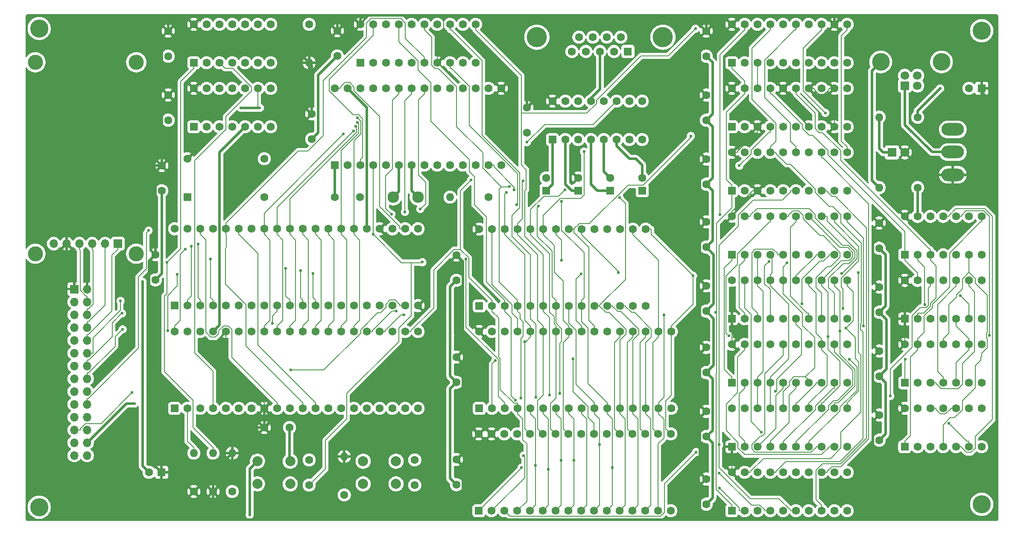
<source format=gbr>
%TF.GenerationSoftware,KiCad,Pcbnew,9.0.0*%
%TF.CreationDate,2025-04-01T20:45:58+02:00*%
%TF.ProjectId,bytecradle-6502-single-board,62797465-6372-4616-946c-652d36353032,rev?*%
%TF.SameCoordinates,Original*%
%TF.FileFunction,Copper,L2,Bot*%
%TF.FilePolarity,Positive*%
%FSLAX46Y46*%
G04 Gerber Fmt 4.6, Leading zero omitted, Abs format (unit mm)*
G04 Created by KiCad (PCBNEW 9.0.0) date 2025-04-01 20:45:58*
%MOMM*%
%LPD*%
G01*
G04 APERTURE LIST*
G04 Aperture macros list*
%AMRoundRect*
0 Rectangle with rounded corners*
0 $1 Rounding radius*
0 $2 $3 $4 $5 $6 $7 $8 $9 X,Y pos of 4 corners*
0 Add a 4 corners polygon primitive as box body*
4,1,4,$2,$3,$4,$5,$6,$7,$8,$9,$2,$3,0*
0 Add four circle primitives for the rounded corners*
1,1,$1+$1,$2,$3*
1,1,$1+$1,$4,$5*
1,1,$1+$1,$6,$7*
1,1,$1+$1,$8,$9*
0 Add four rect primitives between the rounded corners*
20,1,$1+$1,$2,$3,$4,$5,0*
20,1,$1+$1,$4,$5,$6,$7,0*
20,1,$1+$1,$6,$7,$8,$9,0*
20,1,$1+$1,$8,$9,$2,$3,0*%
G04 Aperture macros list end*
%TA.AperFunction,ComponentPad*%
%ADD10RoundRect,0.250000X0.550000X-0.550000X0.550000X0.550000X-0.550000X0.550000X-0.550000X-0.550000X0*%
%TD*%
%TA.AperFunction,ComponentPad*%
%ADD11C,1.600000*%
%TD*%
%TA.AperFunction,WasherPad*%
%ADD12C,3.000000*%
%TD*%
%TA.AperFunction,ComponentPad*%
%ADD13R,1.700000X1.700000*%
%TD*%
%TA.AperFunction,ComponentPad*%
%ADD14O,1.700000X1.700000*%
%TD*%
%TA.AperFunction,ComponentPad*%
%ADD15C,4.000000*%
%TD*%
%TA.AperFunction,ComponentPad*%
%ADD16R,1.600000X1.600000*%
%TD*%
%TA.AperFunction,ComponentPad*%
%ADD17C,2.300000*%
%TD*%
%TA.AperFunction,ComponentPad*%
%ADD18O,1.600000X1.600000*%
%TD*%
%TA.AperFunction,ComponentPad*%
%ADD19C,3.600000*%
%TD*%
%TA.AperFunction,ComponentPad*%
%ADD20O,4.500000X2.500000*%
%TD*%
%TA.AperFunction,ComponentPad*%
%ADD21C,2.000000*%
%TD*%
%TA.AperFunction,ComponentPad*%
%ADD22R,1.800000X1.800000*%
%TD*%
%TA.AperFunction,ComponentPad*%
%ADD23C,1.800000*%
%TD*%
%TA.AperFunction,ComponentPad*%
%ADD24C,1.700000*%
%TD*%
%TA.AperFunction,ComponentPad*%
%ADD25C,3.500000*%
%TD*%
%TA.AperFunction,ViaPad*%
%ADD26C,0.600000*%
%TD*%
%TA.AperFunction,Conductor*%
%ADD27C,0.200000*%
%TD*%
%TA.AperFunction,Conductor*%
%ADD28C,0.500000*%
%TD*%
G04 APERTURE END LIST*
D10*
%TO.P,U7,1*%
%TO.N,A15*%
X246380000Y-88910000D03*
D11*
%TO.P,U7,2*%
%TO.N,~{A15}*%
X248920000Y-88910000D03*
%TO.P,U7,3*%
%TO.N,A14*%
X251460000Y-88910000D03*
%TO.P,U7,4*%
%TO.N,~{A14}*%
X254000000Y-88910000D03*
%TO.P,U7,5*%
%TO.N,Net-(U6-P=R)*%
X256540000Y-88910000D03*
%TO.P,U7,6*%
%TO.N,Net-(U7-Pad6)*%
X259080000Y-88910000D03*
%TO.P,U7,7,GND*%
%TO.N,GND*%
X261620000Y-88910000D03*
%TO.P,U7,8*%
%TO.N,Net-(U7-Pad8)*%
X261620000Y-81290000D03*
%TO.P,U7,9*%
%TO.N,Net-(U5-P=R)*%
X259080000Y-81290000D03*
%TO.P,U7,10*%
%TO.N,~{R}{slash}W*%
X256540000Y-81290000D03*
%TO.P,U7,11*%
%TO.N,R{slash}~{W}*%
X254000000Y-81290000D03*
%TO.P,U7,12*%
%TO.N,unconnected-(U7-Pad12)*%
X251460000Y-81290000D03*
%TO.P,U7,13*%
%TO.N,GND*%
X248920000Y-81290000D03*
%TO.P,U7,14,VCC*%
%TO.N,VCC*%
X246380000Y-81290000D03*
%TD*%
D12*
%TO.P,J3,*%
%TO.N,*%
X94000000Y-50700000D03*
X74000000Y-50700000D03*
X94000000Y-88700000D03*
X74000000Y-88700000D03*
D13*
%TO.P,J3,1,Pin_1*%
%TO.N,PA3*%
X90350000Y-86700000D03*
D14*
%TO.P,J3,2,Pin_2*%
%TO.N,PA2*%
X87810000Y-86700000D03*
%TO.P,J3,3,Pin_3*%
%TO.N,MOSI*%
X85270000Y-86700000D03*
%TO.P,J3,4,Pin_4*%
%TO.N,MISO*%
X82730000Y-86700000D03*
%TO.P,J3,5,Pin_5*%
%TO.N,VCC*%
X80190000Y-86700000D03*
%TO.P,J3,6,Pin_6*%
%TO.N,GND*%
X77650000Y-86700000D03*
%TD*%
D13*
%TO.P,J2,1,Pin_1*%
%TO.N,VCC*%
X81710000Y-95710000D03*
D14*
%TO.P,J2,2,Pin_2*%
X84250000Y-95710000D03*
%TO.P,J2,3,Pin_3*%
%TO.N,PB0*%
X81710000Y-98250000D03*
%TO.P,J2,4,Pin_4*%
%TO.N,MISO*%
X84250000Y-98250000D03*
%TO.P,J2,5,Pin_5*%
%TO.N,PB1*%
X81710000Y-100790000D03*
%TO.P,J2,6,Pin_6*%
%TO.N,MOSI*%
X84250000Y-100790000D03*
%TO.P,J2,7,Pin_7*%
%TO.N,PB2*%
X81710000Y-103330000D03*
%TO.P,J2,8,Pin_8*%
%TO.N,PA2*%
X84250000Y-103330000D03*
%TO.P,J2,9,Pin_9*%
%TO.N,PB3*%
X81710000Y-105870000D03*
%TO.P,J2,10,Pin_10*%
%TO.N,PA3*%
X84250000Y-105870000D03*
%TO.P,J2,11,Pin_11*%
%TO.N,PB4*%
X81710000Y-108410000D03*
%TO.P,J2,12,Pin_12*%
%TO.N,PA4*%
X84250000Y-108410000D03*
%TO.P,J2,13,Pin_13*%
%TO.N,PB5*%
X81710000Y-110950000D03*
%TO.P,J2,14,Pin_14*%
%TO.N,PA5*%
X84250000Y-110950000D03*
%TO.P,J2,15,Pin_15*%
%TO.N,PB6*%
X81710000Y-113490000D03*
%TO.P,J2,16,Pin_16*%
%TO.N,PA6*%
X84250000Y-113490000D03*
%TO.P,J2,17,Pin_17*%
%TO.N,PB7*%
X81710000Y-116030000D03*
%TO.P,J2,18,Pin_18*%
%TO.N,PA7*%
X84250000Y-116030000D03*
%TO.P,J2,19,Pin_19*%
%TO.N,CB1*%
X81710000Y-118570000D03*
%TO.P,J2,20,Pin_20*%
%TO.N,CA1*%
X84250000Y-118570000D03*
%TO.P,J2,21,Pin_21*%
%TO.N,CB2*%
X81710000Y-121110000D03*
%TO.P,J2,22,Pin_22*%
%TO.N,CA2*%
X84250000Y-121110000D03*
%TO.P,J2,23,Pin_23*%
%TO.N,R{slash}~{W}*%
X81710000Y-123650000D03*
%TO.P,J2,24,Pin_24*%
%TO.N,~{RES}*%
X84250000Y-123650000D03*
%TO.P,J2,25,Pin_25*%
%TO.N,~{NMI}*%
X81710000Y-126190000D03*
%TO.P,J2,26,Pin_26*%
%TO.N,CLK*%
X84250000Y-126190000D03*
%TO.P,J2,27,Pin_27*%
%TO.N,GND*%
X81710000Y-128730000D03*
%TO.P,J2,28,Pin_28*%
X84250000Y-128730000D03*
%TD*%
D11*
%TO.P,C5,1*%
%TO.N,VCC*%
X100330000Y-44490000D03*
%TO.P,C5,2*%
%TO.N,GND*%
X100330000Y-49490000D03*
%TD*%
D15*
%TO.P,J8,0,PAD*%
%TO.N,unconnected-(J8-PAD-Pad0)*%
X198425000Y-45720000D03*
%TO.N,unconnected-(J8-PAD-Pad0)_1*%
X173425000Y-45720000D03*
D16*
%TO.P,J8,1,1*%
%TO.N,unconnected-(J8-Pad1)*%
X191465000Y-48560000D03*
D11*
%TO.P,J8,2,2*%
%TO.N,Net-(U22-T1OUT)*%
X188695000Y-48560000D03*
%TO.P,J8,3,3*%
%TO.N,Net-(U22-R1IN)*%
X185925000Y-48560000D03*
%TO.P,J8,4,4*%
%TO.N,unconnected-(J8-Pad4)*%
X183155000Y-48560000D03*
%TO.P,J8,5,5*%
%TO.N,GND*%
X180385000Y-48560000D03*
%TO.P,J8,6,6*%
%TO.N,unconnected-(J8-Pad6)*%
X190080000Y-45720000D03*
%TO.P,J8,7,7*%
%TO.N,unconnected-(J8-Pad7)*%
X187310000Y-45720000D03*
%TO.P,J8,8,8*%
%TO.N,unconnected-(J8-Pad8)*%
X184540000Y-45720000D03*
%TO.P,J8,9,9*%
%TO.N,unconnected-(J8-Pad9)*%
X181770000Y-45720000D03*
%TD*%
D10*
%TO.P,U11,1,~{Mr}*%
%TO.N,~{RES}*%
X212090000Y-88900000D03*
D11*
%TO.P,U11,2,Q0*%
%TO.N,Net-(U11-Q0)*%
X214630000Y-88900000D03*
%TO.P,U11,3,D0*%
%TO.N,D0*%
X217170000Y-88900000D03*
%TO.P,U11,4,D1*%
%TO.N,D1*%
X219710000Y-88900000D03*
%TO.P,U11,5,Q1*%
%TO.N,Net-(U11-Q1)*%
X222250000Y-88900000D03*
%TO.P,U11,6,Q2*%
%TO.N,Net-(U11-Q2)*%
X224790000Y-88900000D03*
%TO.P,U11,7,D2*%
%TO.N,D2*%
X227330000Y-88900000D03*
%TO.P,U11,8,D3*%
%TO.N,D3*%
X229870000Y-88900000D03*
%TO.P,U11,9,Q3*%
%TO.N,Net-(U11-Q3)*%
X232410000Y-88900000D03*
%TO.P,U11,10,GND*%
%TO.N,GND*%
X234950000Y-88900000D03*
%TO.P,U11,11,Cp*%
%TO.N,Net-(U11-Cp)*%
X234950000Y-81280000D03*
%TO.P,U11,12,Q4*%
%TO.N,Net-(U11-Q4)*%
X232410000Y-81280000D03*
%TO.P,U11,13,D4*%
%TO.N,D4*%
X229870000Y-81280000D03*
%TO.P,U11,14,D5*%
%TO.N,D5*%
X227330000Y-81280000D03*
%TO.P,U11,15,Q5*%
%TO.N,Net-(U11-Q5)*%
X224790000Y-81280000D03*
%TO.P,U11,16,Q6*%
%TO.N,Net-(U11-Q6)*%
X222250000Y-81280000D03*
%TO.P,U11,17,D6*%
%TO.N,D6*%
X219710000Y-81280000D03*
%TO.P,U11,18,D7*%
%TO.N,D7*%
X217170000Y-81280000D03*
%TO.P,U11,19,Q7*%
%TO.N,Net-(U11-Q7)*%
X214630000Y-81280000D03*
%TO.P,U11,20,VCC*%
%TO.N,VCC*%
X212090000Y-81280000D03*
%TD*%
D17*
%TO.P,Y1,1,1*%
%TO.N,Net-(U21-XTAL2)*%
X149860000Y-77470000D03*
%TO.P,Y1,2,2*%
%TO.N,Net-(U21-XTAL1)*%
X144960000Y-77470000D03*
%TD*%
D16*
%TO.P,C7,1*%
%TO.N,VCC*%
X99020000Y-132080000D03*
D11*
%TO.P,C7,2*%
%TO.N,GND*%
X96520000Y-132080000D03*
%TD*%
%TO.P,C10,1*%
%TO.N,VCC*%
X207010000Y-133400000D03*
%TO.P,C10,2*%
%TO.N,GND*%
X207010000Y-138400000D03*
%TD*%
%TO.P,R5,1*%
%TO.N,~{NMI}*%
X135255000Y-136565000D03*
D18*
%TO.P,R5,2*%
%TO.N,VCC*%
X135255000Y-128945000D03*
%TD*%
D19*
%TO.P,H1,1*%
%TO.N,N/C*%
X74750000Y-44000000D03*
%TD*%
D11*
%TO.P,C20,1*%
%TO.N,VCC*%
X119380000Y-123190000D03*
%TO.P,C20,2*%
%TO.N,GND*%
X124380000Y-123190000D03*
%TD*%
D20*
%TO.P,SW1,1,A*%
%TO.N,VCC*%
X255905000Y-73025000D03*
%TO.P,SW1,2,B*%
%TO.N,VIN*%
X255905000Y-68525000D03*
%TO.P,SW1,3,C*%
%TO.N,unconnected-(SW1-C-Pad3)*%
X255905000Y-64025000D03*
%TD*%
D11*
%TO.P,C16,1*%
%TO.N,VCC*%
X157480000Y-109220000D03*
%TO.P,C16,2*%
%TO.N,GND*%
X157480000Y-114220000D03*
%TD*%
D16*
%TO.P,C29,1*%
%TO.N,Net-(U22-C2+)*%
X187960000Y-76160000D03*
D11*
%TO.P,C29,2*%
%TO.N,Net-(U22-C2-)*%
X187960000Y-73660000D03*
%TD*%
%TO.P,C13,1*%
%TO.N,VCC*%
X207010000Y-107290000D03*
%TO.P,C13,2*%
%TO.N,GND*%
X207010000Y-112290000D03*
%TD*%
%TO.P,R6,1*%
%TO.N,VCC*%
X109220000Y-135890000D03*
D18*
%TO.P,R6,2*%
%TO.N,~{IRQC22}*%
X109220000Y-128270000D03*
%TD*%
D11*
%TO.P,C4,1*%
%TO.N,VCC*%
X99060000Y-71200000D03*
%TO.P,C4,2*%
%TO.N,GND*%
X99060000Y-76200000D03*
%TD*%
%TO.P,C8,1*%
%TO.N,~{RES}*%
X128270000Y-134620000D03*
%TO.P,C8,2*%
%TO.N,GND*%
X128270000Y-129620000D03*
%TD*%
D16*
%TO.P,C31,1*%
%TO.N,GND*%
X194310000Y-76160000D03*
D11*
%TO.P,C31,2*%
%TO.N,Net-(U22-VS-)*%
X194310000Y-73660000D03*
%TD*%
%TO.P,C17,1*%
%TO.N,VCC*%
X157480000Y-129540000D03*
%TO.P,C17,2*%
%TO.N,GND*%
X157480000Y-134540000D03*
%TD*%
%TO.P,C26,1*%
%TO.N,VCC*%
X133860000Y-44450000D03*
%TO.P,C26,2*%
%TO.N,GND*%
X133860000Y-49450000D03*
%TD*%
D10*
%TO.P,U5,1,G*%
%TO.N,~{I{slash}O}*%
X212090000Y-76200000D03*
D11*
%TO.P,U5,2,P0*%
%TO.N,A0*%
X214630000Y-76200000D03*
%TO.P,U5,3,R0*%
%TO.N,VCC*%
X217170000Y-76200000D03*
%TO.P,U5,4,P1*%
%TO.N,A1*%
X219710000Y-76200000D03*
%TO.P,U5,5,R1*%
%TO.N,GND*%
X222250000Y-76200000D03*
%TO.P,U5,6,P2*%
%TO.N,A2*%
X224790000Y-76200000D03*
%TO.P,U5,7,R2*%
%TO.N,GND*%
X227330000Y-76200000D03*
%TO.P,U5,8,P3*%
%TO.N,A3*%
X229870000Y-76200000D03*
%TO.P,U5,9,R3*%
%TO.N,GND*%
X232410000Y-76200000D03*
%TO.P,U5,10,GND*%
X234950000Y-76200000D03*
%TO.P,U5,11,P4*%
%TO.N,A4*%
X234950000Y-68580000D03*
%TO.P,U5,12,R4*%
%TO.N,GND*%
X232410000Y-68580000D03*
%TO.P,U5,13,P5*%
%TO.N,A5*%
X229870000Y-68580000D03*
%TO.P,U5,14,R5*%
%TO.N,GND*%
X227330000Y-68580000D03*
%TO.P,U5,15,P6*%
%TO.N,A6*%
X224790000Y-68580000D03*
%TO.P,U5,16,R6*%
%TO.N,GND*%
X222250000Y-68580000D03*
%TO.P,U5,17,P7*%
%TO.N,A7*%
X219710000Y-68580000D03*
%TO.P,U5,18,R7*%
%TO.N,GND*%
X217170000Y-68580000D03*
%TO.P,U5,19,P=R*%
%TO.N,Net-(U5-P=R)*%
X214630000Y-68580000D03*
%TO.P,U5,20,VCC*%
%TO.N,VCC*%
X212090000Y-68580000D03*
%TD*%
D10*
%TO.P,U15,1,A18*%
%TO.N,Net-(U10-Q4)*%
X161900000Y-139700000D03*
D11*
%TO.P,U15,2,A16*%
%TO.N,Net-(U10-Q2)*%
X164440000Y-139700000D03*
%TO.P,U15,3,A15*%
%TO.N,Net-(U10-Q1)*%
X166980000Y-139700000D03*
%TO.P,U15,4,A12*%
%TO.N,A12*%
X169520000Y-139700000D03*
%TO.P,U15,5,A7*%
%TO.N,A7*%
X172060000Y-139700000D03*
%TO.P,U15,6,A6*%
%TO.N,A6*%
X174600000Y-139700000D03*
%TO.P,U15,7,A5*%
%TO.N,A5*%
X177140000Y-139700000D03*
%TO.P,U15,8,A4*%
%TO.N,A4*%
X179680000Y-139700000D03*
%TO.P,U15,9,A3*%
%TO.N,A3*%
X182220000Y-139700000D03*
%TO.P,U15,10,A2*%
%TO.N,A2*%
X184760000Y-139700000D03*
%TO.P,U15,11,A1*%
%TO.N,A1*%
X187300000Y-139700000D03*
%TO.P,U15,12,A0*%
%TO.N,A0*%
X189840000Y-139700000D03*
%TO.P,U15,13,D0*%
%TO.N,D0*%
X192380000Y-139700000D03*
%TO.P,U15,14,D1*%
%TO.N,D1*%
X194920000Y-139700000D03*
%TO.P,U15,15,D2*%
%TO.N,D2*%
X197460000Y-139700000D03*
%TO.P,U15,16,GND*%
%TO.N,GND*%
X200000000Y-139700000D03*
%TO.P,U15,17,D3*%
%TO.N,D3*%
X200000000Y-124460000D03*
%TO.P,U15,18,D4*%
%TO.N,D4*%
X197460000Y-124460000D03*
%TO.P,U15,19,D5*%
%TO.N,D5*%
X194920000Y-124460000D03*
%TO.P,U15,20,D6*%
%TO.N,D6*%
X192380000Y-124460000D03*
%TO.P,U15,21,D7*%
%TO.N,D7*%
X189840000Y-124460000D03*
%TO.P,U15,22,CE*%
%TO.N,Net-(U15-CE)*%
X187300000Y-124460000D03*
%TO.P,U15,23,A10*%
%TO.N,A10*%
X184760000Y-124460000D03*
%TO.P,U15,24,OE*%
%TO.N,Net-(U15-CE)*%
X182220000Y-124460000D03*
%TO.P,U15,25,A11*%
%TO.N,A11*%
X179680000Y-124460000D03*
%TO.P,U15,26,A9*%
%TO.N,A9*%
X177140000Y-124460000D03*
%TO.P,U15,27,A8*%
%TO.N,A8*%
X174600000Y-124460000D03*
%TO.P,U15,28,A13*%
%TO.N,A13*%
X172060000Y-124460000D03*
%TO.P,U15,29,A14*%
%TO.N,Net-(U10-Q0)*%
X169520000Y-124460000D03*
%TO.P,U15,30,A17*%
%TO.N,Net-(U10-Q3)*%
X166980000Y-124460000D03*
%TO.P,U15,31,PGM*%
%TO.N,VCC*%
X164440000Y-124460000D03*
%TO.P,U15,32,VCC*%
X161900000Y-124460000D03*
%TD*%
D21*
%TO.P,SW2,1,1*%
%TO.N,GND*%
X118035000Y-129870000D03*
X124535000Y-129870000D03*
%TO.P,SW2,2,2*%
%TO.N,~{RES}*%
X118035000Y-134370000D03*
X124535000Y-134370000D03*
%TD*%
D19*
%TO.P,H2,1*%
%TO.N,N/C*%
X261620000Y-44450000D03*
%TD*%
D11*
%TO.P,C22,1*%
%TO.N,VCC*%
X241300000Y-82600000D03*
%TO.P,C22,2*%
%TO.N,GND*%
X241300000Y-87600000D03*
%TD*%
D16*
%TO.P,C6,1*%
%TO.N,VCC*%
X261620000Y-55880000D03*
D11*
%TO.P,C6,2*%
%TO.N,GND*%
X259120000Y-55880000D03*
%TD*%
%TO.P,C23,1*%
%TO.N,VCC*%
X207010000Y-44490000D03*
%TO.P,C23,2*%
%TO.N,GND*%
X207010000Y-49490000D03*
%TD*%
%TO.P,R8,1*%
%TO.N,Net-(U21-XTAL1)*%
X163830000Y-77470000D03*
D18*
%TO.P,R8,2*%
%TO.N,Net-(U21-XTAL2)*%
X156210000Y-77470000D03*
%TD*%
D11*
%TO.P,C1,1*%
%TO.N,VCC*%
X157480000Y-88980000D03*
%TO.P,C1,2*%
%TO.N,GND*%
X157480000Y-93980000D03*
%TD*%
%TO.P,R7,1*%
%TO.N,~{IRQC51_1}*%
X128270000Y-43180000D03*
D18*
%TO.P,R7,2*%
%TO.N,VCC*%
X128270000Y-50800000D03*
%TD*%
D22*
%TO.P,D1,1,K*%
%TO.N,Net-(D1-K)*%
X243840000Y-68580000D03*
D23*
%TO.P,D1,2,A*%
%TO.N,VCC*%
X246380000Y-68580000D03*
%TD*%
D10*
%TO.P,U17,1,A14*%
%TO.N,A14*%
X162000000Y-99060000D03*
D11*
%TO.P,U17,2,A12*%
%TO.N,A12*%
X164540000Y-99060000D03*
%TO.P,U17,3,A7*%
%TO.N,A7*%
X167080000Y-99060000D03*
%TO.P,U17,4,A6*%
%TO.N,A6*%
X169620000Y-99060000D03*
%TO.P,U17,5,A5*%
%TO.N,A5*%
X172160000Y-99060000D03*
%TO.P,U17,6,A4*%
%TO.N,A4*%
X174700000Y-99060000D03*
%TO.P,U17,7,A3*%
%TO.N,A3*%
X177240000Y-99060000D03*
%TO.P,U17,8,A2*%
%TO.N,A2*%
X179780000Y-99060000D03*
%TO.P,U17,9,A1*%
%TO.N,A1*%
X182320000Y-99060000D03*
%TO.P,U17,10,A0*%
%TO.N,A0*%
X184860000Y-99060000D03*
%TO.P,U17,11,Q0*%
%TO.N,D0*%
X187400000Y-99060000D03*
%TO.P,U17,12,Q1*%
%TO.N,D1*%
X189940000Y-99060000D03*
%TO.P,U17,13,Q2*%
%TO.N,D2*%
X192480000Y-99060000D03*
%TO.P,U17,14,GND*%
%TO.N,GND*%
X195020000Y-99060000D03*
%TO.P,U17,15,Q3*%
%TO.N,D3*%
X195020000Y-83820000D03*
%TO.P,U17,16,Q4*%
%TO.N,D4*%
X192480000Y-83820000D03*
%TO.P,U17,17,Q5*%
%TO.N,D5*%
X189940000Y-83820000D03*
%TO.P,U17,18,Q6*%
%TO.N,D6*%
X187400000Y-83820000D03*
%TO.P,U17,19,Q7*%
%TO.N,D7*%
X184860000Y-83820000D03*
%TO.P,U17,20,~{CS}*%
%TO.N,Net-(U17-~{CS})*%
X182320000Y-83820000D03*
%TO.P,U17,21,A10*%
%TO.N,A10*%
X179780000Y-83820000D03*
%TO.P,U17,22,~{OE}*%
%TO.N,A15*%
X177240000Y-83820000D03*
%TO.P,U17,23,A11*%
%TO.N,A11*%
X174700000Y-83820000D03*
%TO.P,U17,24,A9*%
%TO.N,A9*%
X172160000Y-83820000D03*
%TO.P,U17,25,A8*%
%TO.N,A8*%
X169620000Y-83820000D03*
%TO.P,U17,26,A13*%
%TO.N,A13*%
X167080000Y-83820000D03*
%TO.P,U17,27,~{WE}*%
%TO.N,R{slash}~{W}*%
X164540000Y-83820000D03*
%TO.P,U17,28,VCC*%
%TO.N,VCC*%
X162000000Y-83820000D03*
%TD*%
D10*
%TO.P,U10,1,~{Mr}*%
%TO.N,~{RES}*%
X212090000Y-114300000D03*
D11*
%TO.P,U10,2,Q0*%
%TO.N,Net-(U10-Q0)*%
X214630000Y-114300000D03*
%TO.P,U10,3,D0*%
%TO.N,D0*%
X217170000Y-114300000D03*
%TO.P,U10,4,D1*%
%TO.N,D1*%
X219710000Y-114300000D03*
%TO.P,U10,5,Q1*%
%TO.N,Net-(U10-Q1)*%
X222250000Y-114300000D03*
%TO.P,U10,6,Q2*%
%TO.N,Net-(U10-Q2)*%
X224790000Y-114300000D03*
%TO.P,U10,7,D2*%
%TO.N,D2*%
X227330000Y-114300000D03*
%TO.P,U10,8,D3*%
%TO.N,D3*%
X229870000Y-114300000D03*
%TO.P,U10,9,Q3*%
%TO.N,Net-(U10-Q3)*%
X232410000Y-114300000D03*
%TO.P,U10,10,GND*%
%TO.N,GND*%
X234950000Y-114300000D03*
%TO.P,U10,11,Cp*%
%TO.N,Net-(U10-Cp)*%
X234950000Y-106680000D03*
%TO.P,U10,12,Q4*%
%TO.N,Net-(U10-Q4)*%
X232410000Y-106680000D03*
%TO.P,U10,13,D4*%
%TO.N,D4*%
X229870000Y-106680000D03*
%TO.P,U10,14,D5*%
%TO.N,D5*%
X227330000Y-106680000D03*
%TO.P,U10,15,Q5*%
%TO.N,Net-(U10-Q5)*%
X224790000Y-106680000D03*
%TO.P,U10,16,Q6*%
%TO.N,Net-(U10-Q6)*%
X222250000Y-106680000D03*
%TO.P,U10,17,D6*%
%TO.N,D6*%
X219710000Y-106680000D03*
%TO.P,U10,18,D7*%
%TO.N,D7*%
X217170000Y-106680000D03*
%TO.P,U10,19,Q7*%
%TO.N,Net-(U10-Q7)*%
X214630000Y-106680000D03*
%TO.P,U10,20,VCC*%
%TO.N,VCC*%
X212090000Y-106680000D03*
%TD*%
D10*
%TO.P,U18,1,G*%
%TO.N,~{I{slash}O}*%
X212090000Y-50800000D03*
D11*
%TO.P,U18,2,P0*%
%TO.N,GND*%
X214630000Y-50800000D03*
%TO.P,U18,3,R0*%
X217170000Y-50800000D03*
%TO.P,U18,4,P1*%
X219710000Y-50800000D03*
%TO.P,U18,5,R1*%
X222250000Y-50800000D03*
%TO.P,U18,6,P2*%
X224790000Y-50800000D03*
%TO.P,U18,7,R2*%
X227330000Y-50800000D03*
%TO.P,U18,8,P3*%
X229870000Y-50800000D03*
%TO.P,U18,9,R3*%
X232410000Y-50800000D03*
%TO.P,U18,10,GND*%
X234950000Y-50800000D03*
%TO.P,U18,11,P4*%
%TO.N,A4*%
X234950000Y-43180000D03*
%TO.P,U18,12,R4*%
%TO.N,VCC*%
X232410000Y-43180000D03*
%TO.P,U18,13,P5*%
%TO.N,A5*%
X229870000Y-43180000D03*
%TO.P,U18,14,R5*%
%TO.N,GND*%
X227330000Y-43180000D03*
%TO.P,U18,15,P6*%
%TO.N,A6*%
X224790000Y-43180000D03*
%TO.P,U18,16,R6*%
%TO.N,GND*%
X222250000Y-43180000D03*
%TO.P,U18,17,P7*%
%TO.N,A7*%
X219710000Y-43180000D03*
%TO.P,U18,18,R7*%
%TO.N,GND*%
X217170000Y-43180000D03*
%TO.P,U18,19,P=R*%
%TO.N,Net-(U18-P=R)*%
X214630000Y-43180000D03*
%TO.P,U18,20,VCC*%
%TO.N,VCC*%
X212090000Y-43180000D03*
%TD*%
D10*
%TO.P,U3,1,G*%
%TO.N,GND*%
X212090000Y-63500000D03*
D11*
%TO.P,U3,2,P0*%
%TO.N,A8*%
X214630000Y-63500000D03*
%TO.P,U3,3,R0*%
%TO.N,VCC*%
X217170000Y-63500000D03*
%TO.P,U3,4,P1*%
%TO.N,A9*%
X219710000Y-63500000D03*
%TO.P,U3,5,R1*%
%TO.N,VCC*%
X222250000Y-63500000D03*
%TO.P,U3,6,P2*%
%TO.N,A10*%
X224790000Y-63500000D03*
%TO.P,U3,7,R2*%
%TO.N,VCC*%
X227330000Y-63500000D03*
%TO.P,U3,8,P3*%
%TO.N,A11*%
X229870000Y-63500000D03*
%TO.P,U3,9,R3*%
%TO.N,VCC*%
X232410000Y-63500000D03*
%TO.P,U3,10,GND*%
%TO.N,GND*%
X234950000Y-63500000D03*
%TO.P,U3,11,P4*%
%TO.N,A12*%
X234950000Y-55880000D03*
%TO.P,U3,12,R4*%
%TO.N,VCC*%
X232410000Y-55880000D03*
%TO.P,U3,13,P5*%
%TO.N,A13*%
X229870000Y-55880000D03*
%TO.P,U3,14,R5*%
%TO.N,VCC*%
X227330000Y-55880000D03*
%TO.P,U3,15,P6*%
%TO.N,A14*%
X224790000Y-55880000D03*
%TO.P,U3,16,R6*%
%TO.N,VCC*%
X222250000Y-55880000D03*
%TO.P,U3,17,P7*%
%TO.N,A15*%
X219710000Y-55880000D03*
%TO.P,U3,18,R7*%
%TO.N,GND*%
X217170000Y-55880000D03*
%TO.P,U3,19,P=R*%
%TO.N,~{I{slash}O}*%
X214630000Y-55880000D03*
%TO.P,U3,20,VCC*%
%TO.N,VCC*%
X212090000Y-55880000D03*
%TD*%
%TO.P,C24,1*%
%TO.N,VCC*%
X97790000Y-88900000D03*
%TO.P,C24,2*%
%TO.N,GND*%
X97790000Y-93900000D03*
%TD*%
D10*
%TO.P,U16,1,A18*%
%TO.N,Net-(U11-Q4)*%
X162000000Y-119380000D03*
D11*
%TO.P,U16,2,A16*%
%TO.N,Net-(U11-Q2)*%
X164540000Y-119380000D03*
%TO.P,U16,3,A14*%
%TO.N,Net-(U11-Q0)*%
X167080000Y-119380000D03*
%TO.P,U16,4,A12*%
%TO.N,A12*%
X169620000Y-119380000D03*
%TO.P,U16,5,A7*%
%TO.N,A7*%
X172160000Y-119380000D03*
%TO.P,U16,6,A6*%
%TO.N,A6*%
X174700000Y-119380000D03*
%TO.P,U16,7,A5*%
%TO.N,A5*%
X177240000Y-119380000D03*
%TO.P,U16,8,A4*%
%TO.N,A4*%
X179780000Y-119380000D03*
%TO.P,U16,9,A3*%
%TO.N,A3*%
X182320000Y-119380000D03*
%TO.P,U16,10,A2*%
%TO.N,A2*%
X184860000Y-119380000D03*
%TO.P,U16,11,A1*%
%TO.N,A1*%
X187400000Y-119380000D03*
%TO.P,U16,12,A0*%
%TO.N,A0*%
X189940000Y-119380000D03*
%TO.P,U16,13,DQ0*%
%TO.N,D0*%
X192480000Y-119380000D03*
%TO.P,U16,14,DQ1*%
%TO.N,D1*%
X195020000Y-119380000D03*
%TO.P,U16,15,DQ2*%
%TO.N,D2*%
X197560000Y-119380000D03*
%TO.P,U16,16,VSS*%
%TO.N,GND*%
X200100000Y-119380000D03*
%TO.P,U16,17,DQ3*%
%TO.N,D3*%
X200100000Y-104140000D03*
%TO.P,U16,18,DQ4*%
%TO.N,D4*%
X197560000Y-104140000D03*
%TO.P,U16,19,DQ5*%
%TO.N,D5*%
X195020000Y-104140000D03*
%TO.P,U16,20,DQ6*%
%TO.N,D6*%
X192480000Y-104140000D03*
%TO.P,U16,21,DQ7*%
%TO.N,D7*%
X189940000Y-104140000D03*
%TO.P,U16,22,CE#*%
%TO.N,Net-(U16-CE#)*%
X187400000Y-104140000D03*
%TO.P,U16,23,A10*%
%TO.N,A10*%
X184860000Y-104140000D03*
%TO.P,U16,24,OE#*%
%TO.N,Net-(U16-OE#)*%
X182320000Y-104140000D03*
%TO.P,U16,25,A11*%
%TO.N,A11*%
X179780000Y-104140000D03*
%TO.P,U16,26,A9*%
%TO.N,A9*%
X177240000Y-104140000D03*
%TO.P,U16,27,A8*%
%TO.N,A8*%
X174700000Y-104140000D03*
%TO.P,U16,28,A13*%
%TO.N,A13*%
X172160000Y-104140000D03*
%TO.P,U16,29,WE#*%
%TO.N,R{slash}~{W}*%
X169620000Y-104140000D03*
%TO.P,U16,30,A17*%
%TO.N,Net-(U11-Q3)*%
X167080000Y-104140000D03*
%TO.P,U16,31,A15*%
%TO.N,Net-(U11-Q1)*%
X164540000Y-104140000D03*
%TO.P,U16,32,VCC*%
%TO.N,VCC*%
X162000000Y-104140000D03*
%TD*%
%TO.P,R3,1*%
%TO.N,GND*%
X248920000Y-61595000D03*
D18*
%TO.P,R3,2*%
%TO.N,Net-(D1-K)*%
X241300000Y-61595000D03*
%TD*%
D10*
%TO.P,U14,1*%
%TO.N,VCC*%
X246380000Y-101610000D03*
D11*
%TO.P,U14,2*%
%TO.N,A14*%
X248920000Y-101610000D03*
%TO.P,U14,3*%
%TO.N,~{I{slash}O}*%
X251460000Y-101610000D03*
%TO.P,U14,4*%
%TO.N,~{A15}*%
X254000000Y-101610000D03*
%TO.P,U14,5*%
%TO.N,CLK*%
X256540000Y-101610000D03*
%TO.P,U14,6*%
%TO.N,Net-(U17-~{CS})*%
X259080000Y-101610000D03*
%TO.P,U14,7,GND*%
%TO.N,GND*%
X261620000Y-101610000D03*
%TO.P,U14,8*%
%TO.N,Net-(U16-OE#)*%
X261620000Y-93990000D03*
%TO.P,U14,9*%
%TO.N,~{A14}*%
X259080000Y-93990000D03*
%TO.P,U14,10*%
%TO.N,A15*%
X256540000Y-93990000D03*
%TO.P,U14,11*%
%TO.N,VCC*%
X254000000Y-93990000D03*
%TO.P,U14,12*%
%TO.N,Net-(U15-CE)*%
X251460000Y-93990000D03*
%TO.P,U14,13*%
%TO.N,A15*%
X248920000Y-93990000D03*
%TO.P,U14,14,VCC*%
%TO.N,VCC*%
X246380000Y-93990000D03*
%TD*%
D19*
%TO.P,H4,1*%
%TO.N,N/C*%
X74750000Y-139000000D03*
%TD*%
D11*
%TO.P,C12,1*%
%TO.N,VCC*%
X207010000Y-95080000D03*
%TO.P,C12,2*%
%TO.N,GND*%
X207010000Y-100080000D03*
%TD*%
%TO.P,C18,1*%
%TO.N,VCC*%
X241300000Y-120700000D03*
%TO.P,C18,2*%
%TO.N,GND*%
X241300000Y-125700000D03*
%TD*%
D21*
%TO.P,SW3,1,1*%
%TO.N,GND*%
X138990000Y-129870000D03*
X145490000Y-129870000D03*
%TO.P,SW3,2,2*%
%TO.N,~{NMI}*%
X138990000Y-134370000D03*
X145490000Y-134370000D03*
%TD*%
D11*
%TO.P,C11,1*%
%TO.N,VCC*%
X207010000Y-69900000D03*
%TO.P,C11,2*%
%TO.N,GND*%
X207010000Y-74900000D03*
%TD*%
%TO.P,C14,1*%
%TO.N,VCC*%
X207010000Y-82380000D03*
%TO.P,C14,2*%
%TO.N,GND*%
X207010000Y-87380000D03*
%TD*%
D10*
%TO.P,U2,1,~{VP}*%
%TO.N,unconnected-(U2-~{VP}-Pad1)*%
X101600000Y-119380000D03*
D11*
%TO.P,U2,2,RDY*%
%TO.N,Net-(U2-RDY)*%
X104140000Y-119380000D03*
%TO.P,U2,3,\u03D51*%
%TO.N,unconnected-(U2-\u03D51-Pad3)*%
X106680000Y-119380000D03*
%TO.P,U2,4,~{IRQ}*%
%TO.N,~{IRQ}*%
X109220000Y-119380000D03*
%TO.P,U2,5,~{ML}*%
%TO.N,unconnected-(U2-~{ML}-Pad5)*%
X111760000Y-119380000D03*
%TO.P,U2,6,~{NMI}*%
%TO.N,~{NMI}*%
X114300000Y-119380000D03*
%TO.P,U2,7,SYNC*%
%TO.N,unconnected-(U2-SYNC-Pad7)*%
X116840000Y-119380000D03*
%TO.P,U2,8,VDD*%
%TO.N,VCC*%
X119380000Y-119380000D03*
%TO.P,U2,9,A0*%
%TO.N,A0*%
X121920000Y-119380000D03*
%TO.P,U2,10,A1*%
%TO.N,A1*%
X124460000Y-119380000D03*
%TO.P,U2,11,A2*%
%TO.N,A2*%
X127000000Y-119380000D03*
%TO.P,U2,12,A3*%
%TO.N,A3*%
X129540000Y-119380000D03*
%TO.P,U2,13,A4*%
%TO.N,A4*%
X132080000Y-119380000D03*
%TO.P,U2,14,A5*%
%TO.N,A5*%
X134620000Y-119380000D03*
%TO.P,U2,15,A6*%
%TO.N,A6*%
X137160000Y-119380000D03*
%TO.P,U2,16,A7*%
%TO.N,A7*%
X139700000Y-119380000D03*
%TO.P,U2,17,A8*%
%TO.N,A8*%
X142240000Y-119380000D03*
%TO.P,U2,18,A9*%
%TO.N,A9*%
X144780000Y-119380000D03*
%TO.P,U2,19,A10*%
%TO.N,A10*%
X147320000Y-119380000D03*
%TO.P,U2,20,A11*%
%TO.N,A11*%
X149860000Y-119380000D03*
%TO.P,U2,21,VSS*%
%TO.N,GND*%
X149860000Y-104140000D03*
%TO.P,U2,22,A12*%
%TO.N,A12*%
X147320000Y-104140000D03*
%TO.P,U2,23,A13*%
%TO.N,A13*%
X144780000Y-104140000D03*
%TO.P,U2,24,A14*%
%TO.N,A14*%
X142240000Y-104140000D03*
%TO.P,U2,25,A15*%
%TO.N,A15*%
X139700000Y-104140000D03*
%TO.P,U2,26,D7*%
%TO.N,D7*%
X137160000Y-104140000D03*
%TO.P,U2,27,D6*%
%TO.N,D6*%
X134620000Y-104140000D03*
%TO.P,U2,28,D5*%
%TO.N,D5*%
X132080000Y-104140000D03*
%TO.P,U2,29,D4*%
%TO.N,D4*%
X129540000Y-104140000D03*
%TO.P,U2,30,D3*%
%TO.N,D3*%
X127000000Y-104140000D03*
%TO.P,U2,31,D2*%
%TO.N,D2*%
X124460000Y-104140000D03*
%TO.P,U2,32,D1*%
%TO.N,D1*%
X121920000Y-104140000D03*
%TO.P,U2,33,D0*%
%TO.N,D0*%
X119380000Y-104140000D03*
%TO.P,U2,34,R/~{W}*%
%TO.N,R{slash}~{W}*%
X116840000Y-104140000D03*
%TO.P,U2,35,nc*%
%TO.N,unconnected-(U2-nc-Pad35)*%
X114300000Y-104140000D03*
%TO.P,U2,36,BE*%
%TO.N,VCC*%
X111760000Y-104140000D03*
%TO.P,U2,37,\u03D50*%
%TO.N,CLK*%
X109220000Y-104140000D03*
%TO.P,U2,38,~{SO}*%
%TO.N,unconnected-(U2-~{SO}-Pad38)*%
X106680000Y-104140000D03*
%TO.P,U2,39,\u03D52*%
%TO.N,unconnected-(U2-\u03D52-Pad39)*%
X104140000Y-104140000D03*
%TO.P,U2,40,~{RES}*%
%TO.N,~{RES}*%
X101600000Y-104140000D03*
%TD*%
%TO.P,C27,1*%
%TO.N,VCC*%
X128780000Y-60960000D03*
%TO.P,C27,2*%
%TO.N,GND*%
X128780000Y-65960000D03*
%TD*%
D16*
%TO.P,X1,1,EN*%
%TO.N,unconnected-(X1-EN-Pad1)*%
X104140000Y-77470000D03*
D11*
%TO.P,X1,7,GND*%
%TO.N,GND*%
X119380000Y-77470000D03*
%TO.P,X1,8,OUT*%
%TO.N,Net-(X1-OUT)*%
X119380000Y-69850000D03*
%TO.P,X1,14,Vcc*%
%TO.N,VCC*%
X104140000Y-69850000D03*
%TD*%
D10*
%TO.P,U4,1*%
%TO.N,~{IRQC22}*%
X105410000Y-50800000D03*
D11*
%TO.P,U4,2*%
%TO.N,~{IRQC51_1}*%
X107950000Y-50800000D03*
%TO.P,U4,3*%
%TO.N,~{IRQ}*%
X110490000Y-50800000D03*
%TO.P,U4,4*%
%TO.N,GND*%
X113030000Y-50800000D03*
%TO.P,U4,5*%
X115570000Y-50800000D03*
%TO.P,U4,6*%
%TO.N,unconnected-(U4-Pad6)*%
X118110000Y-50800000D03*
%TO.P,U4,7,GND*%
%TO.N,GND*%
X120650000Y-50800000D03*
%TO.P,U4,8*%
%TO.N,unconnected-(U4-Pad8)*%
X120650000Y-43180000D03*
%TO.P,U4,9*%
%TO.N,GND*%
X118110000Y-43180000D03*
%TO.P,U4,10*%
X115570000Y-43180000D03*
%TO.P,U4,11*%
%TO.N,unconnected-(U4-Pad11)*%
X113030000Y-43180000D03*
%TO.P,U4,12*%
%TO.N,GND*%
X110490000Y-43180000D03*
%TO.P,U4,13*%
X107950000Y-43180000D03*
%TO.P,U4,14,VCC*%
%TO.N,VCC*%
X105410000Y-43180000D03*
%TD*%
%TO.P,C21,1*%
%TO.N,VCC*%
X241300000Y-95300000D03*
%TO.P,C21,2*%
%TO.N,GND*%
X241300000Y-100300000D03*
%TD*%
%TO.P,C3,1*%
%TO.N,VCC*%
X100335000Y-57190000D03*
%TO.P,C3,2*%
%TO.N,GND*%
X100335000Y-62190000D03*
%TD*%
%TO.P,R4,1*%
%TO.N,~{RES}*%
X113030000Y-135890000D03*
D18*
%TO.P,R4,2*%
%TO.N,VCC*%
X113030000Y-128270000D03*
%TD*%
D11*
%TO.P,C15,1*%
%TO.N,VCC*%
X207010000Y-119990000D03*
%TO.P,C15,2*%
%TO.N,GND*%
X207010000Y-124990000D03*
%TD*%
D10*
%TO.P,U21,1,VSS*%
%TO.N,GND*%
X133350000Y-71120000D03*
D11*
%TO.P,U21,2,CS1*%
%TO.N,VCC*%
X135890000Y-71120000D03*
%TO.P,U21,3,~{CS2}*%
%TO.N,Net-(U20-P=R)*%
X138430000Y-71120000D03*
%TO.P,U21,4,~{RES}*%
%TO.N,~{RES}*%
X140970000Y-71120000D03*
%TO.P,U21,5,RxC*%
%TO.N,unconnected-(U21-RxC-Pad5)*%
X143510000Y-71120000D03*
%TO.P,U21,6,XTAL1*%
%TO.N,Net-(U21-XTAL1)*%
X146050000Y-71120000D03*
%TO.P,U21,7,XTAL2*%
%TO.N,Net-(U21-XTAL2)*%
X148590000Y-71120000D03*
%TO.P,U21,8,~{RTS}*%
%TO.N,unconnected-(U21-~{RTS}-Pad8)*%
X151130000Y-71120000D03*
%TO.P,U21,9,~{CTS}*%
%TO.N,GND*%
X153670000Y-71120000D03*
%TO.P,U21,10,TxD*%
%TO.N,TxD1*%
X156210000Y-71120000D03*
%TO.P,U21,11,~{DTR}*%
%TO.N,unconnected-(U21-~{DTR}-Pad11)*%
X158750000Y-71120000D03*
%TO.P,U21,12,RxD*%
%TO.N,RxD1*%
X161290000Y-71120000D03*
%TO.P,U21,13,RS0*%
%TO.N,A0*%
X163830000Y-71120000D03*
%TO.P,U21,14,RS1*%
%TO.N,A1*%
X166370000Y-71120000D03*
%TO.P,U21,15,VCC*%
%TO.N,VCC*%
X166370000Y-55880000D03*
%TO.P,U21,16,~{DCD}*%
%TO.N,unconnected-(U21-~{DCD}-Pad16)*%
X163830000Y-55880000D03*
%TO.P,U21,17,~{DSR}*%
%TO.N,unconnected-(U21-~{DSR}-Pad17)*%
X161290000Y-55880000D03*
%TO.P,U21,18,D0*%
%TO.N,D0*%
X158750000Y-55880000D03*
%TO.P,U21,19,D1*%
%TO.N,D1*%
X156210000Y-55880000D03*
%TO.P,U21,20,D2*%
%TO.N,D2*%
X153670000Y-55880000D03*
%TO.P,U21,21,D3*%
%TO.N,D3*%
X151130000Y-55880000D03*
%TO.P,U21,22,D4*%
%TO.N,D4*%
X148590000Y-55880000D03*
%TO.P,U21,23,D5*%
%TO.N,D5*%
X146050000Y-55880000D03*
%TO.P,U21,24,D6*%
%TO.N,D6*%
X143510000Y-55880000D03*
%TO.P,U21,25,D7*%
%TO.N,D7*%
X140970000Y-55880000D03*
%TO.P,U21,26,~{IRQ}*%
%TO.N,~{IRQC51_1}*%
X138430000Y-55880000D03*
%TO.P,U21,27,\u03D52*%
%TO.N,CLK*%
X135890000Y-55880000D03*
%TO.P,U21,28,R/~{W}*%
%TO.N,R{slash}~{W}*%
X133350000Y-55880000D03*
%TD*%
D10*
%TO.P,U12,1,A->B*%
%TO.N,VCC*%
X212090000Y-127000000D03*
D11*
%TO.P,U12,2,A0*%
%TO.N,Net-(U10-Q0)*%
X214630000Y-127000000D03*
%TO.P,U12,3,A1*%
%TO.N,Net-(U10-Q1)*%
X217170000Y-127000000D03*
%TO.P,U12,4,A2*%
%TO.N,Net-(U10-Q2)*%
X219710000Y-127000000D03*
%TO.P,U12,5,A3*%
%TO.N,Net-(U10-Q3)*%
X222250000Y-127000000D03*
%TO.P,U12,6,A4*%
%TO.N,Net-(U10-Q4)*%
X224790000Y-127000000D03*
%TO.P,U12,7,A5*%
%TO.N,Net-(U10-Q5)*%
X227330000Y-127000000D03*
%TO.P,U12,8,A6*%
%TO.N,Net-(U10-Q6)*%
X229870000Y-127000000D03*
%TO.P,U12,9,A7*%
%TO.N,Net-(U10-Q7)*%
X232410000Y-127000000D03*
%TO.P,U12,10,GND*%
%TO.N,GND*%
X234950000Y-127000000D03*
%TO.P,U12,11,B7*%
%TO.N,D7*%
X234950000Y-119380000D03*
%TO.P,U12,12,B6*%
%TO.N,D6*%
X232410000Y-119380000D03*
%TO.P,U12,13,B5*%
%TO.N,D5*%
X229870000Y-119380000D03*
%TO.P,U12,14,B4*%
%TO.N,D4*%
X227330000Y-119380000D03*
%TO.P,U12,15,B3*%
%TO.N,D3*%
X224790000Y-119380000D03*
%TO.P,U12,16,B2*%
%TO.N,D2*%
X222250000Y-119380000D03*
%TO.P,U12,17,B1*%
%TO.N,D1*%
X219710000Y-119380000D03*
%TO.P,U12,18,B0*%
%TO.N,D0*%
X217170000Y-119380000D03*
%TO.P,U12,19,CE*%
%TO.N,Net-(U12-CE)*%
X214630000Y-119380000D03*
%TO.P,U12,20,VCC*%
%TO.N,VCC*%
X212090000Y-119380000D03*
%TD*%
%TO.P,R2,1*%
%TO.N,GND*%
X248920000Y-75565000D03*
D18*
%TO.P,R2,2*%
%TO.N,Net-(J1-Shield)*%
X241300000Y-75565000D03*
%TD*%
D11*
%TO.P,C32,1*%
%TO.N,VCC*%
X171450000Y-59690000D03*
%TO.P,C32,2*%
%TO.N,GND*%
X171450000Y-64690000D03*
%TD*%
D10*
%TO.P,U20,1,G*%
%TO.N,~{I{slash}O}*%
X138430000Y-50800000D03*
D11*
%TO.P,U20,2,P0*%
%TO.N,GND*%
X140970000Y-50800000D03*
%TO.P,U20,3,R0*%
X143510000Y-50800000D03*
%TO.P,U20,4,P1*%
X146050000Y-50800000D03*
%TO.P,U20,5,R1*%
X148590000Y-50800000D03*
%TO.P,U20,6,P2*%
%TO.N,A2*%
X151130000Y-50800000D03*
%TO.P,U20,7,R2*%
%TO.N,VCC*%
X153670000Y-50800000D03*
%TO.P,U20,8,P3*%
%TO.N,A3*%
X156210000Y-50800000D03*
%TO.P,U20,9,R3*%
%TO.N,GND*%
X158750000Y-50800000D03*
%TO.P,U20,10,GND*%
X161290000Y-50800000D03*
%TO.P,U20,11,P4*%
%TO.N,A4*%
X161290000Y-43180000D03*
%TO.P,U20,12,R4*%
%TO.N,GND*%
X158750000Y-43180000D03*
%TO.P,U20,13,P5*%
%TO.N,A5*%
X156210000Y-43180000D03*
%TO.P,U20,14,R5*%
%TO.N,GND*%
X153670000Y-43180000D03*
%TO.P,U20,15,P6*%
%TO.N,A6*%
X151130000Y-43180000D03*
%TO.P,U20,16,R6*%
%TO.N,GND*%
X148590000Y-43180000D03*
%TO.P,U20,17,P7*%
%TO.N,A7*%
X146050000Y-43180000D03*
%TO.P,U20,18,R7*%
%TO.N,GND*%
X143510000Y-43180000D03*
%TO.P,U20,19,P=R*%
%TO.N,Net-(U20-P=R)*%
X140970000Y-43180000D03*
%TO.P,U20,20,VCC*%
%TO.N,VCC*%
X138430000Y-43180000D03*
%TD*%
D10*
%TO.P,U8,1*%
%TO.N,~{R}{slash}W*%
X246380000Y-114310000D03*
D11*
%TO.P,U8,2*%
%TO.N,CLK*%
X248920000Y-114310000D03*
%TO.P,U8,3*%
%TO.N,~{A14}*%
X251460000Y-114310000D03*
%TO.P,U8,4*%
%TO.N,A15*%
X254000000Y-114310000D03*
%TO.P,U8,5*%
%TO.N,CLK*%
X256540000Y-114310000D03*
%TO.P,U8,6*%
%TO.N,Net-(U16-CE#)*%
X259080000Y-114310000D03*
%TO.P,U8,7,GND*%
%TO.N,GND*%
X261620000Y-114310000D03*
%TO.P,U8,8*%
%TO.N,Net-(U10-Cp)*%
X261620000Y-106690000D03*
%TO.P,U8,9*%
%TO.N,CLK*%
X259080000Y-106690000D03*
%TO.P,U8,10*%
%TO.N,~{R}{slash}W*%
X256540000Y-106690000D03*
%TO.P,U8,11*%
%TO.N,Net-(U7-Pad6)*%
X254000000Y-106690000D03*
%TO.P,U8,12*%
%TO.N,Net-(U11-Cp)*%
X251460000Y-106690000D03*
%TO.P,U8,13*%
%TO.N,Net-(U7-Pad8)*%
X248920000Y-106690000D03*
%TO.P,U8,14,VCC*%
%TO.N,VCC*%
X246380000Y-106690000D03*
%TD*%
D10*
%TO.P,U1,1*%
%TO.N,Net-(X1-OUT)*%
X105410000Y-63500000D03*
D11*
%TO.P,U1,2*%
%TO.N,Net-(U1-Pad2)*%
X107950000Y-63500000D03*
%TO.P,U1,3*%
X110490000Y-63500000D03*
%TO.P,U1,4*%
%TO.N,CLK*%
X113030000Y-63500000D03*
%TO.P,U1,5*%
X115570000Y-63500000D03*
%TO.P,U1,6*%
%TO.N,~{CLK}*%
X118110000Y-63500000D03*
%TO.P,U1,7,GND*%
%TO.N,GND*%
X120650000Y-63500000D03*
%TO.P,U1,8*%
%TO.N,unconnected-(U1-Pad8)*%
X120650000Y-55880000D03*
%TO.P,U1,9*%
%TO.N,GND*%
X118110000Y-55880000D03*
%TO.P,U1,10*%
%TO.N,unconnected-(U1-Pad10)*%
X115570000Y-55880000D03*
%TO.P,U1,11*%
%TO.N,GND*%
X113030000Y-55880000D03*
%TO.P,U1,12*%
%TO.N,unconnected-(U1-Pad12)*%
X110490000Y-55880000D03*
%TO.P,U1,13*%
%TO.N,GND*%
X107950000Y-55880000D03*
%TO.P,U1,14,VCC*%
%TO.N,VCC*%
X105410000Y-55880000D03*
%TD*%
%TO.P,C19,1*%
%TO.N,VCC*%
X241300000Y-108000000D03*
%TO.P,C19,2*%
%TO.N,GND*%
X241300000Y-113000000D03*
%TD*%
%TO.P,R1,1*%
%TO.N,VCC*%
X105410000Y-135890000D03*
D18*
%TO.P,R1,2*%
%TO.N,Net-(U2-RDY)*%
X105410000Y-128270000D03*
%TD*%
D13*
%TO.P,J1,1,VBUS*%
%TO.N,VIN*%
X246380000Y-55340000D03*
D24*
%TO.P,J1,2,D-*%
%TO.N,unconnected-(J1-D--Pad2)*%
X248880000Y-55340000D03*
%TO.P,J1,3,D+*%
%TO.N,unconnected-(J1-D+-Pad3)*%
X248880000Y-53340000D03*
%TO.P,J1,4,GND*%
%TO.N,GND*%
X246380000Y-53340000D03*
D25*
%TO.P,J1,5,Shield*%
%TO.N,Net-(J1-Shield)*%
X241610000Y-50630000D03*
X253650000Y-50630000D03*
%TD*%
D11*
%TO.P,C9,1*%
%TO.N,~{NMI}*%
X149225000Y-134620000D03*
%TO.P,C9,2*%
%TO.N,GND*%
X149225000Y-129620000D03*
%TD*%
%TO.P,C2,1*%
%TO.N,VCC*%
X207010000Y-57200000D03*
%TO.P,C2,2*%
%TO.N,GND*%
X207010000Y-62200000D03*
%TD*%
D10*
%TO.P,U22,1,C1+*%
%TO.N,Net-(U22-C1+)*%
X176530000Y-66040000D03*
D11*
%TO.P,U22,2,VS+*%
%TO.N,Net-(U22-VS+)*%
X179070000Y-66040000D03*
%TO.P,U22,3,C1-*%
%TO.N,Net-(U22-C1-)*%
X181610000Y-66040000D03*
%TO.P,U22,4,C2+*%
%TO.N,Net-(U22-C2+)*%
X184150000Y-66040000D03*
%TO.P,U22,5,C2-*%
%TO.N,Net-(U22-C2-)*%
X186690000Y-66040000D03*
%TO.P,U22,6,VS-*%
%TO.N,Net-(U22-VS-)*%
X189230000Y-66040000D03*
%TO.P,U22,7,T2OUT*%
%TO.N,unconnected-(U22-T2OUT-Pad7)*%
X191770000Y-66040000D03*
%TO.P,U22,8,R2IN*%
%TO.N,unconnected-(U22-R2IN-Pad8)*%
X194310000Y-66040000D03*
%TO.P,U22,9,R2OUT*%
%TO.N,unconnected-(U22-R2OUT-Pad9)*%
X194310000Y-58420000D03*
%TO.P,U22,10,T2IN*%
%TO.N,unconnected-(U22-T2IN-Pad10)*%
X191770000Y-58420000D03*
%TO.P,U22,11,T1IN*%
%TO.N,TxD1*%
X189230000Y-58420000D03*
%TO.P,U22,12,R1OUT*%
%TO.N,RxD1*%
X186690000Y-58420000D03*
%TO.P,U22,13,R1IN*%
%TO.N,Net-(U22-R1IN)*%
X184150000Y-58420000D03*
%TO.P,U22,14,T1OUT*%
%TO.N,Net-(U22-T1OUT)*%
X181610000Y-58420000D03*
%TO.P,U22,15,GND*%
%TO.N,GND*%
X179070000Y-58420000D03*
%TO.P,U22,16,VCC*%
%TO.N,VCC*%
X176530000Y-58420000D03*
%TD*%
D10*
%TO.P,U19,1,VSS*%
%TO.N,GND*%
X101600000Y-99000000D03*
D11*
%TO.P,U19,2,PA0*%
%TO.N,MISO*%
X104140000Y-99000000D03*
%TO.P,U19,3,PA1*%
%TO.N,MOSI*%
X106680000Y-99000000D03*
%TO.P,U19,4,PA2*%
%TO.N,PA2*%
X109220000Y-99000000D03*
%TO.P,U19,5,PA3*%
%TO.N,PA3*%
X111760000Y-99000000D03*
%TO.P,U19,6,PA4*%
%TO.N,PA4*%
X114300000Y-99000000D03*
%TO.P,U19,7,PA5*%
%TO.N,PA5*%
X116840000Y-99000000D03*
%TO.P,U19,8,PA6*%
%TO.N,PA6*%
X119380000Y-99000000D03*
%TO.P,U19,9,PA7*%
%TO.N,PA7*%
X121920000Y-99000000D03*
%TO.P,U19,10,PB0*%
%TO.N,PB0*%
X124460000Y-99000000D03*
%TO.P,U19,11,PB1*%
%TO.N,PB1*%
X127000000Y-99000000D03*
%TO.P,U19,12,PB2*%
%TO.N,PB2*%
X129540000Y-99000000D03*
%TO.P,U19,13,PB3*%
%TO.N,PB3*%
X132080000Y-99000000D03*
%TO.P,U19,14,PB4*%
%TO.N,PB4*%
X134620000Y-99000000D03*
%TO.P,U19,15,PB5*%
%TO.N,PB5*%
X137160000Y-99000000D03*
%TO.P,U19,16,PB6*%
%TO.N,PB6*%
X139700000Y-99000000D03*
%TO.P,U19,17,PB7*%
%TO.N,PB7*%
X142240000Y-99000000D03*
%TO.P,U19,18,CB1*%
%TO.N,CB1*%
X144780000Y-99000000D03*
%TO.P,U19,19,CB2*%
%TO.N,CB2*%
X147320000Y-99000000D03*
%TO.P,U19,20,VCC*%
%TO.N,VCC*%
X149860000Y-99000000D03*
%TO.P,U19,21,~{IRQ}*%
%TO.N,~{IRQC22}*%
X149860000Y-83760000D03*
%TO.P,U19,22,R/~{W}*%
%TO.N,R{slash}~{W}*%
X147320000Y-83760000D03*
%TO.P,U19,23,~{CS2}*%
%TO.N,Net-(U18-P=R)*%
X144780000Y-83760000D03*
%TO.P,U19,24,CS1*%
%TO.N,VCC*%
X142240000Y-83760000D03*
%TO.P,U19,25,\u03D52*%
%TO.N,CLK*%
X139700000Y-83760000D03*
%TO.P,U19,26,D7*%
%TO.N,D7*%
X137160000Y-83760000D03*
%TO.P,U19,27,D6*%
%TO.N,D6*%
X134620000Y-83760000D03*
%TO.P,U19,28,D5*%
%TO.N,D5*%
X132080000Y-83760000D03*
%TO.P,U19,29,D4*%
%TO.N,D4*%
X129540000Y-83760000D03*
%TO.P,U19,30,D3*%
%TO.N,D3*%
X127000000Y-83760000D03*
%TO.P,U19,31,D2*%
%TO.N,D2*%
X124460000Y-83760000D03*
%TO.P,U19,32,D1*%
%TO.N,D1*%
X121920000Y-83760000D03*
%TO.P,U19,33,D0*%
%TO.N,D0*%
X119380000Y-83760000D03*
%TO.P,U19,34,~{RES}*%
%TO.N,~{RES}*%
X116840000Y-83760000D03*
%TO.P,U19,35,RS3*%
%TO.N,A3*%
X114300000Y-83760000D03*
%TO.P,U19,36,RS2*%
%TO.N,A2*%
X111760000Y-83760000D03*
%TO.P,U19,37,RS1*%
%TO.N,A1*%
X109220000Y-83760000D03*
%TO.P,U19,38,RS0*%
%TO.N,A0*%
X106680000Y-83760000D03*
%TO.P,U19,39,CA2*%
%TO.N,CA2*%
X104140000Y-83760000D03*
%TO.P,U19,40,CA1*%
%TO.N,CA1*%
X101600000Y-83760000D03*
%TD*%
D16*
%TO.P,C30,1*%
%TO.N,Net-(U22-VS+)*%
X181610000Y-76160000D03*
D11*
%TO.P,C30,2*%
%TO.N,VCC*%
X181610000Y-73660000D03*
%TD*%
D10*
%TO.P,U9,1*%
%TO.N,Net-(U7-Pad8)*%
X246375000Y-127000000D03*
D11*
%TO.P,U9,2*%
%TO.N,R{slash}~{W}*%
X248915000Y-127000000D03*
%TO.P,U9,3*%
%TO.N,Net-(U13-CE)*%
X251455000Y-127000000D03*
%TO.P,U9,4*%
%TO.N,Net-(U7-Pad6)*%
X253995000Y-127000000D03*
%TO.P,U9,5*%
%TO.N,R{slash}~{W}*%
X256535000Y-127000000D03*
%TO.P,U9,6*%
%TO.N,Net-(U12-CE)*%
X259075000Y-127000000D03*
%TO.P,U9,7,GND*%
%TO.N,GND*%
X261615000Y-127000000D03*
%TO.P,U9,8*%
%TO.N,unconnected-(U9-Pad8)*%
X261615000Y-119380000D03*
%TO.P,U9,9*%
%TO.N,GND*%
X259075000Y-119380000D03*
%TO.P,U9,10*%
X256535000Y-119380000D03*
%TO.P,U9,11*%
%TO.N,unconnected-(U9-Pad11)*%
X253995000Y-119380000D03*
%TO.P,U9,12*%
%TO.N,GND*%
X251455000Y-119380000D03*
%TO.P,U9,13*%
X248915000Y-119380000D03*
%TO.P,U9,14,VCC*%
%TO.N,VCC*%
X246375000Y-119380000D03*
%TD*%
D10*
%TO.P,U6,1,G*%
%TO.N,~{I{slash}O}*%
X212090000Y-139700000D03*
D11*
%TO.P,U6,2,P0*%
%TO.N,A0*%
X214630000Y-139700000D03*
%TO.P,U6,3,R0*%
%TO.N,GND*%
X217170000Y-139700000D03*
%TO.P,U6,4,P1*%
%TO.N,A1*%
X219710000Y-139700000D03*
%TO.P,U6,5,R1*%
%TO.N,GND*%
X222250000Y-139700000D03*
%TO.P,U6,6,P2*%
%TO.N,A2*%
X224790000Y-139700000D03*
%TO.P,U6,7,R2*%
%TO.N,GND*%
X227330000Y-139700000D03*
%TO.P,U6,8,P3*%
%TO.N,A3*%
X229870000Y-139700000D03*
%TO.P,U6,9,R3*%
%TO.N,GND*%
X232410000Y-139700000D03*
%TO.P,U6,10,GND*%
X234950000Y-139700000D03*
%TO.P,U6,11,P4*%
%TO.N,A4*%
X234950000Y-132080000D03*
%TO.P,U6,12,R4*%
%TO.N,GND*%
X232410000Y-132080000D03*
%TO.P,U6,13,P5*%
%TO.N,A5*%
X229870000Y-132080000D03*
%TO.P,U6,14,R5*%
%TO.N,GND*%
X227330000Y-132080000D03*
%TO.P,U6,15,P6*%
%TO.N,A6*%
X224790000Y-132080000D03*
%TO.P,U6,16,R6*%
%TO.N,GND*%
X222250000Y-132080000D03*
%TO.P,U6,17,P7*%
%TO.N,A7*%
X219710000Y-132080000D03*
%TO.P,U6,18,R7*%
%TO.N,GND*%
X217170000Y-132080000D03*
%TO.P,U6,19,P=R*%
%TO.N,Net-(U6-P=R)*%
X214630000Y-132080000D03*
%TO.P,U6,20,VCC*%
%TO.N,VCC*%
X212090000Y-132080000D03*
%TD*%
D16*
%TO.P,C28,1*%
%TO.N,Net-(U22-C1+)*%
X175260000Y-76160000D03*
D11*
%TO.P,C28,2*%
%TO.N,Net-(U22-C1-)*%
X175260000Y-73660000D03*
%TD*%
D10*
%TO.P,U13,1,A->B*%
%TO.N,VCC*%
X212090000Y-101600000D03*
D11*
%TO.P,U13,2,A0*%
%TO.N,Net-(U11-Q0)*%
X214630000Y-101600000D03*
%TO.P,U13,3,A1*%
%TO.N,Net-(U11-Q1)*%
X217170000Y-101600000D03*
%TO.P,U13,4,A2*%
%TO.N,Net-(U11-Q2)*%
X219710000Y-101600000D03*
%TO.P,U13,5,A3*%
%TO.N,Net-(U11-Q3)*%
X222250000Y-101600000D03*
%TO.P,U13,6,A4*%
%TO.N,Net-(U11-Q4)*%
X224790000Y-101600000D03*
%TO.P,U13,7,A5*%
%TO.N,Net-(U11-Q5)*%
X227330000Y-101600000D03*
%TO.P,U13,8,A6*%
%TO.N,Net-(U11-Q6)*%
X229870000Y-101600000D03*
%TO.P,U13,9,A7*%
%TO.N,Net-(U11-Q7)*%
X232410000Y-101600000D03*
%TO.P,U13,10,GND*%
%TO.N,GND*%
X234950000Y-101600000D03*
%TO.P,U13,11,B7*%
%TO.N,D7*%
X234950000Y-93980000D03*
%TO.P,U13,12,B6*%
%TO.N,D6*%
X232410000Y-93980000D03*
%TO.P,U13,13,B5*%
%TO.N,D5*%
X229870000Y-93980000D03*
%TO.P,U13,14,B4*%
%TO.N,D4*%
X227330000Y-93980000D03*
%TO.P,U13,15,B3*%
%TO.N,D3*%
X224790000Y-93980000D03*
%TO.P,U13,16,B2*%
%TO.N,D2*%
X222250000Y-93980000D03*
%TO.P,U13,17,B1*%
%TO.N,D1*%
X219710000Y-93980000D03*
%TO.P,U13,18,B0*%
%TO.N,D0*%
X217170000Y-93980000D03*
%TO.P,U13,19,CE*%
%TO.N,Net-(U13-CE)*%
X214630000Y-93980000D03*
%TO.P,U13,20,VCC*%
%TO.N,VCC*%
X212090000Y-93980000D03*
%TD*%
%TO.P,C25,1*%
%TO.N,GND*%
X133390000Y-77470000D03*
%TO.P,C25,2*%
%TO.N,Net-(U21-XTAL1)*%
X138390000Y-77470000D03*
%TD*%
D19*
%TO.P,H3,1*%
%TO.N,N/C*%
X261620000Y-138430000D03*
%TD*%
D26*
%TO.N,CLK*%
X93675200Y-118414800D03*
%TO.N,Net-(U10-Q5)*%
X235347000Y-109650000D03*
%TO.N,Net-(U10-Q2)*%
X170813000Y-128740000D03*
%TO.N,Net-(U10-Q4)*%
X170400000Y-131182000D03*
%TO.N,Net-(U10-Q1)*%
X205000000Y-128051000D03*
%TO.N,Net-(U12-CE)*%
X255131000Y-122370000D03*
%TO.N,~{A15}*%
X250380000Y-98762500D03*
%TO.N,~{R}{slash}W*%
X246515000Y-109672000D03*
X263166000Y-104912000D03*
%TO.N,Net-(U18-P=R)*%
X209750000Y-80946200D03*
%TO.N,Net-(U11-Q0)*%
X159358000Y-89772600D03*
%TO.N,Net-(U11-Q2)*%
X165164000Y-109926000D03*
X219494000Y-90205300D03*
%TO.N,Net-(U11-Q4)*%
X234125000Y-99590800D03*
X220738000Y-116025000D03*
%TO.N,Net-(U11-Q3)*%
X225996000Y-98614800D03*
%TO.N,Net-(U17-~{CS})*%
X257359000Y-97011500D03*
X189582000Y-92434700D03*
%TO.N,Net-(U13-CE)*%
X217973000Y-124071000D03*
%TO.N,Net-(U11-Cp)*%
X238197000Y-103007000D03*
%TO.N,Net-(U16-OE#)*%
X182236000Y-92684800D03*
%TO.N,Net-(U6-P=R)*%
X237150000Y-92446200D03*
%TO.N,Net-(U15-CE)*%
X243474000Y-116935000D03*
%TO.N,~{IRQC22}*%
X100089000Y-90424700D03*
%TO.N,PB2*%
X129063800Y-92648900D03*
%TO.N,MISO*%
X104922600Y-87186200D03*
%TO.N,MOSI*%
X106262700Y-86734200D03*
%TO.N,PB1*%
X126575400Y-92045400D03*
%TO.N,PA2*%
X108740000Y-89737300D03*
%TO.N,CB1*%
X102119700Y-92778400D03*
X100239600Y-103943400D03*
%TO.N,PA6*%
X91307450Y-103702650D03*
%TO.N,PA7*%
X120977700Y-102500800D03*
%TO.N,CB2*%
X124628400Y-111773500D03*
%TO.N,PA5*%
X91183735Y-100530935D03*
%TO.N,PA4*%
X90877400Y-98058200D03*
%TO.N,PB0*%
X123638900Y-91620100D03*
%TO.N,CA1*%
X96446100Y-84084500D03*
%TO.N,~{I{slash}O}*%
X208872000Y-100307000D03*
%TO.N,A9*%
X179014000Y-76000600D03*
X213559000Y-71216500D03*
%TO.N,D4*%
X233900000Y-92580500D03*
X147273000Y-80389000D03*
%TO.N,R{slash}~{W}*%
X93152600Y-116248400D03*
%TO.N,A3*%
X169396000Y-78977500D03*
X177946000Y-116432000D03*
X173723000Y-79232000D03*
%TO.N,A10*%
X203955000Y-65320100D03*
X180572000Y-109528000D03*
%TO.N,A6*%
X167949000Y-75317400D03*
X175705000Y-131500000D03*
X170258000Y-117377000D03*
%TO.N,D5*%
X144588000Y-80840600D03*
X231140000Y-105120000D03*
%TO.N,A7*%
X173167000Y-130741000D03*
X169163000Y-117762000D03*
%TO.N,D3*%
X204402000Y-93069800D03*
X150310000Y-79832100D03*
%TO.N,A14*%
X147053000Y-100820000D03*
%TO.N,A8*%
X170709000Y-74208700D03*
%TO.N,D0*%
X135079000Y-64948000D03*
%TO.N,A11*%
X182779000Y-68441000D03*
%TO.N,A1*%
X188405000Y-131100000D03*
X209578000Y-132217000D03*
X178298000Y-78323600D03*
%TO.N,A13*%
X167440000Y-76500600D03*
X171059000Y-106149000D03*
%TO.N,A4*%
X180785000Y-129740000D03*
X204869000Y-44042500D03*
X175909000Y-116762000D03*
%TO.N,A2*%
X209587000Y-126597000D03*
X185884000Y-126597000D03*
%TO.N,D6*%
X211485000Y-104978000D03*
X137855000Y-62635500D03*
X233510000Y-104026000D03*
%TO.N,A0*%
X189839000Y-77565100D03*
X168960000Y-76026800D03*
X209646000Y-135223000D03*
%TO.N,A15*%
X178343000Y-90022100D03*
X145544000Y-100100000D03*
%TO.N,D7*%
X234702000Y-103426000D03*
X137848000Y-61728900D03*
%TO.N,A12*%
X160394000Y-74059700D03*
%TO.N,A5*%
X230619000Y-60748300D03*
X178245000Y-129740000D03*
X173263000Y-117205000D03*
%TO.N,D1*%
X137088000Y-64302000D03*
%TO.N,D2*%
X198663000Y-100804000D03*
X223062000Y-90510500D03*
X137487000Y-63420500D03*
%TO.N,~{RES}*%
X140970000Y-84860200D03*
X150731000Y-90372700D03*
X103760000Y-87796100D03*
%TO.N,TxD1*%
X171437000Y-66573900D03*
%TO.N,GND*%
X253380000Y-55880000D03*
X114750000Y-59750000D03*
X118500000Y-59750000D03*
X95250000Y-94250000D03*
X116500000Y-140500000D03*
X156229000Y-105000000D03*
%TD*%
D27*
%TO.N,PA6*%
X89821900Y-107055500D02*
X84537500Y-112339900D01*
X84537500Y-112339900D02*
X84250000Y-112339900D01*
X84250000Y-112339900D02*
X84250000Y-113490000D01*
X89821900Y-105188200D02*
X89821900Y-107055500D01*
X91307450Y-103702650D02*
X89821900Y-105188200D01*
%TO.N,PA5*%
X84250000Y-109799900D02*
X84250000Y-110950000D01*
X84607400Y-109799900D02*
X84250000Y-109799900D01*
X89221800Y-102435200D02*
X89221800Y-105185500D01*
X91126065Y-100530935D02*
X89221800Y-102435200D01*
X89221800Y-105185500D02*
X84607400Y-109799900D01*
X91183735Y-100530935D02*
X91126065Y-100530935D01*
D28*
%TO.N,CLK*%
X92025200Y-118414800D02*
X93675200Y-118414800D01*
X84250000Y-126190000D02*
X92025200Y-118414800D01*
%TO.N,Net-(U22-R1IN)*%
X185925000Y-56010000D02*
X185925000Y-48560000D01*
X184150000Y-57785000D02*
X185925000Y-56010000D01*
X184150000Y-58420000D02*
X184150000Y-57785000D01*
%TO.N,Net-(U22-VS-)*%
X194310000Y-71120000D02*
X194310000Y-73660000D01*
X193040000Y-69850000D02*
X194310000Y-71120000D01*
X191770000Y-69850000D02*
X193040000Y-69850000D01*
X189230000Y-67310000D02*
X191770000Y-69850000D01*
X189230000Y-66040000D02*
X189230000Y-67310000D01*
%TO.N,Net-(U22-VS+)*%
X180380000Y-76160000D02*
X181610000Y-76160000D01*
X180340000Y-76200000D02*
X180380000Y-76160000D01*
X179070000Y-74930000D02*
X180340000Y-76200000D01*
X179070000Y-66040000D02*
X179070000Y-74930000D01*
%TO.N,Net-(U22-C2+)*%
X185460000Y-76160000D02*
X187960000Y-76160000D01*
X185420000Y-76200000D02*
X185460000Y-76160000D01*
X184150000Y-74930000D02*
X185420000Y-76200000D01*
X184150000Y-66040000D02*
X184150000Y-74930000D01*
%TO.N,Net-(U22-C2-)*%
X186690000Y-72390000D02*
X187960000Y-73660000D01*
X186690000Y-66040000D02*
X186690000Y-72390000D01*
%TO.N,Net-(U22-C1+)*%
X176530000Y-74890000D02*
X175260000Y-76160000D01*
X176530000Y-66040000D02*
X176530000Y-74890000D01*
D27*
%TO.N,Net-(U10-Q5)*%
X236889000Y-111192000D02*
X235347000Y-109650000D01*
X236889000Y-115775000D02*
X236889000Y-111192000D01*
X233510000Y-119154000D02*
X236889000Y-115775000D01*
X233510000Y-119857000D02*
X233510000Y-119154000D01*
X227468000Y-125900000D02*
X233510000Y-119857000D01*
X227330000Y-125900000D02*
X227468000Y-125900000D01*
X227330000Y-127000000D02*
X227330000Y-125900000D01*
%TO.N,Net-(U10-Q2)*%
X219710000Y-125900000D02*
X219710000Y-127000000D01*
X223465000Y-122145000D02*
X219710000Y-125900000D01*
X223465000Y-116725000D02*
X223465000Y-122145000D01*
X224790000Y-115400000D02*
X223465000Y-116725000D01*
X224790000Y-114300000D02*
X224790000Y-115400000D01*
X171000000Y-128927000D02*
X170813000Y-128740000D01*
X171000000Y-133140000D02*
X171000000Y-128927000D01*
X164440000Y-139700000D02*
X171000000Y-133140000D01*
%TO.N,Net-(U10-Q6)*%
X228770000Y-127000000D02*
X229870000Y-127000000D01*
X228770000Y-127138000D02*
X228770000Y-127000000D01*
X227790000Y-128118000D02*
X228770000Y-127138000D01*
X216714000Y-128118000D02*
X227790000Y-128118000D01*
X216053000Y-127457000D02*
X216714000Y-128118000D01*
X216053000Y-126557000D02*
X216053000Y-127457000D01*
X217735000Y-124876000D02*
X216053000Y-126557000D01*
X218072000Y-124876000D02*
X217735000Y-124876000D01*
X218610000Y-124338000D02*
X218072000Y-124876000D01*
X218610000Y-112496000D02*
X218610000Y-124338000D01*
X222250000Y-108856000D02*
X218610000Y-112496000D01*
X222250000Y-106680000D02*
X222250000Y-108856000D01*
%TO.N,Net-(U10-Q4)*%
X170400000Y-131200000D02*
X170400000Y-131182000D01*
X161900000Y-139700000D02*
X170400000Y-131200000D01*
X232410000Y-108172000D02*
X232410000Y-106680000D01*
X236089000Y-111850000D02*
X232410000Y-108172000D01*
X236089000Y-114775000D02*
X236089000Y-111850000D01*
X232984000Y-117880000D02*
X236089000Y-114775000D01*
X232244000Y-117880000D02*
X232984000Y-117880000D01*
X231226000Y-118898000D02*
X232244000Y-117880000D01*
X231226000Y-119601000D02*
X231226000Y-118898000D01*
X224928000Y-125900000D02*
X231226000Y-119601000D01*
X224790000Y-125900000D02*
X224928000Y-125900000D01*
X224790000Y-127000000D02*
X224790000Y-125900000D01*
%TO.N,Net-(U10-Q3)*%
X232410000Y-115400000D02*
X232410000Y-114300000D01*
X232182000Y-115400000D02*
X232410000Y-115400000D01*
X228686000Y-118896000D02*
X232182000Y-115400000D01*
X228686000Y-119601000D02*
X228686000Y-118896000D01*
X222388000Y-125900000D02*
X228686000Y-119601000D01*
X222250000Y-125900000D02*
X222388000Y-125900000D01*
X222250000Y-127000000D02*
X222250000Y-125900000D01*
%TO.N,Net-(U10-Q1)*%
X198730000Y-134321000D02*
X205000000Y-128051000D01*
X198730000Y-140010000D02*
X198730000Y-134321000D01*
X197939000Y-140801000D02*
X198730000Y-140010000D01*
X168081000Y-140801000D02*
X197939000Y-140801000D01*
X166980000Y-139700000D02*
X168081000Y-140801000D01*
X222250000Y-115400000D02*
X222250000Y-114300000D01*
X220810000Y-116840000D02*
X222250000Y-115400000D01*
X220810000Y-123360000D02*
X220810000Y-116840000D01*
X217170000Y-127000000D02*
X220810000Y-123360000D01*
%TO.N,Net-(U10-Q0)*%
X214630000Y-125900000D02*
X214630000Y-127000000D01*
X213519000Y-124789000D02*
X214630000Y-125900000D01*
X213519000Y-116511000D02*
X213519000Y-124789000D01*
X214630000Y-115400000D02*
X213519000Y-116511000D01*
X214630000Y-114300000D02*
X214630000Y-115400000D01*
%TO.N,Net-(U10-Q7)*%
X231310000Y-127000000D02*
X232410000Y-127000000D01*
X231310000Y-127138000D02*
X231310000Y-127000000D01*
X229895000Y-128552000D02*
X231310000Y-127138000D01*
X214612000Y-128552000D02*
X229895000Y-128552000D01*
X213319000Y-127258000D02*
X214612000Y-128552000D01*
X213319000Y-126146000D02*
X213319000Y-127258000D01*
X210969000Y-123797000D02*
X213319000Y-126146000D01*
X210969000Y-118495000D02*
X210969000Y-123797000D01*
X213218000Y-116246000D02*
X210969000Y-118495000D01*
X213218000Y-109192000D02*
X213218000Y-116246000D01*
X214630000Y-107780000D02*
X213218000Y-109192000D01*
X214630000Y-106680000D02*
X214630000Y-107780000D01*
%TO.N,Net-(U12-CE)*%
X258661000Y-125900000D02*
X255131000Y-122370000D01*
X259075000Y-125900000D02*
X258661000Y-125900000D01*
X259075000Y-127000000D02*
X259075000Y-125900000D01*
%TO.N,Net-(U7-Pad8)*%
X261620000Y-82390100D02*
X261620000Y-81290000D01*
X261392000Y-82390100D02*
X261620000Y-82390100D01*
X255270000Y-88512100D02*
X261392000Y-82390100D01*
X255270000Y-95342200D02*
X255270000Y-88512100D01*
X251877000Y-98734800D02*
X255270000Y-95342200D01*
X251877000Y-99354900D02*
X251877000Y-98734800D01*
X250242000Y-100991000D02*
X251877000Y-99354900D01*
X250242000Y-104268000D02*
X250242000Y-100991000D01*
X248920000Y-105590000D02*
X250242000Y-104268000D01*
X248920000Y-106690000D02*
X248920000Y-105590000D01*
X248920000Y-107790000D02*
X248920000Y-106690000D01*
X247480000Y-109230000D02*
X248920000Y-107790000D01*
X247480000Y-124795000D02*
X247480000Y-109230000D01*
X246375000Y-125900000D02*
X247480000Y-124795000D01*
X246375000Y-127000000D02*
X246375000Y-125900000D01*
%TO.N,~{A14}*%
X252560000Y-114310000D02*
X251460000Y-114310000D01*
X252560000Y-114448000D02*
X252560000Y-114310000D01*
X253570000Y-115457000D02*
X252560000Y-114448000D01*
X257017000Y-115457000D02*
X253570000Y-115457000D01*
X257810000Y-114664000D02*
X257017000Y-115457000D01*
X257810000Y-110504000D02*
X257810000Y-114664000D01*
X260231000Y-108082000D02*
X257810000Y-110504000D01*
X260231000Y-96241500D02*
X260231000Y-108082000D01*
X259080000Y-95090100D02*
X260231000Y-96241500D01*
X259080000Y-93990000D02*
X259080000Y-95090100D01*
%TO.N,Net-(U7-Pad6)*%
X259080000Y-92350500D02*
X259080000Y-88910000D01*
X259116000Y-92386300D02*
X259080000Y-92350500D01*
X253995000Y-122651000D02*
X253995000Y-127000000D01*
X255392000Y-121255000D02*
X253995000Y-122651000D01*
X256239000Y-121255000D02*
X255392000Y-121255000D01*
X257805000Y-119689000D02*
X256239000Y-121255000D01*
X257805000Y-117825000D02*
X257805000Y-119689000D01*
X260350000Y-115280000D02*
X257805000Y-117825000D01*
X260350000Y-110892000D02*
X260350000Y-115280000D01*
X261476000Y-109766000D02*
X260350000Y-110892000D01*
X261476000Y-109200000D02*
X261476000Y-109766000D01*
X261631000Y-109045000D02*
X261476000Y-109200000D01*
X261631000Y-108479000D02*
X261631000Y-109045000D01*
X262757000Y-107353000D02*
X261631000Y-108479000D01*
X262757000Y-105553000D02*
X262757000Y-107353000D01*
X262562000Y-105357000D02*
X262757000Y-105553000D01*
X262562000Y-104468000D02*
X262562000Y-105357000D01*
X262757000Y-104272000D02*
X262562000Y-104468000D01*
X262757000Y-96967400D02*
X262757000Y-104272000D01*
X260350000Y-94560000D02*
X262757000Y-96967400D01*
X260350000Y-93620500D02*
X260350000Y-94560000D01*
X259116000Y-92386300D02*
X260350000Y-93620500D01*
X254000000Y-105590000D02*
X254000000Y-106690000D01*
X255100000Y-104490000D02*
X254000000Y-105590000D01*
X255100000Y-98816100D02*
X255100000Y-104490000D01*
X256675000Y-97241300D02*
X255100000Y-98816100D01*
X256675000Y-96832100D02*
X256675000Y-97241300D01*
X257810000Y-95697000D02*
X256675000Y-96832100D01*
X257810000Y-93692200D02*
X257810000Y-95697000D01*
X259116000Y-92386300D02*
X257810000Y-93692200D01*
%TO.N,~{A15}*%
X248920000Y-90010100D02*
X248920000Y-88910000D01*
X250271000Y-91360900D02*
X248920000Y-90010100D01*
X250271000Y-98653100D02*
X250271000Y-91360900D01*
X250380000Y-98762500D02*
X250271000Y-98653100D01*
%TO.N,~{R}{slash}W*%
X246380000Y-109806000D02*
X246380000Y-114310000D01*
X246515000Y-109672000D02*
X246380000Y-109806000D01*
X257640000Y-81290000D02*
X256540000Y-81290000D01*
X257640000Y-81062000D02*
X257640000Y-81290000D01*
X258530000Y-80172200D02*
X257640000Y-81062000D01*
X262068000Y-80172200D02*
X258530000Y-80172200D01*
X263166000Y-81269800D02*
X262068000Y-80172200D01*
X263166000Y-104912000D02*
X263166000Y-81269800D01*
%TO.N,Net-(U18-P=R)*%
X209750000Y-49159600D02*
X209750000Y-80946200D01*
X214630000Y-44280100D02*
X209750000Y-49159600D01*
X214630000Y-43180000D02*
X214630000Y-44280100D01*
%TO.N,Net-(U11-Q0)*%
X159358000Y-103270000D02*
X159358000Y-89772600D01*
X165765000Y-109677000D02*
X159358000Y-103270000D01*
X165765000Y-116964000D02*
X165765000Y-109677000D01*
X167080000Y-118280000D02*
X165765000Y-116964000D01*
X167080000Y-119380000D02*
X167080000Y-118280000D01*
X214630000Y-100500000D02*
X214630000Y-101600000D01*
X213503000Y-99372500D02*
X214630000Y-100500000D01*
X213503000Y-91127500D02*
X213503000Y-99372500D01*
X214630000Y-90000100D02*
X213503000Y-91127500D01*
X214630000Y-88900000D02*
X214630000Y-90000100D01*
%TO.N,Net-(U11-Q7)*%
X215730000Y-81280000D02*
X214630000Y-81280000D01*
X215730000Y-81052000D02*
X215730000Y-81280000D01*
X217064000Y-79718200D02*
X215730000Y-81052000D01*
X227410000Y-79718200D02*
X217064000Y-79718200D01*
X228600000Y-80908000D02*
X227410000Y-79718200D01*
X228600000Y-81636400D02*
X228600000Y-80908000D01*
X234018000Y-87054600D02*
X228600000Y-81636400D01*
X235257000Y-87054600D02*
X234018000Y-87054600D01*
X236482000Y-88279400D02*
X235257000Y-87054600D01*
X236482000Y-89489900D02*
X236482000Y-88279400D01*
X235342000Y-90630100D02*
X236482000Y-89489900D01*
X234159000Y-90630100D02*
X235342000Y-90630100D01*
X231266000Y-93523100D02*
X234159000Y-90630100D01*
X231266000Y-95406500D02*
X231266000Y-93523100D01*
X232410000Y-96550300D02*
X231266000Y-95406500D01*
X232410000Y-101600000D02*
X232410000Y-96550300D01*
%TO.N,Net-(U11-Q2)*%
X164540000Y-110550000D02*
X165164000Y-109926000D01*
X164540000Y-119380000D02*
X164540000Y-110550000D01*
X218572000Y-91127800D02*
X219494000Y-90205300D01*
X218572000Y-94632800D02*
X218572000Y-91127800D01*
X219710000Y-95771000D02*
X218572000Y-94632800D01*
X219710000Y-101600000D02*
X219710000Y-95771000D01*
%TO.N,Net-(U11-Q4)*%
X232410000Y-82380100D02*
X232410000Y-81280000D01*
X237282000Y-87252200D02*
X232410000Y-82380100D01*
X237282000Y-90047600D02*
X237282000Y-87252200D01*
X233799000Y-93530900D02*
X237282000Y-90047600D01*
X233799000Y-95344100D02*
X233799000Y-93530900D01*
X234125000Y-95670200D02*
X233799000Y-95344100D01*
X234125000Y-99590800D02*
X234125000Y-95670200D01*
X220980000Y-115782000D02*
X220738000Y-116025000D01*
X220980000Y-113612000D02*
X220980000Y-115782000D01*
X225901000Y-108691000D02*
X220980000Y-113612000D01*
X225901000Y-103811000D02*
X225901000Y-108691000D01*
X224790000Y-102700000D02*
X225901000Y-103811000D01*
X224790000Y-101600000D02*
X224790000Y-102700000D01*
%TO.N,Net-(U11-Q1)*%
X221150000Y-88900000D02*
X222250000Y-88900000D01*
X221150000Y-88672100D02*
X221150000Y-88900000D01*
X220250000Y-87772400D02*
X221150000Y-88672100D01*
X216716000Y-87772400D02*
X220250000Y-87772400D01*
X216055000Y-88434000D02*
X216716000Y-87772400D01*
X216055000Y-99384500D02*
X216055000Y-88434000D01*
X217170000Y-100500000D02*
X216055000Y-99384500D01*
X217170000Y-101600000D02*
X217170000Y-100500000D01*
%TO.N,Net-(U11-Q6)*%
X223350000Y-81280000D02*
X222250000Y-81280000D01*
X223350000Y-81052000D02*
X223350000Y-81280000D01*
X224225000Y-80176700D02*
X223350000Y-81052000D01*
X225280000Y-80176700D02*
X224225000Y-80176700D01*
X226230000Y-81126400D02*
X225280000Y-80176700D01*
X226230000Y-81766400D02*
X226230000Y-81126400D01*
X229553000Y-85090000D02*
X226230000Y-81766400D01*
X230203000Y-85090000D02*
X229553000Y-85090000D01*
X233551000Y-88438100D02*
X230203000Y-85090000D01*
X233551000Y-89376700D02*
X233551000Y-88438100D01*
X231655000Y-91273000D02*
X233551000Y-89376700D01*
X231000000Y-91273000D02*
X231655000Y-91273000D01*
X228770000Y-93503600D02*
X231000000Y-91273000D01*
X228770000Y-95395100D02*
X228770000Y-93503600D01*
X229870000Y-96495300D02*
X228770000Y-95395100D01*
X229870000Y-101600000D02*
X229870000Y-96495300D01*
%TO.N,Net-(U11-Q3)*%
X225996000Y-93697200D02*
X225996000Y-98614800D01*
X229502000Y-90191400D02*
X225996000Y-93697200D01*
X230246000Y-90191400D02*
X229502000Y-90191400D01*
X231310000Y-89127900D02*
X230246000Y-90191400D01*
X231310000Y-88900000D02*
X231310000Y-89127900D01*
X232410000Y-88900000D02*
X231310000Y-88900000D01*
%TO.N,Net-(U11-Q5)*%
X227330000Y-100500000D02*
X227330000Y-101600000D01*
X227033000Y-100500000D02*
X227330000Y-100500000D01*
X223662000Y-97128900D02*
X227033000Y-100500000D01*
X223662000Y-83508300D02*
X223662000Y-97128900D01*
X224790000Y-82380100D02*
X223662000Y-83508300D01*
X224790000Y-81280000D02*
X224790000Y-82380100D01*
%TO.N,Net-(U17-~{CS})*%
X259080000Y-98732100D02*
X257359000Y-97011500D01*
X259080000Y-101610000D02*
X259080000Y-98732100D01*
X189582000Y-92181700D02*
X189582000Y-92434700D01*
X182320000Y-84920100D02*
X189582000Y-92181700D01*
X182320000Y-83820000D02*
X182320000Y-84920100D01*
%TO.N,Net-(U13-CE)*%
X214630000Y-99475400D02*
X214630000Y-93980000D01*
X215900000Y-100745000D02*
X214630000Y-99475400D01*
X215900000Y-121998000D02*
X215900000Y-100745000D01*
X217973000Y-124071000D02*
X215900000Y-121998000D01*
%TO.N,Net-(U11-Cp)*%
X234950000Y-82380100D02*
X234950000Y-81280000D01*
X238197000Y-85626700D02*
X234950000Y-82380100D01*
X238197000Y-103007000D02*
X238197000Y-85626700D01*
%TO.N,Net-(U16-OE#)*%
X181205000Y-93715800D02*
X182236000Y-92684800D01*
X181205000Y-101925000D02*
X181205000Y-93715800D01*
X182320000Y-103040000D02*
X181205000Y-101925000D01*
X182320000Y-104140000D02*
X182320000Y-103040000D01*
%TO.N,Net-(U6-P=R)*%
X237150000Y-108304000D02*
X237150000Y-92446200D01*
X237689000Y-108844000D02*
X237150000Y-108304000D01*
X237689000Y-120137000D02*
X237689000Y-108844000D01*
X233680000Y-124146000D02*
X237689000Y-120137000D01*
X233680000Y-127286000D02*
X233680000Y-124146000D01*
X231631000Y-129335000D02*
X233680000Y-127286000D01*
X218337000Y-129335000D02*
X231631000Y-129335000D01*
X215730000Y-131942000D02*
X218337000Y-129335000D01*
X215730000Y-132080000D02*
X215730000Y-131942000D01*
X214630000Y-132080000D02*
X215730000Y-132080000D01*
D28*
%TO.N,Net-(U21-XTAL2)*%
X148590000Y-76200000D02*
X149860000Y-77470000D01*
X148590000Y-71120000D02*
X148590000Y-76200000D01*
D27*
%TO.N,Net-(U2-RDY)*%
X105410000Y-127170000D02*
X105410000Y-128270000D01*
X104140000Y-125900000D02*
X105410000Y-127170000D01*
X104140000Y-119380000D02*
X104140000Y-125900000D01*
D28*
%TO.N,VIN*%
X251775000Y-68525000D02*
X255905000Y-68525000D01*
X246380000Y-63130000D02*
X251775000Y-68525000D01*
X246380000Y-55340000D02*
X246380000Y-63130000D01*
%TO.N,Net-(J1-Shield)*%
X239860000Y-52380000D02*
X241610000Y-50630000D01*
X239860000Y-74125000D02*
X239860000Y-52380000D01*
X241300000Y-75565000D02*
X239860000Y-74125000D01*
%TO.N,Net-(U21-XTAL1)*%
X146050000Y-76380000D02*
X144960000Y-77470000D01*
X146050000Y-71120000D02*
X146050000Y-76380000D01*
D27*
%TO.N,Net-(U20-P=R)*%
X140970000Y-45359800D02*
X140970000Y-43180000D01*
X132244000Y-54086100D02*
X140970000Y-45359800D01*
X132244000Y-56354000D02*
X132244000Y-54086100D01*
X137018000Y-61128800D02*
X132244000Y-56354000D01*
X138097000Y-61128800D02*
X137018000Y-61128800D01*
X138888000Y-61919700D02*
X138097000Y-61128800D01*
X138888000Y-69561900D02*
X138888000Y-61919700D01*
X138430000Y-70019900D02*
X138888000Y-69561900D01*
X138430000Y-71120000D02*
X138430000Y-70019900D01*
%TO.N,Net-(U15-CE)*%
X251460000Y-95090100D02*
X251460000Y-93990000D01*
X251077000Y-95472900D02*
X251460000Y-95090100D01*
X251077000Y-98945700D02*
X251077000Y-95472900D01*
X250648000Y-99375000D02*
X251077000Y-98945700D01*
X249481000Y-99375000D02*
X250648000Y-99375000D01*
X247820000Y-101036000D02*
X249481000Y-99375000D01*
X247820000Y-107258000D02*
X247820000Y-101036000D01*
X243474000Y-111604000D02*
X247820000Y-107258000D01*
X243474000Y-116935000D02*
X243474000Y-111604000D01*
%TO.N,~{IRQC22}*%
X102814000Y-87699000D02*
X100089000Y-90424700D01*
X102814000Y-54495700D02*
X102814000Y-87699000D01*
X105410000Y-51900100D02*
X102814000Y-54495700D01*
X105410000Y-50800000D02*
X105410000Y-51900100D01*
X100089000Y-96576200D02*
X100089000Y-90424700D01*
X99579100Y-97085800D02*
X100089000Y-96576200D01*
X99579100Y-112071000D02*
X99579100Y-97085800D01*
X105268000Y-117761000D02*
X99579100Y-112071000D01*
X105268000Y-123218000D02*
X105268000Y-117761000D01*
X109220000Y-127170000D02*
X105268000Y-123218000D01*
X109220000Y-128270000D02*
X109220000Y-127170000D01*
%TO.N,PB2*%
X129063800Y-97423700D02*
X129063800Y-92648900D01*
X129540000Y-97899900D02*
X129063800Y-97423700D01*
X129540000Y-99000000D02*
X129540000Y-97899900D01*
%TO.N,MISO*%
X104922600Y-97117300D02*
X104922600Y-87186200D01*
X104140000Y-97899900D02*
X104922600Y-97117300D01*
X104140000Y-99000000D02*
X104140000Y-97899900D01*
X84011700Y-97099900D02*
X84250000Y-97099900D01*
X82860200Y-95948400D02*
X84011700Y-97099900D01*
X82860200Y-87980300D02*
X82860200Y-95948400D01*
X82730000Y-87850100D02*
X82860200Y-87980300D01*
X82730000Y-86700000D02*
X82730000Y-87850100D01*
X84250000Y-98250000D02*
X84250000Y-97099900D01*
%TO.N,PA3*%
X89199900Y-89000200D02*
X90350000Y-87850100D01*
X89199900Y-100057500D02*
X89199900Y-89000200D01*
X84537500Y-104719900D02*
X89199900Y-100057500D01*
X84250000Y-104719900D02*
X84537500Y-104719900D01*
X84250000Y-105870000D02*
X84250000Y-104719900D01*
X90350000Y-86700000D02*
X90350000Y-87850100D01*
%TO.N,MOSI*%
X84488300Y-99639900D02*
X84250000Y-99639900D01*
X85442500Y-98685700D02*
X84488300Y-99639900D01*
X85442500Y-88022600D02*
X85442500Y-98685700D01*
X85270000Y-87850100D02*
X85442500Y-88022600D01*
X85270000Y-86700000D02*
X85270000Y-87850100D01*
X84250000Y-100790000D02*
X84250000Y-99639900D01*
X106262700Y-97482600D02*
X106262700Y-86734200D01*
X106680000Y-97899900D02*
X106262700Y-97482600D01*
X106680000Y-99000000D02*
X106680000Y-97899900D01*
%TO.N,PB1*%
X127000000Y-99000000D02*
X127000000Y-97899900D01*
X126575400Y-97475300D02*
X126575400Y-92045400D01*
X127000000Y-97899900D02*
X126575400Y-97475300D01*
%TO.N,PA2*%
X84250000Y-103330000D02*
X84250000Y-102179900D01*
X84535700Y-102179900D02*
X84250000Y-102179900D01*
X87810000Y-98905600D02*
X84535700Y-102179900D01*
X87810000Y-87850100D02*
X87810000Y-98905600D01*
X87810000Y-86700000D02*
X87810000Y-87850100D01*
X108740000Y-97419900D02*
X108740000Y-89737300D01*
X109220000Y-97899900D02*
X108740000Y-97419900D01*
X109220000Y-99000000D02*
X109220000Y-97899900D01*
%TO.N,CB1*%
X102119600Y-92778400D02*
X102119700Y-92778400D01*
X102119600Y-95111500D02*
X102119600Y-92778400D01*
X100239600Y-96991500D02*
X102119600Y-95111500D01*
X100239600Y-103943400D02*
X100239600Y-96991500D01*
%TO.N,PA7*%
X120977700Y-101042400D02*
X120977700Y-102500800D01*
X121920000Y-100100100D02*
X120977700Y-101042400D01*
X121920000Y-99000000D02*
X121920000Y-100100100D01*
%TO.N,CB2*%
X146219900Y-98772100D02*
X146219900Y-99000000D01*
X145346900Y-97899100D02*
X146219900Y-98772100D01*
X144317400Y-97899100D02*
X145346900Y-97899100D01*
X143510000Y-98706500D02*
X144317400Y-97899100D01*
X143510000Y-99298200D02*
X143510000Y-98706500D01*
X142396800Y-100411400D02*
X143510000Y-99298200D01*
X141853000Y-100411400D02*
X142396800Y-100411400D01*
X138495000Y-103769400D02*
X141853000Y-100411400D01*
X138495000Y-104442600D02*
X138495000Y-103769400D01*
X131164100Y-111773500D02*
X138495000Y-104442600D01*
X124628400Y-111773500D02*
X131164100Y-111773500D01*
X147320000Y-99000000D02*
X146219900Y-99000000D01*
%TO.N,PA4*%
X84250000Y-108410000D02*
X85400100Y-108410000D01*
X90877400Y-99927300D02*
X90877400Y-98058200D01*
X85400100Y-105404600D02*
X90877400Y-99927300D01*
X85400100Y-108410000D02*
X85400100Y-105404600D01*
%TO.N,PB0*%
X124460000Y-99000000D02*
X124460000Y-97899900D01*
X123638900Y-97078800D02*
X123638900Y-91620100D01*
X124460000Y-97899900D02*
X123638900Y-97078800D01*
%TO.N,CA1*%
X84488300Y-117419900D02*
X84250000Y-117419900D01*
X94457300Y-107450900D02*
X84488300Y-117419900D01*
X94457300Y-93254400D02*
X94457300Y-107450900D01*
X95988800Y-91722900D02*
X94457300Y-93254400D01*
X95988800Y-84541800D02*
X95988800Y-91722900D01*
X96446100Y-84084500D02*
X95988800Y-84541800D01*
X84250000Y-118570000D02*
X84250000Y-117419900D01*
%TO.N,~{I{slash}O}*%
X214630000Y-54440100D02*
X214630000Y-55880000D01*
X212090000Y-51900100D02*
X214630000Y-54440100D01*
X212090000Y-50800000D02*
X212090000Y-51900100D01*
X209092000Y-100087000D02*
X208872000Y-100307000D01*
X209092000Y-82611800D02*
X209092000Y-100087000D01*
X212090000Y-79614100D02*
X209092000Y-82611800D01*
X212090000Y-76200000D02*
X212090000Y-79614100D01*
X212090000Y-75099900D02*
X212090000Y-76200000D01*
X210990000Y-73999800D02*
X212090000Y-75099900D01*
X210990000Y-60620200D02*
X210990000Y-73999800D01*
X214630000Y-56980100D02*
X210990000Y-60620200D01*
X214630000Y-55880000D02*
X214630000Y-56980100D01*
X212090000Y-138600000D02*
X212090000Y-139700000D01*
X208973000Y-135483000D02*
X212090000Y-138600000D01*
X208973000Y-112402000D02*
X208973000Y-135483000D01*
X209050000Y-112324000D02*
X208973000Y-112402000D01*
X209050000Y-100485000D02*
X209050000Y-112324000D01*
X208872000Y-100307000D02*
X209050000Y-100485000D01*
%TO.N,A9*%
X177240000Y-117302000D02*
X177240000Y-104140000D01*
X176140000Y-118402000D02*
X177240000Y-117302000D01*
X176140000Y-123460000D02*
X176140000Y-118402000D01*
X177140000Y-124460000D02*
X176140000Y-123460000D01*
X215900000Y-68875300D02*
X213559000Y-71216500D01*
X215900000Y-68182100D02*
X215900000Y-68875300D01*
X219482000Y-64600100D02*
X215900000Y-68182100D01*
X219710000Y-64600100D02*
X219482000Y-64600100D01*
X219710000Y-63500000D02*
X219710000Y-64600100D01*
X177240000Y-103040000D02*
X177240000Y-104140000D01*
X176840000Y-102640000D02*
X177240000Y-103040000D01*
X176840000Y-101175000D02*
X176840000Y-102640000D01*
X175970000Y-100305000D02*
X176840000Y-101175000D01*
X175970000Y-88730100D02*
X175970000Y-100305000D01*
X172160000Y-84920100D02*
X175970000Y-88730100D01*
X172160000Y-83820000D02*
X172160000Y-84920100D01*
X177755000Y-77260100D02*
X179014000Y-76000600D01*
X174830000Y-77260100D02*
X177755000Y-77260100D01*
X172160000Y-79930200D02*
X174830000Y-77260100D01*
X172160000Y-83820000D02*
X172160000Y-79930200D01*
%TO.N,D4*%
X197560000Y-90000100D02*
X197560000Y-104140000D01*
X192480000Y-84920100D02*
X197560000Y-90000100D01*
X192480000Y-83820000D02*
X192480000Y-84920100D01*
X233957000Y-92580500D02*
X233900000Y-92580500D01*
X236882000Y-89655600D02*
X233957000Y-92580500D01*
X236882000Y-88113700D02*
X236882000Y-89655600D01*
X230970000Y-82201800D02*
X236882000Y-88113700D01*
X230970000Y-81280000D02*
X230970000Y-82201800D01*
X229870000Y-81280000D02*
X230970000Y-81280000D01*
X196444000Y-123444000D02*
X197460000Y-124460000D01*
X196444000Y-106356000D02*
X196444000Y-123444000D01*
X197560000Y-105240000D02*
X196444000Y-106356000D01*
X197560000Y-104140000D02*
X197560000Y-105240000D01*
X227330000Y-95080100D02*
X227330000Y-93980000D01*
X228770000Y-96520000D02*
X227330000Y-95080100D01*
X228770000Y-104480000D02*
X228770000Y-96520000D01*
X229870000Y-105580000D02*
X228770000Y-104480000D01*
X229870000Y-106680000D02*
X229870000Y-105580000D01*
X148590000Y-56980100D02*
X148590000Y-55880000D01*
X147273000Y-58297300D02*
X148590000Y-56980100D01*
X147273000Y-80389000D02*
X147273000Y-58297300D01*
X129540000Y-103040000D02*
X129540000Y-104140000D01*
X130651000Y-101929000D02*
X129540000Y-103040000D01*
X130651000Y-85971300D02*
X130651000Y-101929000D01*
X129540000Y-84860100D02*
X130651000Y-85971300D01*
X129540000Y-83760000D02*
X129540000Y-84860100D01*
X229870000Y-107780000D02*
X229870000Y-106680000D01*
X230970000Y-108880000D02*
X229870000Y-107780000D01*
X230970000Y-114777000D02*
X230970000Y-108880000D01*
X227468000Y-118280000D02*
X230970000Y-114777000D01*
X227330000Y-118280000D02*
X227468000Y-118280000D01*
X227330000Y-119380000D02*
X227330000Y-118280000D01*
%TO.N,R{slash}~{W}*%
X134450000Y-55880000D02*
X133350000Y-55880000D01*
X134450000Y-55652000D02*
X134450000Y-55880000D01*
X135375000Y-54726800D02*
X134450000Y-55652000D01*
X136300000Y-54726800D02*
X135375000Y-54726800D01*
X137160000Y-55586500D02*
X136300000Y-54726800D01*
X137160000Y-56371900D02*
X137160000Y-55586500D01*
X142240000Y-61451900D02*
X137160000Y-56371900D01*
X142240000Y-79345300D02*
X142240000Y-61451900D01*
X146220000Y-83325200D02*
X142240000Y-79345300D01*
X146220000Y-83760000D02*
X146220000Y-83325200D01*
X147320000Y-83760000D02*
X146220000Y-83760000D01*
X164540000Y-94854000D02*
X164540000Y-83820000D01*
X168520000Y-98833800D02*
X164540000Y-94854000D01*
X168520000Y-100475000D02*
X168520000Y-98833800D01*
X169620000Y-101575000D02*
X168520000Y-100475000D01*
X169620000Y-104140000D02*
X169620000Y-101575000D01*
X257635000Y-127000000D02*
X256535000Y-127000000D01*
X257635000Y-127138000D02*
X257635000Y-127000000D01*
X258625000Y-128127000D02*
X257635000Y-127138000D01*
X259520000Y-128127000D02*
X258625000Y-128127000D01*
X260345000Y-127302000D02*
X259520000Y-128127000D01*
X260345000Y-124978000D02*
X260345000Y-127302000D01*
X263766000Y-121558000D02*
X260345000Y-124978000D01*
X263766000Y-81304000D02*
X263766000Y-121558000D01*
X262234000Y-79772000D02*
X263766000Y-81304000D01*
X256481000Y-79772000D02*
X262234000Y-79772000D01*
X255100000Y-81152500D02*
X256481000Y-79772000D01*
X255100000Y-81290000D02*
X255100000Y-81152500D01*
X254000000Y-81290000D02*
X255100000Y-81290000D01*
X82860100Y-123411700D02*
X82860100Y-123650000D01*
X83891800Y-122380000D02*
X82860100Y-123411700D01*
X87021000Y-122380000D02*
X83891800Y-122380000D01*
X93152600Y-116248400D02*
X87021000Y-122380000D01*
X81710000Y-123650000D02*
X82860100Y-123650000D01*
%TO.N,A3*%
X183325000Y-138595000D02*
X182220000Y-139700000D01*
X183325000Y-121485000D02*
X183325000Y-138595000D01*
X182320000Y-120480000D02*
X183325000Y-121485000D01*
X182320000Y-119380000D02*
X182320000Y-120480000D01*
X177240000Y-102474000D02*
X177240000Y-99060000D01*
X178351000Y-103585000D02*
X177240000Y-102474000D01*
X178351000Y-106103000D02*
X178351000Y-103585000D01*
X177946000Y-106508000D02*
X178351000Y-106103000D01*
X177946000Y-116432000D02*
X177946000Y-106508000D01*
X129540000Y-118280000D02*
X129540000Y-119380000D01*
X118110000Y-106850000D02*
X129540000Y-118280000D01*
X118110000Y-88670100D02*
X118110000Y-106850000D01*
X114300000Y-84860100D02*
X118110000Y-88670100D01*
X114300000Y-83760000D02*
X114300000Y-84860100D01*
X229870000Y-138600000D02*
X229870000Y-139700000D01*
X228751000Y-137481000D02*
X229870000Y-138600000D01*
X228751000Y-131619000D02*
X228751000Y-137481000D01*
X230009000Y-130361000D02*
X228751000Y-131619000D01*
X233711000Y-130361000D02*
X230009000Y-130361000D01*
X238809000Y-125263000D02*
X233711000Y-130361000D01*
X238809000Y-83524700D02*
X238809000Y-125263000D01*
X232584000Y-77300100D02*
X238809000Y-83524700D01*
X231933000Y-77300100D02*
X232584000Y-77300100D01*
X230970000Y-76337600D02*
X231933000Y-77300100D01*
X230970000Y-76200000D02*
X230970000Y-76337600D01*
X229870000Y-76200000D02*
X230970000Y-76200000D01*
X169571000Y-78802400D02*
X169396000Y-78977500D01*
X169571000Y-72765600D02*
X169571000Y-78802400D01*
X160020000Y-63214300D02*
X169571000Y-72765600D01*
X160020000Y-55482200D02*
X160020000Y-63214300D01*
X156438000Y-51900100D02*
X160020000Y-55482200D01*
X156210000Y-51900100D02*
X156438000Y-51900100D01*
X156210000Y-50800000D02*
X156210000Y-51900100D01*
X173528000Y-79427600D02*
X173723000Y-79232000D01*
X173528000Y-85214900D02*
X173528000Y-79427600D01*
X176440000Y-88126900D02*
X173528000Y-85214900D01*
X176440000Y-97159700D02*
X176440000Y-88126900D01*
X177240000Y-97959900D02*
X176440000Y-97159700D01*
X177240000Y-99060000D02*
X177240000Y-97959900D01*
%TO.N,A10*%
X180572000Y-116055000D02*
X180572000Y-109528000D01*
X183590000Y-119072000D02*
X180572000Y-116055000D01*
X183590000Y-121184000D02*
X183590000Y-119072000D01*
X184760000Y-122354000D02*
X183590000Y-121184000D01*
X184760000Y-124460000D02*
X184760000Y-122354000D01*
X180880000Y-83820000D02*
X180764000Y-83820000D01*
X180880000Y-83682400D02*
X180880000Y-83820000D01*
X181843000Y-82719900D02*
X180880000Y-83682400D01*
X183836000Y-82719900D02*
X181843000Y-82719900D01*
X191504000Y-75051500D02*
X183836000Y-82719900D01*
X194520000Y-75051500D02*
X191504000Y-75051500D01*
X203955000Y-65616700D02*
X194520000Y-75051500D01*
X203955000Y-65320100D02*
X203955000Y-65616700D01*
X180764000Y-84489200D02*
X180764000Y-83820000D01*
X183760000Y-87485000D02*
X180764000Y-84489200D01*
X183760000Y-101940000D02*
X183760000Y-87485000D01*
X184860000Y-103040000D02*
X183760000Y-101940000D01*
X184860000Y-104140000D02*
X184860000Y-103040000D01*
X179780000Y-83820000D02*
X180764000Y-83820000D01*
%TO.N,A6*%
X165978000Y-75813000D02*
X166383000Y-75408200D01*
X165978000Y-94318300D02*
X165978000Y-75813000D01*
X169620000Y-97959900D02*
X165978000Y-94318300D01*
X169620000Y-99060000D02*
X169620000Y-97959900D01*
X167858000Y-75408200D02*
X167949000Y-75317400D01*
X166383000Y-75408200D02*
X167858000Y-75408200D01*
X169620000Y-100160000D02*
X169620000Y-99060000D01*
X170076000Y-100616000D02*
X169620000Y-100160000D01*
X170076000Y-101621000D02*
X170076000Y-100616000D01*
X170724000Y-102269000D02*
X170076000Y-101621000D01*
X170724000Y-105067000D02*
X170724000Y-102269000D01*
X170258000Y-105532000D02*
X170724000Y-105067000D01*
X170258000Y-117377000D02*
X170258000Y-105532000D01*
X175705000Y-138595000D02*
X174600000Y-139700000D01*
X175705000Y-131500000D02*
X175705000Y-138595000D01*
X224790000Y-67479900D02*
X224790000Y-68580000D01*
X223690000Y-66379800D02*
X224790000Y-67479900D01*
X223690000Y-62825000D02*
X223690000Y-66379800D01*
X218595000Y-57729800D02*
X223690000Y-62825000D01*
X218595000Y-50247400D02*
X218595000Y-57729800D01*
X224562000Y-44280100D02*
X218595000Y-50247400D01*
X224790000Y-44280100D02*
X224562000Y-44280100D01*
X224790000Y-43180000D02*
X224790000Y-44280100D01*
X175705000Y-121485000D02*
X175705000Y-131500000D01*
X174700000Y-120480000D02*
X175705000Y-121485000D01*
X174700000Y-119380000D02*
X174700000Y-120480000D01*
X162702000Y-71726600D02*
X166383000Y-75408200D01*
X162702000Y-68697600D02*
X162702000Y-71726600D01*
X157480000Y-63476000D02*
X162702000Y-68697600D01*
X157480000Y-55533400D02*
X157480000Y-63476000D01*
X153923000Y-51976500D02*
X157480000Y-55533400D01*
X153284000Y-51976500D02*
X153923000Y-51976500D01*
X152570000Y-51261900D02*
X153284000Y-51976500D01*
X152570000Y-45719900D02*
X152570000Y-51261900D01*
X151130000Y-44280100D02*
X152570000Y-45719900D01*
X151130000Y-43180000D02*
X151130000Y-44280100D01*
%TO.N,D5*%
X146050000Y-56980100D02*
X146050000Y-55880000D01*
X144810000Y-58220000D02*
X146050000Y-56980100D01*
X144810000Y-71883800D02*
X144810000Y-58220000D01*
X143473000Y-73221300D02*
X144810000Y-71883800D01*
X143473000Y-79724700D02*
X143473000Y-73221300D01*
X144588000Y-80840600D02*
X143473000Y-79724700D01*
X229870000Y-118280000D02*
X229870000Y-119380000D01*
X230098000Y-118280000D02*
X229870000Y-118280000D01*
X233510000Y-114868000D02*
X230098000Y-118280000D01*
X233510000Y-110025000D02*
X233510000Y-114868000D01*
X231140000Y-107655000D02*
X233510000Y-110025000D01*
X231140000Y-105120000D02*
X231140000Y-107655000D01*
X231140000Y-96350100D02*
X231140000Y-105120000D01*
X229870000Y-95080100D02*
X231140000Y-96350100D01*
X229870000Y-93980000D02*
X229870000Y-95080100D01*
X132080000Y-103040000D02*
X132080000Y-104140000D01*
X133191000Y-101929000D02*
X132080000Y-103040000D01*
X133191000Y-85971300D02*
X133191000Y-101929000D01*
X132080000Y-84860100D02*
X133191000Y-85971300D01*
X132080000Y-83760000D02*
X132080000Y-84860100D01*
X233505000Y-87454700D02*
X227330000Y-81280000D01*
X235091000Y-87454700D02*
X233505000Y-87454700D01*
X236082000Y-88445100D02*
X235091000Y-87454700D01*
X236082000Y-89324200D02*
X236082000Y-88445100D01*
X235318000Y-90088400D02*
X236082000Y-89324200D01*
X233762000Y-90088400D02*
X235318000Y-90088400D01*
X229870000Y-93980000D02*
X233762000Y-90088400D01*
X195020000Y-105240000D02*
X195020000Y-104140000D01*
X193920000Y-106340000D02*
X195020000Y-105240000D01*
X193920000Y-123460000D02*
X193920000Y-106340000D01*
X194920000Y-124460000D02*
X193920000Y-123460000D01*
%TO.N,A7*%
X219710000Y-44280100D02*
X219710000Y-43180000D01*
X216062000Y-47928300D02*
X219710000Y-44280100D01*
X216062000Y-58063500D02*
X216062000Y-47928300D01*
X220821000Y-62822900D02*
X216062000Y-58063500D01*
X220821000Y-66368700D02*
X220821000Y-62822900D01*
X219710000Y-67479900D02*
X220821000Y-66368700D01*
X219710000Y-68580000D02*
X219710000Y-67479900D01*
X167080000Y-100160000D02*
X167080000Y-99060000D01*
X168350000Y-101430000D02*
X167080000Y-100160000D01*
X168350000Y-116949000D02*
X168350000Y-101430000D01*
X169163000Y-117762000D02*
X168350000Y-116949000D01*
X220810000Y-132080000D02*
X219710000Y-132080000D01*
X220810000Y-131942000D02*
X220810000Y-132080000D01*
X222792000Y-129960000D02*
X220810000Y-131942000D01*
X233545000Y-129960000D02*
X222792000Y-129960000D01*
X238089000Y-125417000D02*
X233545000Y-129960000D01*
X238089000Y-104209000D02*
X238089000Y-125417000D01*
X237553000Y-103673000D02*
X238089000Y-104209000D01*
X237553000Y-102740000D02*
X237553000Y-103673000D01*
X237750000Y-102543000D02*
X237553000Y-102740000D01*
X237750000Y-86595700D02*
X237750000Y-102543000D01*
X233680000Y-82525200D02*
X237750000Y-86595700D01*
X233680000Y-80961600D02*
X233680000Y-82525200D01*
X232079000Y-79360700D02*
X233680000Y-80961600D01*
X231433000Y-79360700D02*
X232079000Y-79360700D01*
X228600000Y-76527400D02*
X231433000Y-79360700D01*
X228600000Y-75879500D02*
X228600000Y-76527400D01*
X223671000Y-70950200D02*
X228600000Y-75879500D01*
X222952000Y-70950200D02*
X223671000Y-70950200D01*
X220810000Y-68808000D02*
X222952000Y-70950200D01*
X220810000Y-68580000D02*
X220810000Y-68808000D01*
X219710000Y-68580000D02*
X220810000Y-68580000D01*
X146050000Y-46650700D02*
X146050000Y-43180000D01*
X149860000Y-50460700D02*
X146050000Y-46650700D01*
X149860000Y-52273000D02*
X149860000Y-50460700D01*
X152400000Y-54813000D02*
X149860000Y-52273000D01*
X152400000Y-62399700D02*
X152400000Y-54813000D01*
X160020000Y-70019700D02*
X152400000Y-62399700D01*
X160020000Y-72406400D02*
X160020000Y-70019700D01*
X161033000Y-73419400D02*
X160020000Y-72406400D01*
X161033000Y-78963200D02*
X161033000Y-73419400D01*
X163440000Y-81370000D02*
X161033000Y-78963200D01*
X163440000Y-94319700D02*
X163440000Y-81370000D01*
X167080000Y-97959900D02*
X163440000Y-94319700D01*
X167080000Y-99060000D02*
X167080000Y-97959900D01*
X173167000Y-121488000D02*
X173167000Y-130741000D01*
X172160000Y-120480000D02*
X173167000Y-121488000D01*
X172160000Y-119380000D02*
X172160000Y-120480000D01*
X173167000Y-138593000D02*
X172060000Y-139700000D01*
X173167000Y-130741000D02*
X173167000Y-138593000D01*
%TO.N,D3*%
X224790000Y-92879900D02*
X224790000Y-93980000D01*
X225009000Y-92879900D02*
X224790000Y-92879900D01*
X228770000Y-89118900D02*
X225009000Y-92879900D01*
X228770000Y-88900000D02*
X228770000Y-89118900D01*
X229870000Y-88900000D02*
X228770000Y-88900000D01*
X151130000Y-56980100D02*
X151130000Y-55880000D01*
X149967000Y-58143200D02*
X151130000Y-56980100D01*
X149967000Y-73072400D02*
X149967000Y-58143200D01*
X151354000Y-74459300D02*
X149967000Y-73072400D01*
X151354000Y-78788300D02*
X151354000Y-74459300D01*
X150310000Y-79832100D02*
X151354000Y-78788300D01*
X198999000Y-123459000D02*
X200000000Y-124460000D01*
X198999000Y-117956000D02*
X198999000Y-123459000D01*
X200100000Y-116856000D02*
X198999000Y-117956000D01*
X200100000Y-104140000D02*
X200100000Y-116856000D01*
X127000000Y-103040000D02*
X127000000Y-104140000D01*
X128111000Y-101929000D02*
X127000000Y-103040000D01*
X128111000Y-85971300D02*
X128111000Y-101929000D01*
X127000000Y-84860100D02*
X128111000Y-85971300D01*
X127000000Y-83760000D02*
X127000000Y-84860100D01*
X224790000Y-118280000D02*
X224790000Y-119380000D01*
X225018000Y-118280000D02*
X224790000Y-118280000D01*
X228770000Y-114528000D02*
X225018000Y-118280000D01*
X228770000Y-114300000D02*
X228770000Y-114528000D01*
X229870000Y-114300000D02*
X228770000Y-114300000D01*
X196120000Y-84788400D02*
X204402000Y-93069800D01*
X196120000Y-83820000D02*
X196120000Y-84788400D01*
X195020000Y-83820000D02*
X196120000Y-83820000D01*
X200100000Y-103040000D02*
X200100000Y-104140000D01*
X204402000Y-98738400D02*
X200100000Y-103040000D01*
X204402000Y-93069800D02*
X204402000Y-98738400D01*
%TO.N,A14*%
X146523000Y-100820000D02*
X147053000Y-100820000D01*
X143340000Y-104002000D02*
X146523000Y-100820000D01*
X143340000Y-104140000D02*
X143340000Y-104002000D01*
X142240000Y-104140000D02*
X143340000Y-104140000D01*
X224790000Y-56980100D02*
X224790000Y-55880000D01*
X228600000Y-60790100D02*
X224790000Y-56980100D01*
X228600000Y-63854200D02*
X228600000Y-60790100D01*
X229416000Y-64669900D02*
X228600000Y-63854200D01*
X230085000Y-64669900D02*
X229416000Y-64669900D01*
X233680000Y-68265200D02*
X230085000Y-64669900D01*
X233680000Y-70175200D02*
X233680000Y-68265200D01*
X251315000Y-87809900D02*
X233680000Y-70175200D01*
X251460000Y-87809900D02*
X251315000Y-87809900D01*
X251460000Y-88910000D02*
X251460000Y-87809900D01*
X248920000Y-100510000D02*
X248920000Y-101610000D01*
X250079000Y-100510000D02*
X248920000Y-100510000D01*
X251477000Y-99111700D02*
X250079000Y-100510000D01*
X251477000Y-98569100D02*
X251477000Y-99111700D01*
X252584000Y-97462300D02*
X251477000Y-98569100D01*
X252584000Y-91134200D02*
X252584000Y-97462300D01*
X251460000Y-90010100D02*
X252584000Y-91134200D01*
X251460000Y-88910000D02*
X251460000Y-90010100D01*
%TO.N,A8*%
X174700000Y-116782000D02*
X174700000Y-104140000D01*
X173600000Y-117882000D02*
X174700000Y-116782000D01*
X173600000Y-123460000D02*
X173600000Y-117882000D01*
X174600000Y-124460000D02*
X173600000Y-123460000D01*
X169620000Y-82719900D02*
X169620000Y-83820000D01*
X170572000Y-81768400D02*
X169620000Y-82719900D01*
X170572000Y-74346100D02*
X170572000Y-81768400D01*
X170709000Y-74208700D02*
X170572000Y-74346100D01*
X174700000Y-103040000D02*
X174700000Y-104140000D01*
X173589000Y-101929000D02*
X174700000Y-103040000D01*
X173589000Y-88889100D02*
X173589000Y-101929000D01*
X169620000Y-84920100D02*
X173589000Y-88889100D01*
X169620000Y-83820000D02*
X169620000Y-84920100D01*
%TO.N,D0*%
X119380000Y-103040000D02*
X119380000Y-104140000D01*
X120491000Y-101929000D02*
X119380000Y-103040000D01*
X120491000Y-85971300D02*
X120491000Y-101929000D01*
X119380000Y-84860100D02*
X120491000Y-85971300D01*
X119380000Y-83760000D02*
X119380000Y-84860100D01*
X217170000Y-114300000D02*
X217170000Y-119380000D01*
X119380000Y-80647000D02*
X119380000Y-83760000D01*
X135079000Y-64948000D02*
X119380000Y-80647000D01*
X193504000Y-138576000D02*
X192380000Y-139700000D01*
X193504000Y-121504000D02*
X193504000Y-138576000D01*
X192480000Y-120480000D02*
X193504000Y-121504000D01*
X192480000Y-119380000D02*
X192480000Y-120480000D01*
X192480000Y-105806000D02*
X192480000Y-119380000D01*
X193613000Y-104673000D02*
X192480000Y-105806000D01*
X193613000Y-103717000D02*
X193613000Y-104673000D01*
X190056000Y-100160000D02*
X193613000Y-103717000D01*
X189463000Y-100160000D02*
X190056000Y-100160000D01*
X188500000Y-99197600D02*
X189463000Y-100160000D01*
X188500000Y-99060000D02*
X188500000Y-99197600D01*
X187400000Y-99060000D02*
X188500000Y-99060000D01*
X217170000Y-113200000D02*
X217170000Y-114300000D01*
X218305000Y-112065000D02*
X217170000Y-113200000D01*
X218305000Y-96215000D02*
X218305000Y-112065000D01*
X217170000Y-95080100D02*
X218305000Y-96215000D01*
X217170000Y-93980000D02*
X217170000Y-95080100D01*
X217170000Y-88900000D02*
X217170000Y-93980000D01*
D28*
%TO.N,CLK*%
X110490000Y-102870000D02*
X109220000Y-104140000D01*
X110490000Y-68580000D02*
X110490000Y-102870000D01*
X115570000Y-63500000D02*
X110490000Y-68580000D01*
D27*
X256540000Y-103050000D02*
X256540000Y-101610000D01*
X259080000Y-105590000D02*
X256540000Y-103050000D01*
X259080000Y-106690000D02*
X259080000Y-105590000D01*
X256540000Y-110330000D02*
X256540000Y-114310000D01*
X259080000Y-107790000D02*
X256540000Y-110330000D01*
X259080000Y-106690000D02*
X259080000Y-107790000D01*
D28*
X139700000Y-59690000D02*
X139700000Y-83760000D01*
X135890000Y-55880000D02*
X139700000Y-59690000D01*
D27*
%TO.N,A11*%
X174700000Y-84920100D02*
X174700000Y-83820000D01*
X176840000Y-87060000D02*
X174700000Y-84920100D01*
X176840000Y-92339200D02*
X176840000Y-87060000D01*
X178680000Y-94179200D02*
X176840000Y-92339200D01*
X178680000Y-101940000D02*
X178680000Y-94179200D01*
X179780000Y-103040000D02*
X178680000Y-101940000D01*
X179780000Y-104140000D02*
X179780000Y-103040000D01*
X174700000Y-81073200D02*
X174700000Y-83820000D01*
X178050000Y-77723500D02*
X174700000Y-81073200D01*
X182131000Y-77723500D02*
X178050000Y-77723500D01*
X182779000Y-77076100D02*
X182131000Y-77723500D01*
X182779000Y-68441000D02*
X182779000Y-77076100D01*
X179780000Y-105240000D02*
X179780000Y-104140000D01*
X178652000Y-106368000D02*
X179780000Y-105240000D01*
X178652000Y-123432000D02*
X178652000Y-106368000D01*
X179680000Y-124460000D02*
X178652000Y-123432000D01*
%TO.N,A1*%
X188405000Y-121485000D02*
X188405000Y-131100000D01*
X187400000Y-120480000D02*
X188405000Y-121485000D01*
X187400000Y-119380000D02*
X187400000Y-120480000D01*
X182320000Y-102195000D02*
X182320000Y-99060000D01*
X183590000Y-103465000D02*
X182320000Y-102195000D01*
X183590000Y-114470000D02*
X183590000Y-103465000D01*
X187400000Y-118280000D02*
X183590000Y-114470000D01*
X187400000Y-119380000D02*
X187400000Y-118280000D01*
X215961000Y-138600000D02*
X209578000Y-132217000D01*
X217647000Y-138600000D02*
X215961000Y-138600000D01*
X218610000Y-139562000D02*
X217647000Y-138600000D01*
X218610000Y-139700000D02*
X218610000Y-139562000D01*
X219710000Y-139700000D02*
X218610000Y-139700000D01*
X188405000Y-138595000D02*
X187300000Y-139700000D01*
X188405000Y-131100000D02*
X188405000Y-138595000D01*
X178358000Y-78383300D02*
X178298000Y-78323600D01*
X178358000Y-84028400D02*
X178358000Y-78383300D01*
X182836000Y-88506600D02*
X178358000Y-84028400D01*
X182836000Y-97443700D02*
X182836000Y-88506600D01*
X182320000Y-97959900D02*
X182836000Y-97443700D01*
X182320000Y-99060000D02*
X182320000Y-97959900D01*
%TO.N,A13*%
X167080000Y-84920100D02*
X167080000Y-83820000D01*
X171060000Y-88900000D02*
X167080000Y-84920100D01*
X171060000Y-101940000D02*
X171060000Y-88900000D01*
X172160000Y-103040000D02*
X171060000Y-101940000D01*
X172160000Y-104140000D02*
X172160000Y-103040000D01*
X167080000Y-76860400D02*
X167440000Y-76500600D01*
X167080000Y-83820000D02*
X167080000Y-76860400D01*
X172160000Y-105240000D02*
X172160000Y-104140000D01*
X171251000Y-106149000D02*
X172160000Y-105240000D01*
X171059000Y-106149000D02*
X171251000Y-106149000D01*
X171059000Y-123459000D02*
X171059000Y-106149000D01*
X172060000Y-124460000D02*
X171059000Y-123459000D01*
%TO.N,A4*%
X234950000Y-67479900D02*
X234950000Y-68580000D01*
X233809000Y-66339200D02*
X234950000Y-67479900D01*
X233809000Y-45420800D02*
X233809000Y-66339200D01*
X234950000Y-44280100D02*
X233809000Y-45420800D01*
X234950000Y-43180000D02*
X234950000Y-44280100D01*
X170345000Y-53335400D02*
X170345000Y-60814900D01*
X161290000Y-44280100D02*
X170345000Y-53335400D01*
X161290000Y-43180000D02*
X161290000Y-44280100D01*
X174700000Y-100160000D02*
X174700000Y-99060000D01*
X175909000Y-101369000D02*
X174700000Y-100160000D01*
X175909000Y-116762000D02*
X175909000Y-101369000D01*
X199464000Y-49448300D02*
X204869000Y-44042500D01*
X194081000Y-49448300D02*
X199464000Y-49448300D01*
X185278000Y-58250800D02*
X194081000Y-49448300D01*
X185278000Y-58884900D02*
X185278000Y-58250800D01*
X183348000Y-60814900D02*
X185278000Y-58884900D01*
X170345000Y-60814900D02*
X183348000Y-60814900D01*
X170345000Y-71054400D02*
X170345000Y-60814900D01*
X171309000Y-72018100D02*
X170345000Y-71054400D01*
X171309000Y-75952400D02*
X171309000Y-72018100D01*
X171046000Y-76215200D02*
X171309000Y-75952400D01*
X171046000Y-85221400D02*
X171046000Y-76215200D01*
X174700000Y-88875200D02*
X171046000Y-85221400D01*
X174700000Y-99060000D02*
X174700000Y-88875200D01*
X180785000Y-138595000D02*
X179680000Y-139700000D01*
X180785000Y-129740000D02*
X180785000Y-138595000D01*
X180785000Y-121485000D02*
X180785000Y-129740000D01*
X179780000Y-120480000D02*
X180785000Y-121485000D01*
X179780000Y-119380000D02*
X179780000Y-120480000D01*
%TO.N,A2*%
X223690000Y-76200000D02*
X224790000Y-76200000D01*
X223690000Y-76427900D02*
X223690000Y-76200000D01*
X222072000Y-78045500D02*
X223690000Y-76427900D01*
X216308000Y-78045500D02*
X222072000Y-78045500D01*
X213360000Y-80993500D02*
X216308000Y-78045500D01*
X213360000Y-83243100D02*
X213360000Y-80993500D01*
X209587000Y-87016100D02*
X213360000Y-83243100D01*
X209587000Y-126597000D02*
X209587000Y-87016100D01*
X209587000Y-131150000D02*
X209587000Y-126597000D01*
X215766000Y-137330000D02*
X209587000Y-131150000D01*
X221457000Y-137330000D02*
X215766000Y-137330000D01*
X223690000Y-139562000D02*
X221457000Y-137330000D01*
X223690000Y-139700000D02*
X223690000Y-139562000D01*
X224790000Y-139700000D02*
X223690000Y-139700000D01*
X111760000Y-84860100D02*
X111760000Y-83760000D01*
X111866000Y-84966500D02*
X111760000Y-84860100D01*
X111866000Y-87414500D02*
X111866000Y-84966500D01*
X111708000Y-87573300D02*
X111866000Y-87414500D01*
X111708000Y-94741600D02*
X111708000Y-87573300D01*
X115740000Y-98773800D02*
X111708000Y-94741600D01*
X115740000Y-107020000D02*
X115740000Y-98773800D01*
X127000000Y-118280000D02*
X115740000Y-107020000D01*
X127000000Y-119380000D02*
X127000000Y-118280000D01*
X185884000Y-138576000D02*
X184760000Y-139700000D01*
X185884000Y-126597000D02*
X185884000Y-138576000D01*
X111760000Y-82659900D02*
X111760000Y-83760000D01*
X126106000Y-68314300D02*
X111760000Y-82659900D01*
X128048000Y-68314300D02*
X126106000Y-68314300D01*
X131067000Y-65295300D02*
X128048000Y-68314300D01*
X131067000Y-54389600D02*
X131067000Y-65295300D01*
X139652000Y-45804700D02*
X131067000Y-54389600D01*
X139652000Y-42935600D02*
X139652000Y-45804700D01*
X140561000Y-42026100D02*
X139652000Y-42935600D01*
X146476000Y-42026100D02*
X140561000Y-42026100D01*
X147368000Y-42918200D02*
X146476000Y-42026100D01*
X147368000Y-45938200D02*
X147368000Y-42918200D01*
X151130000Y-49699900D02*
X147368000Y-45938200D01*
X151130000Y-50800000D02*
X151130000Y-49699900D01*
X185884000Y-121504000D02*
X185884000Y-126597000D01*
X184860000Y-120480000D02*
X185884000Y-121504000D01*
X184860000Y-119380000D02*
X184860000Y-120480000D01*
X179780000Y-102474000D02*
X179780000Y-99060000D01*
X181192000Y-103886000D02*
X179780000Y-102474000D01*
X181192000Y-114612000D02*
X181192000Y-103886000D01*
X184860000Y-118280000D02*
X181192000Y-114612000D01*
X184860000Y-119380000D02*
X184860000Y-118280000D01*
%TO.N,D6*%
X134620000Y-103040000D02*
X134620000Y-104140000D01*
X135722000Y-101938000D02*
X134620000Y-103040000D01*
X135722000Y-85962000D02*
X135722000Y-101938000D01*
X134620000Y-84860100D02*
X135722000Y-85962000D01*
X134620000Y-83760000D02*
X134620000Y-84860100D01*
X192480000Y-105240000D02*
X192480000Y-104140000D01*
X191380000Y-106340000D02*
X192480000Y-105240000D01*
X191380000Y-123460000D02*
X191380000Y-106340000D01*
X192380000Y-124460000D02*
X191380000Y-123460000D01*
X219710000Y-82380100D02*
X219710000Y-81280000D01*
X219572000Y-82380100D02*
X219710000Y-82380100D01*
X213218000Y-88734100D02*
X219572000Y-82380100D01*
X213218000Y-90845700D02*
X213218000Y-88734100D01*
X210940000Y-93124500D02*
X213218000Y-90845700D01*
X210940000Y-104433000D02*
X210940000Y-93124500D01*
X211485000Y-104978000D02*
X210940000Y-104433000D01*
X233510000Y-96180200D02*
X233510000Y-104026000D01*
X232410000Y-95080100D02*
X233510000Y-96180200D01*
X232410000Y-93980000D02*
X232410000Y-95080100D01*
X134620000Y-68219500D02*
X134620000Y-83760000D01*
X138088000Y-64751700D02*
X134620000Y-68219500D01*
X138088000Y-62868700D02*
X138088000Y-64751700D01*
X137855000Y-62635500D02*
X138088000Y-62868700D01*
X232410000Y-118280000D02*
X232410000Y-119380000D01*
X233149000Y-118280000D02*
X232410000Y-118280000D01*
X236489000Y-114940000D02*
X233149000Y-118280000D01*
X236489000Y-111640000D02*
X236489000Y-114940000D01*
X233510000Y-108661000D02*
X236489000Y-111640000D01*
X233510000Y-104026000D02*
X233510000Y-108661000D01*
%TO.N,A0*%
X191044000Y-78769900D02*
X189839000Y-77565100D01*
X191044000Y-93766900D02*
X191044000Y-78769900D01*
X185891000Y-98919600D02*
X191044000Y-93766900D01*
X185891000Y-99060000D02*
X185891000Y-98919600D01*
X190945000Y-138595000D02*
X189840000Y-139700000D01*
X190945000Y-121485000D02*
X190945000Y-138595000D01*
X189940000Y-120480000D02*
X190945000Y-121485000D01*
X189940000Y-119380000D02*
X189940000Y-120480000D01*
X184860000Y-99060000D02*
X185891000Y-99060000D01*
X213530000Y-139700000D02*
X214630000Y-139700000D01*
X213530000Y-139107000D02*
X213530000Y-139700000D01*
X209646000Y-135223000D02*
X213530000Y-139107000D01*
X185891000Y-99128800D02*
X185891000Y-99060000D01*
X187088000Y-100326000D02*
X185891000Y-99128800D01*
X187682000Y-100326000D02*
X187088000Y-100326000D01*
X191073000Y-103717000D02*
X187682000Y-100326000D01*
X191073000Y-104673000D02*
X191073000Y-103717000D01*
X189940000Y-105806000D02*
X191073000Y-104673000D01*
X189940000Y-119380000D02*
X189940000Y-105806000D01*
X121920000Y-118280000D02*
X121920000Y-119380000D01*
X112917000Y-109277000D02*
X121920000Y-118280000D01*
X112917000Y-103710000D02*
X112917000Y-109277000D01*
X112220000Y-103013000D02*
X112917000Y-103710000D01*
X111314000Y-103013000D02*
X112220000Y-103013000D01*
X110348000Y-103978000D02*
X111314000Y-103013000D01*
X110348000Y-104578000D02*
X110348000Y-103978000D01*
X109687000Y-105240000D02*
X110348000Y-104578000D01*
X108764000Y-105240000D02*
X109687000Y-105240000D01*
X107780000Y-104257000D02*
X108764000Y-105240000D01*
X107780000Y-85960200D02*
X107780000Y-104257000D01*
X106680000Y-84860100D02*
X107780000Y-85960200D01*
X106680000Y-83760000D02*
X106680000Y-84860100D01*
X164930000Y-71120000D02*
X163830000Y-71120000D01*
X164930000Y-71449700D02*
X164930000Y-71120000D01*
X168960000Y-75479900D02*
X164930000Y-71449700D01*
X168960000Y-76026800D02*
X168960000Y-75479900D01*
%TO.N,A15*%
X178343000Y-86023200D02*
X178343000Y-90022100D01*
X177240000Y-84920100D02*
X178343000Y-86023200D01*
X177240000Y-83820000D02*
X177240000Y-84920100D01*
X144702000Y-100100000D02*
X145544000Y-100100000D01*
X140800000Y-104002000D02*
X144702000Y-100100000D01*
X140800000Y-104140000D02*
X140800000Y-104002000D01*
X139700000Y-104140000D02*
X140800000Y-104140000D01*
X248920000Y-92550100D02*
X248920000Y-93990000D01*
X246380000Y-90010100D02*
X248920000Y-92550100D01*
X246380000Y-88910000D02*
X246380000Y-90010100D01*
X219710000Y-56980100D02*
X219710000Y-55880000D01*
X219938000Y-56980100D02*
X219710000Y-56980100D01*
X226060000Y-63102200D02*
X219938000Y-56980100D01*
X226060000Y-63843200D02*
X226060000Y-63102200D01*
X227431000Y-65214500D02*
X226060000Y-63843200D01*
X228095000Y-65214500D02*
X227431000Y-65214500D01*
X231140000Y-68259500D02*
X228095000Y-65214500D01*
X231140000Y-69110000D02*
X231140000Y-68259500D01*
X246380000Y-84350000D02*
X231140000Y-69110000D01*
X246380000Y-88910000D02*
X246380000Y-84350000D01*
X254000000Y-113210000D02*
X254000000Y-114310000D01*
X252872000Y-112082000D02*
X254000000Y-113210000D01*
X252872000Y-98758500D02*
X252872000Y-112082000D01*
X256540000Y-95090100D02*
X252872000Y-98758500D01*
X256540000Y-93990000D02*
X256540000Y-95090100D01*
%TO.N,D7*%
X188824000Y-123444000D02*
X189840000Y-124460000D01*
X188824000Y-106356000D02*
X188824000Y-123444000D01*
X189940000Y-105240000D02*
X188824000Y-106356000D01*
X189940000Y-104140000D02*
X189940000Y-105240000D01*
X138488000Y-62368300D02*
X137848000Y-61728900D01*
X138488000Y-64917400D02*
X138488000Y-62368300D01*
X137160000Y-66245300D02*
X138488000Y-64917400D01*
X137160000Y-83760000D02*
X137160000Y-66245300D01*
X137160000Y-103040000D02*
X137160000Y-104140000D01*
X138295000Y-101905000D02*
X137160000Y-103040000D01*
X138295000Y-85994700D02*
X138295000Y-101905000D01*
X137160000Y-84860100D02*
X138295000Y-85994700D01*
X137160000Y-83760000D02*
X137160000Y-84860100D01*
X236106000Y-102022000D02*
X234702000Y-103426000D01*
X236106000Y-96235700D02*
X236106000Y-102022000D01*
X234950000Y-95080100D02*
X236106000Y-96235700D01*
X234950000Y-93980000D02*
X234950000Y-95080100D01*
X236589000Y-105313000D02*
X234702000Y-103426000D01*
X236589000Y-109500000D02*
X236589000Y-105313000D01*
X237289000Y-110200000D02*
X236589000Y-109500000D01*
X237289000Y-115941000D02*
X237289000Y-110200000D01*
X234950000Y-118280000D02*
X237289000Y-115941000D01*
X234950000Y-119380000D02*
X234950000Y-118280000D01*
%TO.N,A12*%
X171422000Y-137798000D02*
X169520000Y-139700000D01*
X171422000Y-126413000D02*
X171422000Y-137798000D01*
X170648000Y-125640000D02*
X171422000Y-126413000D01*
X170648000Y-121509000D02*
X170648000Y-125640000D01*
X169620000Y-120480000D02*
X170648000Y-121509000D01*
X169620000Y-119380000D02*
X169620000Y-120480000D01*
X164540000Y-100160000D02*
X164540000Y-99060000D01*
X165833000Y-101453000D02*
X164540000Y-100160000D01*
X165833000Y-109179000D02*
X165833000Y-101453000D01*
X166165000Y-109511000D02*
X165833000Y-109179000D01*
X166165000Y-115613000D02*
X166165000Y-109511000D01*
X168914000Y-118362000D02*
X166165000Y-115613000D01*
X169411000Y-118362000D02*
X168914000Y-118362000D01*
X169494000Y-118280000D02*
X169411000Y-118362000D01*
X169620000Y-118280000D02*
X169494000Y-118280000D01*
X169620000Y-119380000D02*
X169620000Y-118280000D01*
X159958000Y-89524000D02*
X158285000Y-87851300D01*
X159958000Y-93377800D02*
X159958000Y-89524000D01*
X164540000Y-97959900D02*
X159958000Y-93377800D01*
X164540000Y-99060000D02*
X164540000Y-97959900D01*
X148420000Y-104140000D02*
X147320000Y-104140000D01*
X148420000Y-104002000D02*
X148420000Y-104140000D01*
X152968000Y-99454800D02*
X148420000Y-104002000D01*
X152968000Y-91908500D02*
X152968000Y-99454800D01*
X157025000Y-87851300D02*
X152968000Y-91908500D01*
X158285000Y-87851300D02*
X157025000Y-87851300D01*
X158285000Y-76168300D02*
X160394000Y-74059700D01*
X158285000Y-87851300D02*
X158285000Y-76168300D01*
%TO.N,A5*%
X172160000Y-101611000D02*
X172160000Y-99060000D01*
X173263000Y-102714000D02*
X172160000Y-101611000D01*
X173263000Y-117205000D02*
X173263000Y-102714000D01*
X229870000Y-44280100D02*
X229870000Y-43180000D01*
X226229000Y-47921000D02*
X229870000Y-44280100D01*
X226229000Y-56358300D02*
X226229000Y-47921000D01*
X230619000Y-60748300D02*
X226229000Y-56358300D01*
X172160000Y-88875200D02*
X172160000Y-99060000D01*
X168501000Y-85215900D02*
X172160000Y-88875200D01*
X168501000Y-81119100D02*
X168501000Y-85215900D01*
X170008000Y-79611500D02*
X168501000Y-81119100D01*
X170008000Y-72636800D02*
X170008000Y-79611500D01*
X162560000Y-65188500D02*
X170008000Y-72636800D01*
X162560000Y-50402200D02*
X162560000Y-65188500D01*
X156438000Y-44280100D02*
X162560000Y-50402200D01*
X156210000Y-44280100D02*
X156438000Y-44280100D01*
X156210000Y-43180000D02*
X156210000Y-44280100D01*
X229870000Y-69680100D02*
X229870000Y-68580000D01*
X230098000Y-69680100D02*
X229870000Y-69680100D01*
X239221000Y-78803300D02*
X230098000Y-69680100D01*
X239221000Y-125470000D02*
X239221000Y-78803300D01*
X233711000Y-130980000D02*
X239221000Y-125470000D01*
X231933000Y-130980000D02*
X233711000Y-130980000D01*
X230970000Y-131942000D02*
X231933000Y-130980000D01*
X230970000Y-132080000D02*
X230970000Y-131942000D01*
X229870000Y-132080000D02*
X230970000Y-132080000D01*
X178245000Y-121485000D02*
X178245000Y-129740000D01*
X177240000Y-120480000D02*
X178245000Y-121485000D01*
X177240000Y-119380000D02*
X177240000Y-120480000D01*
X178245000Y-138595000D02*
X177140000Y-139700000D01*
X178245000Y-129740000D02*
X178245000Y-138595000D01*
%TO.N,D1*%
X121920000Y-103040000D02*
X121920000Y-104140000D01*
X123031000Y-101929000D02*
X121920000Y-103040000D01*
X123031000Y-85971300D02*
X123031000Y-101929000D01*
X121920000Y-84860100D02*
X123031000Y-85971300D01*
X121920000Y-83760000D02*
X121920000Y-84860100D01*
X219710000Y-95080100D02*
X219710000Y-93980000D01*
X223358000Y-98728300D02*
X219710000Y-95080100D01*
X223358000Y-109552000D02*
X223358000Y-98728300D01*
X219710000Y-113200000D02*
X223358000Y-109552000D01*
X219710000Y-114300000D02*
X219710000Y-113200000D01*
X220094000Y-89284400D02*
X219710000Y-88900000D01*
X220094000Y-92495500D02*
X220094000Y-89284400D01*
X219710000Y-92879900D02*
X220094000Y-92495500D01*
X219710000Y-93980000D02*
X219710000Y-92879900D01*
X219710000Y-114300000D02*
X219710000Y-119380000D01*
X121920000Y-79469600D02*
X137088000Y-64302000D01*
X121920000Y-83760000D02*
X121920000Y-79469600D01*
X195020000Y-106372000D02*
X195020000Y-119380000D01*
X196141000Y-105251000D02*
X195020000Y-106372000D01*
X196141000Y-103671000D02*
X196141000Y-105251000D01*
X192795000Y-100326000D02*
X196141000Y-103671000D01*
X192168000Y-100326000D02*
X192795000Y-100326000D01*
X191040000Y-99197600D02*
X192168000Y-100326000D01*
X191040000Y-99060000D02*
X191040000Y-99197600D01*
X189940000Y-99060000D02*
X191040000Y-99060000D01*
X196044000Y-138576000D02*
X194920000Y-139700000D01*
X196044000Y-121504000D02*
X196044000Y-138576000D01*
X195020000Y-120480000D02*
X196044000Y-121504000D01*
X195020000Y-119380000D02*
X195020000Y-120480000D01*
%TO.N,D2*%
X227330000Y-113777000D02*
X226700000Y-113147000D01*
X227330000Y-114300000D02*
X227330000Y-113777000D01*
X197460000Y-126430000D02*
X197460000Y-139700000D01*
X198599000Y-125291000D02*
X197460000Y-126430000D01*
X198599000Y-121519000D02*
X198599000Y-125291000D01*
X197560000Y-120480000D02*
X198599000Y-121519000D01*
X197560000Y-119380000D02*
X197560000Y-120480000D01*
X224380000Y-113147000D02*
X226700000Y-113147000D01*
X223520000Y-114006000D02*
X224380000Y-113147000D01*
X223520000Y-114830000D02*
X223520000Y-114006000D01*
X222250000Y-116100000D02*
X223520000Y-114830000D01*
X222250000Y-119380000D02*
X222250000Y-116100000D01*
X222250000Y-91322200D02*
X222250000Y-93980000D01*
X223062000Y-90510500D02*
X222250000Y-91322200D01*
X228485000Y-111362000D02*
X226700000Y-113147000D01*
X228485000Y-105320000D02*
X228485000Y-111362000D01*
X226101000Y-102936000D02*
X228485000Y-105320000D01*
X226101000Y-100524000D02*
X226101000Y-102936000D01*
X222250000Y-96673000D02*
X226101000Y-100524000D01*
X222250000Y-93980000D02*
X222250000Y-96673000D01*
X124460000Y-103040000D02*
X124460000Y-104140000D01*
X125571000Y-101929000D02*
X124460000Y-103040000D01*
X125571000Y-85971300D02*
X125571000Y-101929000D01*
X124460000Y-84860100D02*
X125571000Y-85971300D01*
X124460000Y-83760000D02*
X124460000Y-84860100D01*
X137688000Y-63620900D02*
X137487000Y-63420500D01*
X137688000Y-64585900D02*
X137688000Y-63620900D01*
X124460000Y-77813600D02*
X137688000Y-64585900D01*
X124460000Y-83760000D02*
X124460000Y-77813600D01*
X198663000Y-117177000D02*
X198663000Y-100804000D01*
X197560000Y-118280000D02*
X198663000Y-117177000D01*
X197560000Y-119380000D02*
X197560000Y-118280000D01*
%TO.N,~{RES}*%
X140970000Y-84860000D02*
X140970000Y-84860200D01*
X146571000Y-90461000D02*
X148509000Y-90461000D01*
X140970000Y-84860000D02*
X146571000Y-90461000D01*
X150643000Y-90461000D02*
X150731000Y-90372700D01*
X148509000Y-90461000D02*
X150643000Y-90461000D01*
X212090000Y-113200000D02*
X212090000Y-114300000D01*
X210540000Y-111649000D02*
X212090000Y-113200000D01*
X210540000Y-91550600D02*
X210540000Y-111649000D01*
X212090000Y-90000100D02*
X210540000Y-91550600D01*
X212090000Y-88900000D02*
X212090000Y-90000100D01*
X148509000Y-101025000D02*
X148509000Y-90461000D01*
X146050000Y-103484000D02*
X148509000Y-101025000D01*
X146050000Y-106125000D02*
X146050000Y-103484000D01*
X135748000Y-116427000D02*
X146050000Y-106125000D01*
X135748000Y-121503000D02*
X135748000Y-116427000D01*
X131499000Y-125753000D02*
X135748000Y-121503000D01*
X131499000Y-131391000D02*
X131499000Y-125753000D01*
X128270000Y-134620000D02*
X131499000Y-131391000D01*
X140970000Y-71120000D02*
X140970000Y-84860000D01*
X102728000Y-88827800D02*
X103760000Y-87796100D01*
X102728000Y-101911000D02*
X102728000Y-88827800D01*
X101600000Y-103040000D02*
X102728000Y-101911000D01*
X101600000Y-104140000D02*
X101600000Y-103040000D01*
%TO.N,~{IRQ}*%
X111591000Y-51901000D02*
X110490000Y-50800000D01*
X113148000Y-51901000D02*
X111591000Y-51901000D01*
X116840000Y-55592900D02*
X113148000Y-51901000D01*
X116840000Y-56410000D02*
X116840000Y-55592900D01*
X111760000Y-61490000D02*
X116840000Y-56410000D01*
X111760000Y-64030000D02*
X111760000Y-61490000D01*
X105579000Y-70210900D02*
X111760000Y-64030000D01*
X105579000Y-108383000D02*
X105579000Y-70210900D01*
X109220000Y-112024000D02*
X105579000Y-108383000D01*
X109220000Y-119380000D02*
X109220000Y-112024000D01*
%TO.N,TxD1*%
X184622000Y-63028200D02*
X189230000Y-58420000D01*
X174982000Y-63028200D02*
X184622000Y-63028200D01*
X171437000Y-66573900D02*
X174982000Y-63028200D01*
D28*
%TO.N,Net-(D1-K)*%
X242080000Y-68580000D02*
X243840000Y-68580000D01*
X241300000Y-67800000D02*
X242080000Y-68580000D01*
X241300000Y-61595000D02*
X241300000Y-67800000D01*
%TO.N,VCC*%
X99020000Y-133390000D02*
X99020000Y-132080000D01*
X98552000Y-133858000D02*
X99020000Y-133390000D01*
X77978000Y-133858000D02*
X98552000Y-133858000D01*
X75438000Y-131318000D02*
X77978000Y-133858000D01*
X75438000Y-91452000D02*
X75438000Y-131318000D01*
X80190000Y-86700000D02*
X75438000Y-91452000D01*
X81710000Y-88220000D02*
X81710000Y-95710000D01*
X80190000Y-86700000D02*
X81710000Y-88220000D01*
X80190000Y-73734000D02*
X80190000Y-86700000D01*
X82724000Y-71200000D02*
X80190000Y-73734000D01*
X99060000Y-71200000D02*
X82724000Y-71200000D01*
X154940000Y-41391000D02*
X139109000Y-41391000D01*
D27*
X212090000Y-132080000D02*
X212090000Y-127000000D01*
D28*
X207859000Y-41391000D02*
X168250000Y-41391000D01*
D27*
X212090000Y-106680000D02*
X212090000Y-101600000D01*
D28*
X139109000Y-41391000D02*
X133250000Y-41391000D01*
X119380000Y-123190000D02*
X119380000Y-119380000D01*
X138430000Y-42070000D02*
X138430000Y-43180000D01*
X139109000Y-41391000D02*
X138430000Y-42070000D01*
D27*
X246380000Y-106690000D02*
X246380000Y-101610000D01*
D28*
X232609000Y-41391000D02*
X207859000Y-41391000D01*
X207010000Y-42240000D02*
X207010000Y-44490000D01*
X207859000Y-41391000D02*
X207010000Y-42240000D01*
X205759000Y-132149000D02*
X207010000Y-133400000D01*
X205759000Y-121241000D02*
X205759000Y-132149000D01*
X207010000Y-119990000D02*
X205759000Y-121241000D01*
X133250000Y-41391000D02*
X126250000Y-41391000D01*
X156750000Y-141489000D02*
X206750000Y-141489000D01*
X126250000Y-48780000D02*
X126250000Y-41391000D01*
X128270000Y-50800000D02*
X126250000Y-48780000D01*
X240049000Y-140038000D02*
X241500000Y-141489000D01*
X240049000Y-121951000D02*
X240049000Y-140038000D01*
X241300000Y-120700000D02*
X240049000Y-121951000D01*
X261275000Y-73025000D02*
X255905000Y-73025000D01*
X264679000Y-76429000D02*
X261275000Y-73025000D01*
X261620000Y-56620000D02*
X261620000Y-55880000D01*
X264679000Y-59679000D02*
X261620000Y-56620000D01*
X264679000Y-76429000D02*
X264679000Y-59679000D01*
X109220000Y-132080000D02*
X113030000Y-128270000D01*
X109220000Y-135890000D02*
X109220000Y-132080000D01*
X100330000Y-42670000D02*
X100330000Y-44490000D01*
X101609000Y-41391000D02*
X100330000Y-42670000D01*
X126250000Y-41391000D02*
X101609000Y-41391000D01*
X128780000Y-51310000D02*
X128270000Y-50800000D01*
X128780000Y-60960000D02*
X128780000Y-51310000D01*
X99060000Y-58465000D02*
X99060000Y-71200000D01*
X100335000Y-57190000D02*
X99060000Y-58465000D01*
X110000000Y-141489000D02*
X132854000Y-141489000D01*
X109220000Y-140709000D02*
X110000000Y-141489000D01*
X109220000Y-135890000D02*
X109220000Y-140709000D01*
X252141000Y-41391000D02*
X232609000Y-41391000D01*
X261620000Y-50870000D02*
X252141000Y-41391000D01*
X261620000Y-55880000D02*
X261620000Y-50870000D01*
X205759000Y-118739000D02*
X207010000Y-119990000D01*
X205759000Y-108541000D02*
X205759000Y-118739000D01*
X207010000Y-107290000D02*
X205759000Y-108541000D01*
X205500000Y-68390000D02*
X207010000Y-69900000D01*
X205500000Y-58710000D02*
X205500000Y-68390000D01*
X207010000Y-57200000D02*
X205500000Y-58710000D01*
X205759000Y-55949000D02*
X207010000Y-57200000D01*
X205759000Y-45741000D02*
X205759000Y-55949000D01*
X207010000Y-44490000D02*
X205759000Y-45741000D01*
D27*
X232410000Y-59041700D02*
X230432000Y-57063700D01*
X232410000Y-63500000D02*
X232410000Y-59041700D01*
D28*
X99079000Y-55934000D02*
X100335000Y-57190000D01*
X99079000Y-45741000D02*
X99079000Y-55934000D01*
X100330000Y-44490000D02*
X99079000Y-45741000D01*
X158731000Y-139508000D02*
X156750000Y-141489000D01*
X158731000Y-130791000D02*
X158731000Y-139508000D01*
X157480000Y-129540000D02*
X158731000Y-130791000D01*
X158731000Y-90231000D02*
X157480000Y-88980000D01*
X158731000Y-107969000D02*
X158731000Y-90231000D01*
X157480000Y-109220000D02*
X158731000Y-107969000D01*
X205759000Y-106039000D02*
X207010000Y-107290000D01*
X205759000Y-96331000D02*
X205759000Y-106039000D01*
X207010000Y-95080000D02*
X205759000Y-96331000D01*
D27*
X132854000Y-132446000D02*
X132854000Y-141489000D01*
X135255000Y-130045000D02*
X132854000Y-132446000D01*
X135255000Y-128945000D02*
X135255000Y-130045000D01*
D28*
X232410000Y-41590000D02*
X232410000Y-43180000D01*
X232609000Y-41391000D02*
X232410000Y-41590000D01*
X205759000Y-140498000D02*
X206750000Y-141489000D01*
X205759000Y-134651000D02*
X205759000Y-140498000D01*
X207010000Y-133400000D02*
X205759000Y-134651000D01*
D27*
X228430000Y-55880000D02*
X227330000Y-55880000D01*
X228430000Y-56108000D02*
X228430000Y-55880000D01*
X229386000Y-57063700D02*
X228430000Y-56108000D01*
X230432000Y-57063700D02*
X229386000Y-57063700D01*
D28*
X96539000Y-129599000D02*
X99020000Y-132080000D01*
X96539000Y-90151000D02*
X96539000Y-129599000D01*
X97790000Y-88900000D02*
X96539000Y-90151000D01*
X240049000Y-119449000D02*
X241300000Y-120700000D01*
X240049000Y-109251000D02*
X240049000Y-119449000D01*
X241300000Y-108000000D02*
X240049000Y-109251000D01*
X168250000Y-47750000D02*
X168250000Y-41391000D01*
X171450000Y-50950000D02*
X168250000Y-47750000D01*
X171450000Y-59690000D02*
X171450000Y-50950000D01*
X240049000Y-106749000D02*
X241300000Y-108000000D01*
X240049000Y-96551000D02*
X240049000Y-106749000D01*
X241300000Y-95300000D02*
X240049000Y-96551000D01*
X132854000Y-141489000D02*
X156750000Y-141489000D01*
X158731000Y-110471000D02*
X157480000Y-109220000D01*
X158731000Y-128289000D02*
X158731000Y-110471000D01*
X157480000Y-129540000D02*
X158731000Y-128289000D01*
X97790000Y-72470000D02*
X97790000Y-88900000D01*
X99060000Y-71200000D02*
X97790000Y-72470000D01*
D27*
X111760000Y-110660000D02*
X111760000Y-104140000D01*
X119380000Y-118280000D02*
X111760000Y-110660000D01*
X119380000Y-119380000D02*
X119380000Y-118280000D01*
D28*
X206750000Y-141489000D02*
X241500000Y-141489000D01*
D27*
X153670000Y-49699900D02*
X153670000Y-50800000D01*
X154940000Y-48429900D02*
X153670000Y-49699900D01*
X154940000Y-41391000D02*
X154940000Y-48429900D01*
X217170000Y-64600100D02*
X217170000Y-63500000D01*
X217032000Y-64600100D02*
X217170000Y-64600100D01*
X213190000Y-68442500D02*
X217032000Y-64600100D01*
X213190000Y-68580000D02*
X213190000Y-68442500D01*
X212090000Y-68580000D02*
X213190000Y-68580000D01*
D28*
X133860000Y-42001000D02*
X133250000Y-41391000D01*
X133860000Y-44450000D02*
X133860000Y-42001000D01*
X168250000Y-41391000D02*
X154940000Y-41391000D01*
X205759000Y-81129000D02*
X207010000Y-82380000D01*
X205759000Y-71151000D02*
X205759000Y-81129000D01*
X207010000Y-69900000D02*
X205759000Y-71151000D01*
X264679000Y-131571000D02*
X264679000Y-76429000D01*
X263000000Y-133250000D02*
X264679000Y-131571000D01*
X259000000Y-133250000D02*
X263000000Y-133250000D01*
X256500000Y-135750000D02*
X259000000Y-133250000D01*
X256500000Y-140739000D02*
X256500000Y-135750000D01*
X255750000Y-141489000D02*
X256500000Y-140739000D01*
X241500000Y-141489000D02*
X255750000Y-141489000D01*
X115060000Y-123190000D02*
X119380000Y-123190000D01*
X113030000Y-125220000D02*
X115060000Y-123190000D01*
X113030000Y-128270000D02*
X113030000Y-125220000D01*
D27*
X231310000Y-56185800D02*
X230432000Y-57063700D01*
X231310000Y-55880000D02*
X231310000Y-56185800D01*
X232410000Y-55880000D02*
X231310000Y-55880000D01*
X212090000Y-80179900D02*
X212090000Y-81280000D01*
X212230000Y-80179900D02*
X212090000Y-80179900D01*
X216070000Y-76340100D02*
X212230000Y-80179900D01*
X216070000Y-76200000D02*
X216070000Y-76340100D01*
X217170000Y-76200000D02*
X216070000Y-76200000D01*
D28*
X240049000Y-94049000D02*
X241300000Y-95300000D01*
X240049000Y-83851000D02*
X240049000Y-94049000D01*
X241300000Y-82600000D02*
X240049000Y-83851000D01*
X205759000Y-93829000D02*
X207010000Y-95080000D01*
X205759000Y-83631000D02*
X205759000Y-93829000D01*
X207010000Y-82380000D02*
X205759000Y-83631000D01*
%TO.N,GND*%
X117770000Y-59750000D02*
X118500000Y-59750000D01*
D27*
X217170000Y-55880000D02*
X217170000Y-50800000D01*
D28*
X156229000Y-112969000D02*
X157480000Y-114220000D01*
X156229000Y-105000000D02*
X156229000Y-112969000D01*
X124380000Y-129715000D02*
X124535000Y-129870000D01*
X124380000Y-123190000D02*
X124380000Y-129715000D01*
X248920000Y-75565000D02*
X248920000Y-81290000D01*
D27*
X118110000Y-59410000D02*
X118110000Y-55880000D01*
X117770000Y-59750000D02*
X118110000Y-59410000D01*
D28*
X248920000Y-60340000D02*
X253380000Y-55880000D01*
X248920000Y-61595000D02*
X248920000Y-60340000D01*
X133350000Y-77430000D02*
X133390000Y-77470000D01*
X133350000Y-71120000D02*
X133350000Y-77430000D01*
X208261000Y-113541000D02*
X207010000Y-112290000D01*
X208261000Y-123739000D02*
X208261000Y-113541000D01*
X207010000Y-124990000D02*
X208261000Y-123739000D01*
X95250000Y-130810000D02*
X95250000Y-94250000D01*
X96520000Y-132080000D02*
X95250000Y-130810000D01*
X99060000Y-92630000D02*
X97790000Y-93900000D01*
X99060000Y-76200000D02*
X99060000Y-92630000D01*
X156229000Y-95231000D02*
X156229000Y-105000000D01*
X157480000Y-93980000D02*
X156229000Y-95231000D01*
X242551000Y-114251000D02*
X241300000Y-113000000D01*
X242551000Y-124449000D02*
X242551000Y-114251000D01*
X241300000Y-125700000D02*
X242551000Y-124449000D01*
D27*
X252555000Y-119380000D02*
X251455000Y-119380000D01*
X252555000Y-119608000D02*
X252555000Y-119380000D01*
X253429000Y-120482000D02*
X252555000Y-119608000D01*
X254470000Y-120482000D02*
X253429000Y-120482000D01*
X255435000Y-119518000D02*
X254470000Y-120482000D01*
X255435000Y-119380000D02*
X255435000Y-119518000D01*
X256535000Y-119380000D02*
X255435000Y-119380000D01*
D28*
X156229000Y-133289000D02*
X157480000Y-134540000D01*
X156229000Y-115471000D02*
X156229000Y-133289000D01*
X157480000Y-114220000D02*
X156229000Y-115471000D01*
X208261000Y-76151000D02*
X207010000Y-74900000D01*
X208261000Y-86129000D02*
X208261000Y-76151000D01*
X207010000Y-87380000D02*
X208261000Y-86129000D01*
X208500000Y-101570000D02*
X207010000Y-100080000D01*
X208500000Y-110800000D02*
X208500000Y-101570000D01*
X207010000Y-112290000D02*
X208500000Y-110800000D01*
X208261000Y-50741000D02*
X207010000Y-49490000D01*
X208261000Y-60949000D02*
X208261000Y-50741000D01*
X207010000Y-62200000D02*
X208261000Y-60949000D01*
X130031000Y-53279000D02*
X133860000Y-49450000D01*
X130031000Y-64709000D02*
X130031000Y-53279000D01*
X128780000Y-65960000D02*
X130031000Y-64709000D01*
X242551000Y-88851000D02*
X241300000Y-87600000D01*
X242551000Y-99049000D02*
X242551000Y-88851000D01*
X241300000Y-100300000D02*
X242551000Y-99049000D01*
X116500000Y-131405000D02*
X116500000Y-140500000D01*
X118035000Y-129870000D02*
X116500000Y-131405000D01*
X242750000Y-101750000D02*
X241300000Y-100300000D01*
X242750000Y-111550000D02*
X242750000Y-101750000D01*
X241300000Y-113000000D02*
X242750000Y-111550000D01*
X208261000Y-126241000D02*
X207010000Y-124990000D01*
X208261000Y-137149000D02*
X208261000Y-126241000D01*
X207010000Y-138400000D02*
X208261000Y-137149000D01*
X208261000Y-63451000D02*
X207010000Y-62200000D01*
X208261000Y-73649000D02*
X208261000Y-63451000D01*
X207010000Y-74900000D02*
X208261000Y-73649000D01*
X114750000Y-59750000D02*
X117770000Y-59750000D01*
X208500000Y-88870000D02*
X207010000Y-87380000D01*
X208500000Y-98590000D02*
X208500000Y-88870000D01*
X207010000Y-100080000D02*
X208500000Y-98590000D01*
%TD*%
%TA.AperFunction,Conductor*%
%TO.N,VCC*%
G36*
X111360000Y-104192661D02*
G01*
X111387259Y-104294394D01*
X111439920Y-104385606D01*
X111514394Y-104460080D01*
X111605606Y-104512741D01*
X111707339Y-104540000D01*
X111713552Y-104540000D01*
X111034076Y-105219474D01*
X111078650Y-105251859D01*
X111260968Y-105344755D01*
X111455582Y-105407990D01*
X111657683Y-105440000D01*
X111862317Y-105440000D01*
X112064417Y-105407990D01*
X112154181Y-105378823D01*
X112224022Y-105376827D01*
X112283855Y-105412907D01*
X112314684Y-105475608D01*
X112316500Y-105496754D01*
X112316500Y-109190330D01*
X112316499Y-109190348D01*
X112316499Y-109356054D01*
X112316498Y-109356054D01*
X112316499Y-109356057D01*
X112357423Y-109508785D01*
X112358893Y-109511331D01*
X112358894Y-109511332D01*
X112358894Y-109511333D01*
X112436477Y-109645712D01*
X112436481Y-109645717D01*
X112555349Y-109764585D01*
X112555355Y-109764590D01*
X121038108Y-118247344D01*
X121071593Y-118308667D01*
X121066609Y-118378359D01*
X121038109Y-118422706D01*
X120928027Y-118532788D01*
X120807713Y-118698388D01*
X120760203Y-118791630D01*
X120712228Y-118842426D01*
X120644407Y-118859220D01*
X120578272Y-118836682D01*
X120539234Y-118791628D01*
X120491861Y-118698652D01*
X120459474Y-118654077D01*
X120459474Y-118654076D01*
X119780000Y-119333551D01*
X119780000Y-119327339D01*
X119752741Y-119225606D01*
X119700080Y-119134394D01*
X119625606Y-119059920D01*
X119534394Y-119007259D01*
X119432661Y-118980000D01*
X119426446Y-118980000D01*
X120105922Y-118300524D01*
X120105921Y-118300523D01*
X120061359Y-118268147D01*
X120061350Y-118268141D01*
X119879031Y-118175244D01*
X119684417Y-118112009D01*
X119482317Y-118080000D01*
X119277683Y-118080000D01*
X119075582Y-118112009D01*
X118880968Y-118175244D01*
X118698644Y-118268143D01*
X118654077Y-118300523D01*
X118654077Y-118300524D01*
X119333554Y-118980000D01*
X119327339Y-118980000D01*
X119225606Y-119007259D01*
X119134394Y-119059920D01*
X119059920Y-119134394D01*
X119007259Y-119225606D01*
X118980000Y-119327339D01*
X118980000Y-119333553D01*
X118300524Y-118654077D01*
X118300523Y-118654077D01*
X118268143Y-118698644D01*
X118220765Y-118791630D01*
X118172790Y-118842426D01*
X118104969Y-118859221D01*
X118038834Y-118836683D01*
X117999795Y-118791630D01*
X117997234Y-118786604D01*
X117952287Y-118698390D01*
X117952285Y-118698387D01*
X117952284Y-118698385D01*
X117831971Y-118532786D01*
X117687213Y-118388028D01*
X117521613Y-118267715D01*
X117521612Y-118267714D01*
X117521610Y-118267713D01*
X117440519Y-118226395D01*
X117339223Y-118174781D01*
X117144534Y-118111522D01*
X116969995Y-118083878D01*
X116942352Y-118079500D01*
X116737648Y-118079500D01*
X116713329Y-118083351D01*
X116535465Y-118111522D01*
X116340776Y-118174781D01*
X116158386Y-118267715D01*
X115992786Y-118388028D01*
X115848028Y-118532786D01*
X115727715Y-118698386D01*
X115680485Y-118791080D01*
X115632510Y-118841876D01*
X115564689Y-118858671D01*
X115498554Y-118836134D01*
X115459515Y-118791080D01*
X115444476Y-118761565D01*
X115412287Y-118698390D01*
X115380092Y-118654077D01*
X115291971Y-118532786D01*
X115147213Y-118388028D01*
X114981613Y-118267715D01*
X114981612Y-118267714D01*
X114981610Y-118267713D01*
X114900519Y-118226395D01*
X114799223Y-118174781D01*
X114604534Y-118111522D01*
X114429995Y-118083878D01*
X114402352Y-118079500D01*
X114197648Y-118079500D01*
X114173329Y-118083351D01*
X113995465Y-118111522D01*
X113800776Y-118174781D01*
X113618386Y-118267715D01*
X113452786Y-118388028D01*
X113308028Y-118532786D01*
X113187715Y-118698386D01*
X113140485Y-118791080D01*
X113092510Y-118841876D01*
X113024689Y-118858671D01*
X112958554Y-118836134D01*
X112919515Y-118791080D01*
X112904476Y-118761565D01*
X112872287Y-118698390D01*
X112840092Y-118654077D01*
X112751971Y-118532786D01*
X112607213Y-118388028D01*
X112441613Y-118267715D01*
X112441612Y-118267714D01*
X112441610Y-118267713D01*
X112360519Y-118226395D01*
X112259223Y-118174781D01*
X112064534Y-118111522D01*
X111889995Y-118083878D01*
X111862352Y-118079500D01*
X111657648Y-118079500D01*
X111633329Y-118083351D01*
X111455465Y-118111522D01*
X111260776Y-118174781D01*
X111078386Y-118267715D01*
X110912786Y-118388028D01*
X110768028Y-118532786D01*
X110647715Y-118698386D01*
X110600485Y-118791080D01*
X110552510Y-118841876D01*
X110484689Y-118858671D01*
X110418554Y-118836134D01*
X110379515Y-118791080D01*
X110364476Y-118761565D01*
X110332287Y-118698390D01*
X110300092Y-118654077D01*
X110211971Y-118532786D01*
X110067213Y-118388028D01*
X109901610Y-118267712D01*
X109888200Y-118260879D01*
X109837406Y-118212903D01*
X109820500Y-118150397D01*
X109820500Y-112113060D01*
X109820501Y-112113047D01*
X109820501Y-111944944D01*
X109795793Y-111852735D01*
X109779577Y-111792216D01*
X109767295Y-111770942D01*
X109700524Y-111655290D01*
X109700518Y-111655282D01*
X106215819Y-108170583D01*
X106182334Y-108109260D01*
X106179500Y-108082902D01*
X106179500Y-105515475D01*
X106199185Y-105448436D01*
X106251989Y-105402681D01*
X106321147Y-105392737D01*
X106341820Y-105397545D01*
X106375458Y-105408475D01*
X106375461Y-105408475D01*
X106375466Y-105408477D01*
X106577648Y-105440500D01*
X106577649Y-105440500D01*
X106782351Y-105440500D01*
X106782352Y-105440500D01*
X106984534Y-105408477D01*
X107179219Y-105345220D01*
X107361610Y-105252287D01*
X107477871Y-105167819D01*
X107527213Y-105131971D01*
X107527215Y-105131968D01*
X107527219Y-105131966D01*
X107578995Y-105080189D01*
X107640317Y-105046704D01*
X107710009Y-105051688D01*
X107754313Y-105080144D01*
X108338928Y-105664165D01*
X108338953Y-105664189D01*
X108339405Y-105664641D01*
X108395284Y-105720520D01*
X108395418Y-105720597D01*
X108395528Y-105720707D01*
X108463342Y-105759812D01*
X108463388Y-105759860D01*
X108463397Y-105759844D01*
X108532216Y-105799577D01*
X108532367Y-105799617D01*
X108532500Y-105799694D01*
X108608114Y-105819913D01*
X108608773Y-105820089D01*
X108608796Y-105820096D01*
X108625062Y-105824454D01*
X108684943Y-105840500D01*
X108684954Y-105840500D01*
X108685236Y-105840537D01*
X108685248Y-105840540D01*
X108764305Y-105840500D01*
X109608172Y-105840500D01*
X109608397Y-105840560D01*
X109688118Y-105840500D01*
X109766057Y-105840500D01*
X109766060Y-105840500D01*
X109766500Y-105840441D01*
X109766511Y-105840441D01*
X109843017Y-105819878D01*
X109918784Y-105799577D01*
X109918985Y-105799460D01*
X109919208Y-105799401D01*
X109987248Y-105760048D01*
X109987330Y-105760002D01*
X110009814Y-105747020D01*
X110055716Y-105720520D01*
X110055879Y-105720356D01*
X110056079Y-105720241D01*
X110111556Y-105664679D01*
X110167520Y-105608716D01*
X110167521Y-105608713D01*
X110172939Y-105603296D01*
X110173594Y-105602547D01*
X110771064Y-105004173D01*
X110771078Y-105004157D01*
X110771999Y-105003236D01*
X110828520Y-104946716D01*
X110828637Y-104946513D01*
X110828798Y-104946352D01*
X110867880Y-104878541D01*
X110907577Y-104809784D01*
X110907636Y-104809560D01*
X110907752Y-104809361D01*
X110928157Y-104732976D01*
X110948500Y-104657057D01*
X110948500Y-104657048D01*
X110948557Y-104656613D01*
X110948560Y-104656603D01*
X110948554Y-104649347D01*
X110968186Y-104582294D01*
X110984873Y-104561571D01*
X111360000Y-104186444D01*
X111360000Y-104192661D01*
G37*
%TD.AperFunction*%
%TA.AperFunction,Conductor*%
G36*
X163079474Y-104865921D02*
G01*
X163111861Y-104821347D01*
X163111861Y-104821346D01*
X163159234Y-104728371D01*
X163207208Y-104677575D01*
X163275028Y-104660779D01*
X163341164Y-104683316D01*
X163380203Y-104728369D01*
X163427713Y-104821611D01*
X163548028Y-104987213D01*
X163692786Y-105131971D01*
X163839463Y-105238536D01*
X163858390Y-105252287D01*
X163957060Y-105302562D01*
X164040776Y-105345218D01*
X164040778Y-105345218D01*
X164040781Y-105345220D01*
X164115535Y-105369509D01*
X164235465Y-105408477D01*
X164317834Y-105421523D01*
X164437648Y-105440500D01*
X164437649Y-105440500D01*
X164642351Y-105440500D01*
X164642352Y-105440500D01*
X164844534Y-105408477D01*
X165039219Y-105345220D01*
X165052203Y-105338603D01*
X165120872Y-105325707D01*
X165185613Y-105351982D01*
X165225871Y-105409087D01*
X165232500Y-105449088D01*
X165232500Y-107995903D01*
X165212815Y-108062942D01*
X165160011Y-108108697D01*
X165090853Y-108118641D01*
X165027297Y-108089616D01*
X165020819Y-108083584D01*
X162475933Y-105538698D01*
X162442448Y-105477375D01*
X162447432Y-105407683D01*
X162489304Y-105351750D01*
X162507319Y-105340532D01*
X162681349Y-105251859D01*
X162725921Y-105219474D01*
X162046446Y-104540000D01*
X162052661Y-104540000D01*
X162154394Y-104512741D01*
X162245606Y-104460080D01*
X162320080Y-104385606D01*
X162372741Y-104294394D01*
X162400000Y-104192661D01*
X162400000Y-104186447D01*
X163079474Y-104865921D01*
G37*
%TD.AperFunction*%
%TA.AperFunction,Conductor*%
G36*
X160163703Y-94433197D02*
G01*
X160170172Y-94439221D01*
X163658166Y-97927290D01*
X163691649Y-97988612D01*
X163686664Y-98058304D01*
X163658165Y-98102650D01*
X163548027Y-98212788D01*
X163479978Y-98306451D01*
X163424648Y-98349117D01*
X163355035Y-98355096D01*
X163293240Y-98322490D01*
X163261954Y-98272570D01*
X163253420Y-98246815D01*
X163234814Y-98190666D01*
X163142712Y-98041344D01*
X163018656Y-97917288D01*
X162879910Y-97831709D01*
X162869336Y-97825187D01*
X162869331Y-97825185D01*
X162848034Y-97818128D01*
X162702797Y-97770001D01*
X162702795Y-97770000D01*
X162600010Y-97759500D01*
X161399998Y-97759500D01*
X161399981Y-97759501D01*
X161297203Y-97770000D01*
X161297200Y-97770001D01*
X161130668Y-97825185D01*
X161130663Y-97825187D01*
X160981342Y-97917289D01*
X160857289Y-98041342D01*
X160765187Y-98190663D01*
X160765185Y-98190668D01*
X160757858Y-98212781D01*
X160710001Y-98357203D01*
X160710001Y-98357204D01*
X160710000Y-98357204D01*
X160699500Y-98459983D01*
X160699500Y-99660001D01*
X160699501Y-99660018D01*
X160710000Y-99762796D01*
X160710001Y-99762799D01*
X160765185Y-99929331D01*
X160765187Y-99929336D01*
X160784167Y-99960108D01*
X160857288Y-100078656D01*
X160981344Y-100202712D01*
X161130666Y-100294814D01*
X161297203Y-100349999D01*
X161399991Y-100360500D01*
X162600008Y-100360499D01*
X162601712Y-100360325D01*
X162634878Y-100356937D01*
X162702797Y-100349999D01*
X162869334Y-100294814D01*
X163018656Y-100202712D01*
X163142712Y-100078656D01*
X163234814Y-99929334D01*
X163261955Y-99847427D01*
X163301726Y-99789984D01*
X163366242Y-99763161D01*
X163435018Y-99775476D01*
X163479977Y-99813547D01*
X163523500Y-99873450D01*
X163548034Y-99907219D01*
X163692786Y-100051971D01*
X163858388Y-100172286D01*
X163882412Y-100184527D01*
X163933209Y-100232501D01*
X163945891Y-100262915D01*
X163978480Y-100384534D01*
X163980423Y-100391784D01*
X163980424Y-100391788D01*
X164005658Y-100435495D01*
X164005659Y-100435495D01*
X164059477Y-100528712D01*
X164059481Y-100528717D01*
X164178349Y-100647585D01*
X164178355Y-100647590D01*
X165196181Y-101665416D01*
X165229666Y-101726739D01*
X165232500Y-101753097D01*
X165232500Y-102830911D01*
X165212815Y-102897950D01*
X165160011Y-102943705D01*
X165090853Y-102953649D01*
X165052208Y-102941397D01*
X165039226Y-102934783D01*
X165039222Y-102934782D01*
X165039219Y-102934780D01*
X164945448Y-102904312D01*
X164844534Y-102871522D01*
X164669995Y-102843878D01*
X164642352Y-102839500D01*
X164437648Y-102839500D01*
X164413329Y-102843351D01*
X164235465Y-102871522D01*
X164040776Y-102934781D01*
X163858386Y-103027715D01*
X163692786Y-103148028D01*
X163548028Y-103292786D01*
X163427713Y-103458388D01*
X163380203Y-103551630D01*
X163332228Y-103602426D01*
X163264407Y-103619220D01*
X163198272Y-103596682D01*
X163159234Y-103551628D01*
X163111861Y-103458652D01*
X163079474Y-103414077D01*
X163079474Y-103414076D01*
X162400000Y-104093551D01*
X162400000Y-104087339D01*
X162372741Y-103985606D01*
X162320080Y-103894394D01*
X162245606Y-103819920D01*
X162154394Y-103767259D01*
X162052661Y-103740000D01*
X162046446Y-103740000D01*
X162725922Y-103060524D01*
X162725921Y-103060523D01*
X162681359Y-103028147D01*
X162681350Y-103028141D01*
X162499031Y-102935244D01*
X162304417Y-102872009D01*
X162102317Y-102840000D01*
X161897683Y-102840000D01*
X161695582Y-102872009D01*
X161500968Y-102935244D01*
X161318644Y-103028143D01*
X161274077Y-103060523D01*
X161274077Y-103060524D01*
X161953554Y-103740000D01*
X161947339Y-103740000D01*
X161845606Y-103767259D01*
X161754394Y-103819920D01*
X161679920Y-103894394D01*
X161627259Y-103985606D01*
X161600000Y-104087339D01*
X161600000Y-104093553D01*
X160920524Y-103414077D01*
X160920523Y-103414077D01*
X160888143Y-103458645D01*
X160888141Y-103458648D01*
X160799466Y-103632681D01*
X160751492Y-103683476D01*
X160683671Y-103700271D01*
X160617536Y-103677733D01*
X160601301Y-103664066D01*
X159994819Y-103057584D01*
X159961334Y-102996261D01*
X159958500Y-102969903D01*
X159958500Y-94526910D01*
X159978185Y-94459871D01*
X160030989Y-94414116D01*
X160100147Y-94404172D01*
X160163703Y-94433197D01*
G37*
%TD.AperFunction*%
%TA.AperFunction,Conductor*%
G36*
X157551445Y-71663865D02*
G01*
X157590483Y-71708917D01*
X157629879Y-71786235D01*
X157637715Y-71801614D01*
X157758028Y-71967213D01*
X157902786Y-72111971D01*
X158015323Y-72193732D01*
X158068390Y-72232287D01*
X158149499Y-72273614D01*
X158250776Y-72325218D01*
X158250778Y-72325218D01*
X158250781Y-72325220D01*
X158341862Y-72354814D01*
X158445465Y-72388477D01*
X158481542Y-72394191D01*
X158647648Y-72420500D01*
X158647649Y-72420500D01*
X158852351Y-72420500D01*
X158852352Y-72420500D01*
X159054534Y-72388477D01*
X159249219Y-72325220D01*
X159249222Y-72325218D01*
X159253852Y-72323714D01*
X159254282Y-72325038D01*
X159317500Y-72318233D01*
X159379983Y-72349500D01*
X159415643Y-72409585D01*
X159419499Y-72440266D01*
X159419499Y-72485454D01*
X159419498Y-72485454D01*
X159428304Y-72518316D01*
X159460423Y-72638185D01*
X159460424Y-72638186D01*
X159474012Y-72661721D01*
X159474013Y-72661724D01*
X159539475Y-72775109D01*
X159539481Y-72775117D01*
X159658349Y-72893985D01*
X159658355Y-72893990D01*
X159967836Y-73203471D01*
X160001321Y-73264794D01*
X159996337Y-73334486D01*
X159954465Y-73390419D01*
X159949047Y-73394253D01*
X159883713Y-73437908D01*
X159883707Y-73437913D01*
X159772213Y-73549407D01*
X159772210Y-73549411D01*
X159684609Y-73680514D01*
X159684602Y-73680527D01*
X159624264Y-73826198D01*
X159624261Y-73826208D01*
X159593381Y-73981450D01*
X159560996Y-74043361D01*
X159559437Y-74044948D01*
X157921589Y-75682486D01*
X157916309Y-75687764D01*
X157916284Y-75687780D01*
X157853249Y-75750813D01*
X157853148Y-75750915D01*
X157852105Y-75751958D01*
X157804497Y-75799558D01*
X157804485Y-75799573D01*
X157764102Y-75869522D01*
X157764095Y-75869534D01*
X157725442Y-75936466D01*
X157725426Y-75936504D01*
X157706108Y-76008602D01*
X157706105Y-76008613D01*
X157684505Y-76089192D01*
X157684500Y-76089230D01*
X157684500Y-76158671D01*
X157684491Y-76255581D01*
X157684500Y-76255714D01*
X157684500Y-77016634D01*
X157664815Y-77083673D01*
X157612011Y-77129428D01*
X157542853Y-77139372D01*
X157479297Y-77110347D01*
X157442569Y-77054953D01*
X157440054Y-77047213D01*
X157415220Y-76970781D01*
X157415218Y-76970778D01*
X157415218Y-76970776D01*
X157369787Y-76881614D01*
X157322287Y-76788390D01*
X157301714Y-76760073D01*
X157201971Y-76622786D01*
X157057213Y-76478028D01*
X156891613Y-76357715D01*
X156891612Y-76357714D01*
X156891610Y-76357713D01*
X156820118Y-76321286D01*
X156709223Y-76264781D01*
X156514534Y-76201522D01*
X156339995Y-76173878D01*
X156312352Y-76169500D01*
X156107648Y-76169500D01*
X156083329Y-76173351D01*
X155905465Y-76201522D01*
X155710776Y-76264781D01*
X155528386Y-76357715D01*
X155362786Y-76478028D01*
X155218028Y-76622786D01*
X155097715Y-76788386D01*
X155004781Y-76970776D01*
X154941522Y-77165465D01*
X154909500Y-77367648D01*
X154909500Y-77572351D01*
X154941522Y-77774534D01*
X155004781Y-77969223D01*
X155033721Y-78026019D01*
X155095404Y-78147079D01*
X155097715Y-78151613D01*
X155218028Y-78317213D01*
X155362786Y-78461971D01*
X155516355Y-78573543D01*
X155528390Y-78582287D01*
X155612645Y-78625217D01*
X155710776Y-78675218D01*
X155710778Y-78675218D01*
X155710781Y-78675220D01*
X155795587Y-78702775D01*
X155905465Y-78738477D01*
X155983061Y-78750767D01*
X156107648Y-78770500D01*
X156107649Y-78770500D01*
X156312351Y-78770500D01*
X156312352Y-78770500D01*
X156514534Y-78738477D01*
X156709219Y-78675220D01*
X156891610Y-78582287D01*
X156984590Y-78514732D01*
X157057213Y-78461971D01*
X157057215Y-78461968D01*
X157057219Y-78461966D01*
X157201966Y-78317219D01*
X157201968Y-78317215D01*
X157201971Y-78317213D01*
X157276644Y-78214433D01*
X157322287Y-78151610D01*
X157415220Y-77969219D01*
X157442569Y-77885046D01*
X157482007Y-77827371D01*
X157546365Y-77800173D01*
X157615212Y-77812088D01*
X157666687Y-77859332D01*
X157684500Y-77923365D01*
X157684500Y-87126800D01*
X157664815Y-87193839D01*
X157612011Y-87239594D01*
X157560500Y-87250800D01*
X157104054Y-87250800D01*
X157104043Y-87250797D01*
X156985457Y-87250800D01*
X156945931Y-87250800D01*
X156945923Y-87250802D01*
X156858779Y-87274154D01*
X156858568Y-87274211D01*
X156858395Y-87274258D01*
X156793216Y-87291723D01*
X156793208Y-87291727D01*
X156793202Y-87291729D01*
X156792084Y-87292374D01*
X156792082Y-87292375D01*
X156737872Y-87323674D01*
X156737871Y-87323673D01*
X156657117Y-87370298D01*
X156657114Y-87370300D01*
X156656284Y-87370780D01*
X156656276Y-87370787D01*
X156656272Y-87370790D01*
X156623598Y-87403466D01*
X156544480Y-87482584D01*
X156544478Y-87482586D01*
X156539504Y-87487561D01*
X156539492Y-87487574D01*
X152571363Y-91455898D01*
X152571350Y-91455912D01*
X152568419Y-91458844D01*
X152487480Y-91539784D01*
X152487474Y-91539793D01*
X152487472Y-91539796D01*
X152472991Y-91564880D01*
X152466937Y-91575365D01*
X152466935Y-91575368D01*
X152409581Y-91674709D01*
X152409580Y-91674711D01*
X152408423Y-91676716D01*
X152408420Y-91676724D01*
X152408418Y-91676729D01*
X152394595Y-91728322D01*
X152394433Y-91728926D01*
X152394415Y-91728991D01*
X152367498Y-91829451D01*
X152367500Y-91915063D01*
X152367500Y-99154664D01*
X152347815Y-99221703D01*
X152331174Y-99242353D01*
X148383682Y-103189150D01*
X148322355Y-103222630D01*
X148252664Y-103217639D01*
X148208327Y-103189142D01*
X148167213Y-103148028D01*
X148001613Y-103027715D01*
X148001612Y-103027714D01*
X148001610Y-103027713D01*
X147819219Y-102934780D01*
X147731822Y-102906383D01*
X147674148Y-102866947D01*
X147646950Y-102802588D01*
X147658865Y-102733742D01*
X147682458Y-102700775D01*
X148867506Y-101515728D01*
X148867511Y-101515724D01*
X148877714Y-101505520D01*
X148877716Y-101505520D01*
X148989520Y-101393716D01*
X149041028Y-101304500D01*
X149068577Y-101256785D01*
X149109500Y-101104057D01*
X149109500Y-100945943D01*
X149109500Y-100278975D01*
X149129185Y-100211936D01*
X149181989Y-100166181D01*
X149251147Y-100156237D01*
X149289795Y-100168490D01*
X149360968Y-100204755D01*
X149555582Y-100267990D01*
X149757683Y-100300000D01*
X149962317Y-100300000D01*
X150164417Y-100267990D01*
X150359031Y-100204755D01*
X150541349Y-100111859D01*
X150585921Y-100079474D01*
X149906447Y-99400000D01*
X149912661Y-99400000D01*
X150014394Y-99372741D01*
X150105606Y-99320080D01*
X150180080Y-99245606D01*
X150232741Y-99154394D01*
X150260000Y-99052661D01*
X150260000Y-99046447D01*
X150939474Y-99725921D01*
X150971859Y-99681349D01*
X151064755Y-99499031D01*
X151127990Y-99304417D01*
X151160000Y-99102317D01*
X151160000Y-98897682D01*
X151127990Y-98695582D01*
X151064755Y-98500968D01*
X150971859Y-98318650D01*
X150939474Y-98274077D01*
X150939474Y-98274076D01*
X150260000Y-98953551D01*
X150260000Y-98947339D01*
X150232741Y-98845606D01*
X150180080Y-98754394D01*
X150105606Y-98679920D01*
X150014394Y-98627259D01*
X149912661Y-98600000D01*
X149906446Y-98600000D01*
X150585922Y-97920524D01*
X150585921Y-97920523D01*
X150541359Y-97888147D01*
X150541350Y-97888141D01*
X150359031Y-97795244D01*
X150164417Y-97732009D01*
X149962317Y-97700000D01*
X149757683Y-97700000D01*
X149555582Y-97732009D01*
X149360965Y-97795245D01*
X149289794Y-97831509D01*
X149221125Y-97844405D01*
X149156384Y-97818128D01*
X149116128Y-97761021D01*
X149109500Y-97721024D01*
X149109500Y-91185500D01*
X149129185Y-91118461D01*
X149181989Y-91072706D01*
X149233500Y-91061500D01*
X150283384Y-91061500D01*
X150346078Y-91079909D01*
X150346446Y-91079221D01*
X150349751Y-91080987D01*
X150350423Y-91081185D01*
X150351764Y-91082063D01*
X150351827Y-91082097D01*
X150481965Y-91136001D01*
X150497503Y-91142437D01*
X150652153Y-91173199D01*
X150652156Y-91173200D01*
X150652158Y-91173200D01*
X150809844Y-91173200D01*
X150809845Y-91173199D01*
X150964497Y-91142437D01*
X151110179Y-91082094D01*
X151241289Y-90994489D01*
X151352789Y-90882989D01*
X151440394Y-90751879D01*
X151500737Y-90606197D01*
X151531500Y-90451542D01*
X151531500Y-90293858D01*
X151531500Y-90293855D01*
X151531499Y-90293853D01*
X151519297Y-90232510D01*
X151500737Y-90139203D01*
X151496760Y-90129601D01*
X151440397Y-89993527D01*
X151440390Y-89993514D01*
X151352789Y-89862411D01*
X151352786Y-89862407D01*
X151241292Y-89750913D01*
X151241288Y-89750910D01*
X151110185Y-89663309D01*
X151110172Y-89663302D01*
X150964501Y-89602964D01*
X150964489Y-89602961D01*
X150809845Y-89572200D01*
X150809842Y-89572200D01*
X150652158Y-89572200D01*
X150652155Y-89572200D01*
X150497510Y-89602961D01*
X150497498Y-89602964D01*
X150351827Y-89663302D01*
X150351814Y-89663309D01*
X150220712Y-89750909D01*
X150202291Y-89769331D01*
X150147439Y-89824182D01*
X150086119Y-89857666D01*
X150059760Y-89860500D01*
X146871097Y-89860500D01*
X146804058Y-89840815D01*
X146783416Y-89824181D01*
X142230916Y-85271681D01*
X142197431Y-85210358D01*
X142202415Y-85140666D01*
X142244287Y-85084733D01*
X142309751Y-85060316D01*
X142318597Y-85060000D01*
X142342317Y-85060000D01*
X142544417Y-85027990D01*
X142739031Y-84964755D01*
X142921349Y-84871859D01*
X142965921Y-84839474D01*
X142286447Y-84160000D01*
X142292661Y-84160000D01*
X142394394Y-84132741D01*
X142485606Y-84080080D01*
X142560080Y-84005606D01*
X142612741Y-83914394D01*
X142640000Y-83812661D01*
X142640000Y-83806448D01*
X143319474Y-84485922D01*
X143319474Y-84485921D01*
X143351861Y-84441347D01*
X143351861Y-84441346D01*
X143399234Y-84348371D01*
X143447208Y-84297575D01*
X143515028Y-84280779D01*
X143581164Y-84303316D01*
X143620203Y-84348369D01*
X143667713Y-84441611D01*
X143788028Y-84607213D01*
X143932786Y-84751971D01*
X144076815Y-84856612D01*
X144098390Y-84872287D01*
X144179493Y-84913611D01*
X144280776Y-84965218D01*
X144280778Y-84965218D01*
X144280781Y-84965220D01*
X144342378Y-84985234D01*
X144475465Y-85028477D01*
X144571377Y-85043668D01*
X144677648Y-85060500D01*
X144677649Y-85060500D01*
X144882351Y-85060500D01*
X144882352Y-85060500D01*
X145084534Y-85028477D01*
X145279219Y-84965220D01*
X145461610Y-84872287D01*
X145565756Y-84796621D01*
X145627213Y-84751971D01*
X145627215Y-84751968D01*
X145627219Y-84751966D01*
X145771966Y-84607219D01*
X145892287Y-84441610D01*
X145912933Y-84401088D01*
X145934189Y-84378580D01*
X145953913Y-84354693D01*
X145957976Y-84353394D01*
X145960904Y-84350294D01*
X145990958Y-84342850D01*
X146020465Y-84333418D01*
X146026250Y-84334109D01*
X146028725Y-84333497D01*
X146055507Y-84337607D01*
X146117080Y-84354106D01*
X146176740Y-84390470D01*
X146195470Y-84417583D01*
X146207714Y-84441613D01*
X146328028Y-84607213D01*
X146472786Y-84751971D01*
X146616815Y-84856612D01*
X146638390Y-84872287D01*
X146719493Y-84913611D01*
X146820776Y-84965218D01*
X146820778Y-84965218D01*
X146820781Y-84965220D01*
X146882378Y-84985234D01*
X147015465Y-85028477D01*
X147111377Y-85043668D01*
X147217648Y-85060500D01*
X147217649Y-85060500D01*
X147422351Y-85060500D01*
X147422352Y-85060500D01*
X147624534Y-85028477D01*
X147819219Y-84965220D01*
X148001610Y-84872287D01*
X148105756Y-84796621D01*
X148167213Y-84751971D01*
X148167215Y-84751968D01*
X148167219Y-84751966D01*
X148311966Y-84607219D01*
X148311968Y-84607215D01*
X148311971Y-84607213D01*
X148432284Y-84441614D01*
X148432286Y-84441611D01*
X148432287Y-84441610D01*
X148479516Y-84348917D01*
X148527489Y-84298123D01*
X148595310Y-84281328D01*
X148661445Y-84303865D01*
X148700483Y-84348917D01*
X148727068Y-84401091D01*
X148747715Y-84441614D01*
X148868028Y-84607213D01*
X149012786Y-84751971D01*
X149156815Y-84856612D01*
X149178390Y-84872287D01*
X149259493Y-84913611D01*
X149360776Y-84965218D01*
X149360778Y-84965218D01*
X149360781Y-84965220D01*
X149422378Y-84985234D01*
X149555465Y-85028477D01*
X149651377Y-85043668D01*
X149757648Y-85060500D01*
X149757649Y-85060500D01*
X149962351Y-85060500D01*
X149962352Y-85060500D01*
X150164534Y-85028477D01*
X150359219Y-84965220D01*
X150541610Y-84872287D01*
X150645756Y-84796621D01*
X150707213Y-84751971D01*
X150707215Y-84751968D01*
X150707219Y-84751966D01*
X150851966Y-84607219D01*
X150851968Y-84607215D01*
X150851971Y-84607213D01*
X150928877Y-84501359D01*
X150972287Y-84441610D01*
X151065220Y-84259219D01*
X151128477Y-84064534D01*
X151160500Y-83862352D01*
X151160500Y-83657648D01*
X151157233Y-83637020D01*
X151128477Y-83455465D01*
X151090789Y-83339475D01*
X151065220Y-83260781D01*
X151065218Y-83260778D01*
X151065218Y-83260776D01*
X151003829Y-83140295D01*
X150972287Y-83078390D01*
X150940092Y-83034077D01*
X150851971Y-82912786D01*
X150707213Y-82768028D01*
X150541613Y-82647715D01*
X150541612Y-82647714D01*
X150541610Y-82647713D01*
X150476979Y-82614782D01*
X150359223Y-82554781D01*
X150164534Y-82491522D01*
X149989995Y-82463878D01*
X149962352Y-82459500D01*
X149757648Y-82459500D01*
X149733329Y-82463351D01*
X149555465Y-82491522D01*
X149360776Y-82554781D01*
X149178386Y-82647715D01*
X149012786Y-82768028D01*
X148868028Y-82912786D01*
X148747715Y-83078386D01*
X148700485Y-83171080D01*
X148652510Y-83221876D01*
X148584689Y-83238671D01*
X148518554Y-83216134D01*
X148479515Y-83171080D01*
X148462988Y-83138644D01*
X148432287Y-83078390D01*
X148400092Y-83034077D01*
X148311971Y-82912786D01*
X148167213Y-82768028D01*
X148001613Y-82647715D01*
X148001612Y-82647714D01*
X148001610Y-82647713D01*
X147936979Y-82614782D01*
X147819223Y-82554781D01*
X147624534Y-82491522D01*
X147449995Y-82463878D01*
X147422352Y-82459500D01*
X147217648Y-82459500D01*
X147193329Y-82463351D01*
X147015465Y-82491522D01*
X146820776Y-82554781D01*
X146638391Y-82647712D01*
X146581210Y-82689255D01*
X146515403Y-82712733D01*
X146447349Y-82696906D01*
X146420647Y-82676617D01*
X146397440Y-82653411D01*
X145235725Y-81491724D01*
X145202240Y-81430403D01*
X145207224Y-81360711D01*
X145220304Y-81335152D01*
X145297394Y-81219779D01*
X145357737Y-81074097D01*
X145388500Y-80919442D01*
X145388500Y-80761758D01*
X145388500Y-80761755D01*
X145388499Y-80761753D01*
X145383388Y-80736059D01*
X145357737Y-80607103D01*
X145342540Y-80570413D01*
X145297397Y-80461427D01*
X145297390Y-80461414D01*
X145209789Y-80330311D01*
X145209786Y-80330307D01*
X145098292Y-80218813D01*
X145098288Y-80218810D01*
X144967185Y-80131209D01*
X144967172Y-80131202D01*
X144821501Y-80070864D01*
X144821491Y-80070861D01*
X144666564Y-80040044D01*
X144604653Y-80007659D01*
X144603039Y-80006073D01*
X144592541Y-79995567D01*
X144226977Y-79629707D01*
X144109783Y-79512418D01*
X144076323Y-79451081D01*
X144073500Y-79424772D01*
X144073500Y-79073055D01*
X144093185Y-79006016D01*
X144145989Y-78960261D01*
X144215147Y-78950317D01*
X144253796Y-78962571D01*
X144326421Y-78999576D01*
X144326424Y-78999576D01*
X144326428Y-78999579D01*
X144573507Y-79079860D01*
X144705706Y-79100797D01*
X144830098Y-79120500D01*
X144830103Y-79120500D01*
X145089902Y-79120500D01*
X145203298Y-79102539D01*
X145346493Y-79079860D01*
X145593572Y-78999579D01*
X145825051Y-78881634D01*
X146035229Y-78728931D01*
X146218931Y-78545229D01*
X146371634Y-78335051D01*
X146438015Y-78204770D01*
X146485990Y-78153975D01*
X146553811Y-78137180D01*
X146619946Y-78159717D01*
X146663397Y-78214433D01*
X146672500Y-78261066D01*
X146672500Y-79809234D01*
X146652815Y-79876273D01*
X146651602Y-79878125D01*
X146563609Y-80009814D01*
X146563602Y-80009827D01*
X146503264Y-80155498D01*
X146503261Y-80155510D01*
X146472500Y-80310153D01*
X146472500Y-80467846D01*
X146503261Y-80622489D01*
X146503264Y-80622501D01*
X146563602Y-80768172D01*
X146563609Y-80768185D01*
X146651210Y-80899288D01*
X146651213Y-80899292D01*
X146762707Y-81010786D01*
X146762711Y-81010789D01*
X146893814Y-81098390D01*
X146893827Y-81098397D01*
X146996660Y-81140991D01*
X147039503Y-81158737D01*
X147194153Y-81189499D01*
X147194156Y-81189500D01*
X147194158Y-81189500D01*
X147351844Y-81189500D01*
X147351845Y-81189499D01*
X147506497Y-81158737D01*
X147652179Y-81098394D01*
X147783289Y-81010789D01*
X147894789Y-80899289D01*
X147982394Y-80768179D01*
X147985072Y-80761715D01*
X148002175Y-80720423D01*
X148042737Y-80622497D01*
X148073500Y-80467842D01*
X148073500Y-80310158D01*
X148073500Y-80310155D01*
X148073499Y-80310153D01*
X148067159Y-80278282D01*
X148042737Y-80155503D01*
X148022344Y-80106269D01*
X147982397Y-80009827D01*
X147982390Y-80009814D01*
X147894398Y-79878125D01*
X147873520Y-79811447D01*
X147873500Y-79809234D01*
X147873500Y-76844230D01*
X147893185Y-76777191D01*
X147945989Y-76731436D01*
X148015147Y-76721492D01*
X148078703Y-76750517D01*
X148085181Y-76756549D01*
X148236136Y-76907504D01*
X148269621Y-76968827D01*
X148266387Y-77033501D01*
X148250139Y-77083507D01*
X148209500Y-77340097D01*
X148209500Y-77599902D01*
X148250140Y-77856493D01*
X148330422Y-78103576D01*
X148401392Y-78242860D01*
X148448257Y-78334838D01*
X148448368Y-78335054D01*
X148587310Y-78526291D01*
X148601069Y-78545229D01*
X148784771Y-78728931D01*
X148994949Y-78881634D01*
X149142445Y-78956787D01*
X149226423Y-78999577D01*
X149226425Y-78999577D01*
X149226428Y-78999579D01*
X149473507Y-79079860D01*
X149578949Y-79096560D01*
X149627356Y-79104227D01*
X149690490Y-79134156D01*
X149727422Y-79193467D01*
X149726424Y-79263330D01*
X149695643Y-79314378D01*
X149688210Y-79321810D01*
X149688210Y-79321811D01*
X149600609Y-79452914D01*
X149600602Y-79452927D01*
X149540264Y-79598598D01*
X149540261Y-79598610D01*
X149509500Y-79753253D01*
X149509500Y-79910946D01*
X149540261Y-80065589D01*
X149540264Y-80065601D01*
X149600602Y-80211272D01*
X149600609Y-80211285D01*
X149688210Y-80342388D01*
X149688213Y-80342392D01*
X149799707Y-80453886D01*
X149799711Y-80453889D01*
X149930814Y-80541490D01*
X149930827Y-80541497D01*
X150032938Y-80583792D01*
X150076503Y-80601837D01*
X150191855Y-80624782D01*
X150231153Y-80632599D01*
X150231156Y-80632600D01*
X150231158Y-80632600D01*
X150388844Y-80632600D01*
X150388845Y-80632599D01*
X150543497Y-80601837D01*
X150689179Y-80541494D01*
X150820289Y-80453889D01*
X150931789Y-80342389D01*
X151019394Y-80211279D01*
X151020102Y-80209571D01*
X151062890Y-80106269D01*
X151079737Y-80065597D01*
X151105865Y-79934245D01*
X151110618Y-79910350D01*
X151143003Y-79848439D01*
X151144534Y-79846878D01*
X151722689Y-79268835D01*
X151722716Y-79268820D01*
X151782184Y-79209351D01*
X151833842Y-79157703D01*
X151834441Y-79157117D01*
X151834475Y-79157070D01*
X151834484Y-79157062D01*
X151834489Y-79157051D01*
X151834506Y-79157028D01*
X151834520Y-79157016D01*
X151834533Y-79156993D01*
X151834607Y-79156894D01*
X151835156Y-79155914D01*
X151865480Y-79103391D01*
X151874584Y-79087622D01*
X151874585Y-79087618D01*
X151912625Y-79021746D01*
X151913536Y-79020232D01*
X151913574Y-79020087D01*
X151913577Y-79020084D01*
X151933138Y-78947080D01*
X151933139Y-78947078D01*
X151933140Y-78947078D01*
X151933140Y-78947070D01*
X151954493Y-78867415D01*
X151954493Y-78867383D01*
X151954500Y-78867357D01*
X151954500Y-78793628D01*
X151954508Y-78709300D01*
X151954507Y-78709297D01*
X151954508Y-78701288D01*
X151954500Y-78701150D01*
X151954500Y-74538350D01*
X151954504Y-74538336D01*
X151954500Y-74421584D01*
X151954500Y-74380243D01*
X151954500Y-74380233D01*
X151954498Y-74380223D01*
X151954498Y-74380221D01*
X151925702Y-74272769D01*
X151913577Y-74227516D01*
X151913572Y-74227507D01*
X151913569Y-74227496D01*
X151874146Y-74159219D01*
X151874146Y-74159218D01*
X151874143Y-74159215D01*
X151834520Y-74090584D01*
X151834514Y-74090575D01*
X151822768Y-74078830D01*
X151792483Y-74048547D01*
X151722716Y-73978780D01*
X151722715Y-73978779D01*
X151717087Y-73973151D01*
X151717043Y-73973112D01*
X150603822Y-72859970D01*
X150570335Y-72798648D01*
X150567500Y-72772286D01*
X150567500Y-72475330D01*
X150587185Y-72408291D01*
X150639989Y-72362536D01*
X150709147Y-72352592D01*
X150729814Y-72357397D01*
X150772819Y-72371371D01*
X150825465Y-72388477D01*
X150861542Y-72394191D01*
X151027648Y-72420500D01*
X151027649Y-72420500D01*
X151232351Y-72420500D01*
X151232352Y-72420500D01*
X151434534Y-72388477D01*
X151629219Y-72325220D01*
X151811610Y-72232287D01*
X151916231Y-72156276D01*
X151977213Y-72111971D01*
X151977215Y-72111968D01*
X151977219Y-72111966D01*
X152121966Y-71967219D01*
X152121968Y-71967215D01*
X152121971Y-71967213D01*
X152242284Y-71801614D01*
X152242286Y-71801611D01*
X152242287Y-71801610D01*
X152289516Y-71708917D01*
X152337489Y-71658123D01*
X152405310Y-71641328D01*
X152471445Y-71663865D01*
X152510483Y-71708917D01*
X152549879Y-71786235D01*
X152557715Y-71801614D01*
X152678028Y-71967213D01*
X152822786Y-72111971D01*
X152935323Y-72193732D01*
X152988390Y-72232287D01*
X153069499Y-72273614D01*
X153170776Y-72325218D01*
X153170778Y-72325218D01*
X153170781Y-72325220D01*
X153261862Y-72354814D01*
X153365465Y-72388477D01*
X153401542Y-72394191D01*
X153567648Y-72420500D01*
X153567649Y-72420500D01*
X153772351Y-72420500D01*
X153772352Y-72420500D01*
X153974534Y-72388477D01*
X154169219Y-72325220D01*
X154351610Y-72232287D01*
X154456231Y-72156276D01*
X154517213Y-72111971D01*
X154517215Y-72111968D01*
X154517219Y-72111966D01*
X154661966Y-71967219D01*
X154661968Y-71967215D01*
X154661971Y-71967213D01*
X154782284Y-71801614D01*
X154782286Y-71801611D01*
X154782287Y-71801610D01*
X154829516Y-71708917D01*
X154877489Y-71658123D01*
X154945310Y-71641328D01*
X155011445Y-71663865D01*
X155050483Y-71708917D01*
X155089879Y-71786235D01*
X155097715Y-71801614D01*
X155218028Y-71967213D01*
X155362786Y-72111971D01*
X155475323Y-72193732D01*
X155528390Y-72232287D01*
X155609499Y-72273614D01*
X155710776Y-72325218D01*
X155710778Y-72325218D01*
X155710781Y-72325220D01*
X155801862Y-72354814D01*
X155905465Y-72388477D01*
X155941542Y-72394191D01*
X156107648Y-72420500D01*
X156107649Y-72420500D01*
X156312351Y-72420500D01*
X156312352Y-72420500D01*
X156514534Y-72388477D01*
X156709219Y-72325220D01*
X156891610Y-72232287D01*
X156996231Y-72156276D01*
X157057213Y-72111971D01*
X157057215Y-72111968D01*
X157057219Y-72111966D01*
X157201966Y-71967219D01*
X157201968Y-71967215D01*
X157201971Y-71967213D01*
X157322284Y-71801614D01*
X157322286Y-71801611D01*
X157322287Y-71801610D01*
X157369516Y-71708917D01*
X157417489Y-71658123D01*
X157485310Y-71641328D01*
X157551445Y-71663865D01*
G37*
%TD.AperFunction*%
%TA.AperFunction,Conductor*%
G36*
X160351845Y-75053506D02*
G01*
X160407774Y-75095383D01*
X160432185Y-75160850D01*
X160432500Y-75169684D01*
X160432500Y-78884153D01*
X160432496Y-78884168D01*
X160432500Y-78974100D01*
X160432500Y-79042276D01*
X160451593Y-79113516D01*
X160451593Y-79113522D01*
X160451595Y-79113522D01*
X160473422Y-79194984D01*
X160473431Y-79195005D01*
X160510121Y-79258547D01*
X160510123Y-79258554D01*
X160510124Y-79258554D01*
X160552475Y-79331909D01*
X160552478Y-79331913D01*
X160552480Y-79331916D01*
X160552482Y-79331918D01*
X160552490Y-79331928D01*
X160552492Y-79331930D01*
X160552496Y-79331936D01*
X160600168Y-79379604D01*
X160636826Y-79416262D01*
X160669908Y-79449344D01*
X160669952Y-79449383D01*
X162803178Y-81582431D01*
X162836665Y-81643753D01*
X162839500Y-81670116D01*
X162839500Y-82586372D01*
X162819815Y-82653411D01*
X162767011Y-82699166D01*
X162697853Y-82709110D01*
X162659206Y-82696857D01*
X162499034Y-82615245D01*
X162304417Y-82552009D01*
X162102317Y-82520000D01*
X161897683Y-82520000D01*
X161695582Y-82552009D01*
X161500968Y-82615244D01*
X161318644Y-82708143D01*
X161274077Y-82740523D01*
X161274077Y-82740524D01*
X161953553Y-83420000D01*
X161947339Y-83420000D01*
X161845606Y-83447259D01*
X161754394Y-83499920D01*
X161679920Y-83574394D01*
X161627259Y-83665606D01*
X161600000Y-83767339D01*
X161600000Y-83773553D01*
X160920524Y-83094077D01*
X160920523Y-83094077D01*
X160888143Y-83138644D01*
X160795244Y-83320968D01*
X160732009Y-83515582D01*
X160700000Y-83717682D01*
X160700000Y-83922317D01*
X160732009Y-84124417D01*
X160795244Y-84319031D01*
X160888141Y-84501350D01*
X160888147Y-84501359D01*
X160920523Y-84545921D01*
X160920524Y-84545922D01*
X161600000Y-83866446D01*
X161600000Y-83872661D01*
X161627259Y-83974394D01*
X161679920Y-84065606D01*
X161754394Y-84140080D01*
X161845606Y-84192741D01*
X161947339Y-84220000D01*
X161953552Y-84220000D01*
X161274076Y-84899474D01*
X161318650Y-84931859D01*
X161500968Y-85024755D01*
X161695582Y-85087990D01*
X161897683Y-85120000D01*
X162102317Y-85120000D01*
X162304417Y-85087990D01*
X162499031Y-85024755D01*
X162659205Y-84943142D01*
X162727874Y-84930246D01*
X162792615Y-84956522D01*
X162832872Y-85013629D01*
X162839500Y-85053627D01*
X162839500Y-94292698D01*
X162839497Y-94398741D01*
X162839500Y-94398752D01*
X162839500Y-94398757D01*
X162840513Y-94402541D01*
X162840514Y-94402543D01*
X162855485Y-94458412D01*
X162855486Y-94458416D01*
X162880417Y-94551470D01*
X162880421Y-94551481D01*
X162880423Y-94551484D01*
X162925280Y-94629179D01*
X162959471Y-94688403D01*
X162959474Y-94688406D01*
X162959480Y-94688416D01*
X163023646Y-94752582D01*
X163023647Y-94752584D01*
X163023648Y-94752584D01*
X166198174Y-97927284D01*
X166231657Y-97988607D01*
X166226671Y-98058299D01*
X166198172Y-98102643D01*
X166088027Y-98212788D01*
X165967715Y-98378386D01*
X165920485Y-98471080D01*
X165872510Y-98521876D01*
X165804689Y-98538671D01*
X165738554Y-98516134D01*
X165699515Y-98471080D01*
X165693615Y-98459500D01*
X165652287Y-98378390D01*
X165621184Y-98335580D01*
X165531971Y-98212786D01*
X165387213Y-98068028D01*
X165221613Y-97947714D01*
X165197614Y-97935486D01*
X165173026Y-97912263D01*
X165148029Y-97889539D01*
X165147392Y-97888052D01*
X165146819Y-97887511D01*
X165134138Y-97857100D01*
X165113811Y-97781237D01*
X165099579Y-97728121D01*
X165099577Y-97728118D01*
X165099577Y-97728116D01*
X165099576Y-97728114D01*
X165099462Y-97727688D01*
X165097591Y-97724675D01*
X165020524Y-97591190D01*
X165020518Y-97591182D01*
X164948804Y-97519468D01*
X164792936Y-97363597D01*
X164198099Y-96768747D01*
X160594818Y-93165387D01*
X160561334Y-93104064D01*
X160558500Y-93077707D01*
X160558500Y-89603032D01*
X160558508Y-89603003D01*
X160558500Y-89516084D01*
X160558500Y-89444943D01*
X160558493Y-89444894D01*
X160558493Y-89444889D01*
X160537838Y-89367832D01*
X160517577Y-89292216D01*
X160517576Y-89292214D01*
X160517574Y-89292206D01*
X160517559Y-89292170D01*
X160476807Y-89221600D01*
X160476802Y-89221591D01*
X160438519Y-89155282D01*
X160438490Y-89155245D01*
X160386052Y-89102815D01*
X160386052Y-89102814D01*
X160386044Y-89102808D01*
X160321275Y-89038039D01*
X160321173Y-89037949D01*
X158921827Y-87638853D01*
X158888336Y-87577533D01*
X158885500Y-87551164D01*
X158885500Y-76468437D01*
X158905185Y-76401398D01*
X158921823Y-76380751D01*
X160220828Y-75081993D01*
X160282153Y-75048515D01*
X160351845Y-75053506D01*
G37*
%TD.AperFunction*%
%TA.AperFunction,Conductor*%
G36*
X83784075Y-95517007D02*
G01*
X83750000Y-95644174D01*
X83750000Y-95775826D01*
X83784075Y-95902993D01*
X83816988Y-95960000D01*
X83772397Y-95960000D01*
X83705358Y-95940315D01*
X83684716Y-95923681D01*
X83497019Y-95735984D01*
X83482315Y-95709056D01*
X83465723Y-95683238D01*
X83464831Y-95677037D01*
X83463534Y-95674661D01*
X83460700Y-95648303D01*
X83460700Y-95584000D01*
X83480385Y-95516961D01*
X83533189Y-95471206D01*
X83584700Y-95460000D01*
X83816988Y-95460000D01*
X83784075Y-95517007D01*
G37*
%TD.AperFunction*%
%TA.AperFunction,Conductor*%
G36*
X82202739Y-95479685D02*
G01*
X82248494Y-95532489D01*
X82259700Y-95584000D01*
X82259700Y-95836000D01*
X82240015Y-95903039D01*
X82187211Y-95948794D01*
X82144062Y-95958180D01*
X82175925Y-95902993D01*
X82210000Y-95775826D01*
X82210000Y-95644174D01*
X82175925Y-95517007D01*
X82144504Y-95462585D01*
X82202739Y-95479685D01*
G37*
%TD.AperFunction*%
%TA.AperFunction,Conductor*%
G36*
X84017226Y-87335524D02*
G01*
X84029810Y-87334985D01*
X84049674Y-87346581D01*
X84071444Y-87353999D01*
X84080719Y-87364703D01*
X84090151Y-87370209D01*
X84110484Y-87399053D01*
X84112844Y-87403684D01*
X84114951Y-87407820D01*
X84239890Y-87579786D01*
X84239896Y-87579792D01*
X84390208Y-87730104D01*
X84562184Y-87855051D01*
X84614279Y-87881594D01*
X84635874Y-87901990D01*
X84659178Y-87920414D01*
X84662202Y-87926855D01*
X84665075Y-87929568D01*
X84675270Y-87951826D01*
X84676652Y-87955855D01*
X84710423Y-88081885D01*
X84727803Y-88111987D01*
X84761011Y-88169505D01*
X84789479Y-88218815D01*
X84805681Y-88235017D01*
X84839166Y-88296340D01*
X84842000Y-88322698D01*
X84842000Y-94312207D01*
X84822315Y-94379246D01*
X84769511Y-94425001D01*
X84700353Y-94434945D01*
X84679683Y-94430138D01*
X84566124Y-94393241D01*
X84500000Y-94382768D01*
X84500000Y-95276988D01*
X84442993Y-95244075D01*
X84315826Y-95210000D01*
X84184174Y-95210000D01*
X84057007Y-95244075D01*
X84000000Y-95276988D01*
X84000000Y-94382768D01*
X83999999Y-94382768D01*
X83933875Y-94393241D01*
X83731784Y-94458903D01*
X83640995Y-94505163D01*
X83572325Y-94518059D01*
X83507585Y-94491783D01*
X83467328Y-94434676D01*
X83460700Y-94394678D01*
X83460700Y-88069359D01*
X83460700Y-88059360D01*
X83460701Y-88059358D01*
X83460701Y-87901604D01*
X83480386Y-87834565D01*
X83480391Y-87834560D01*
X83511814Y-87801287D01*
X83609792Y-87730104D01*
X83760104Y-87579792D01*
X83760106Y-87579788D01*
X83760109Y-87579786D01*
X83885048Y-87407820D01*
X83885047Y-87407820D01*
X83885051Y-87407816D01*
X83889514Y-87399054D01*
X83898160Y-87389900D01*
X83902897Y-87378232D01*
X83921696Y-87364979D01*
X83937488Y-87348259D01*
X83949710Y-87345231D01*
X83960004Y-87337976D01*
X83982985Y-87336991D01*
X84005308Y-87331463D01*
X84017226Y-87335524D01*
G37*
%TD.AperFunction*%
%TA.AperFunction,Conductor*%
G36*
X141698814Y-79703576D02*
G01*
X141712147Y-79701660D01*
X141732288Y-79710858D01*
X141753926Y-79715565D01*
X141771652Y-79728835D01*
X141775703Y-79730685D01*
X141782179Y-79736715D01*
X141782740Y-79737276D01*
X141871284Y-79825820D01*
X141871287Y-79825821D01*
X141878358Y-79832892D01*
X144378865Y-82333336D01*
X144412351Y-82394658D01*
X144407367Y-82464350D01*
X144365497Y-82520284D01*
X144329504Y-82538949D01*
X144280777Y-82554781D01*
X144098386Y-82647715D01*
X143932786Y-82768028D01*
X143788028Y-82912786D01*
X143667713Y-83078388D01*
X143620203Y-83171630D01*
X143572228Y-83222426D01*
X143504407Y-83239220D01*
X143438272Y-83216682D01*
X143399234Y-83171628D01*
X143351861Y-83078652D01*
X143319474Y-83034077D01*
X143319474Y-83034076D01*
X142640000Y-83713551D01*
X142640000Y-83707339D01*
X142612741Y-83605606D01*
X142560080Y-83514394D01*
X142485606Y-83439920D01*
X142394394Y-83387259D01*
X142292661Y-83360000D01*
X142286446Y-83360000D01*
X142965922Y-82680524D01*
X142965921Y-82680523D01*
X142921359Y-82648147D01*
X142921350Y-82648141D01*
X142739031Y-82555244D01*
X142544417Y-82492009D01*
X142342317Y-82460000D01*
X142137683Y-82460000D01*
X141935582Y-82492009D01*
X141736340Y-82556749D01*
X141735930Y-82555487D01*
X141672470Y-82562303D01*
X141609994Y-82531022D01*
X141574348Y-82470929D01*
X141570500Y-82440276D01*
X141570500Y-79824398D01*
X141576738Y-79803152D01*
X141578318Y-79781066D01*
X141586390Y-79770282D01*
X141590185Y-79757359D01*
X141606919Y-79742858D01*
X141620189Y-79725132D01*
X141632809Y-79720424D01*
X141642989Y-79711604D01*
X141664905Y-79708452D01*
X141685653Y-79700714D01*
X141698814Y-79703576D01*
G37*
%TD.AperFunction*%
%TA.AperFunction,Conductor*%
G36*
X182951445Y-66583865D02*
G01*
X182990483Y-66628917D01*
X183017357Y-66681659D01*
X183037715Y-66721614D01*
X183158028Y-66887213D01*
X183158034Y-66887219D01*
X183302781Y-67031966D01*
X183348384Y-67065098D01*
X183391050Y-67120425D01*
X183399500Y-67165416D01*
X183399500Y-67660863D01*
X183379815Y-67727902D01*
X183327011Y-67773657D01*
X183257853Y-67783601D01*
X183206610Y-67763965D01*
X183158190Y-67731612D01*
X183158172Y-67731602D01*
X183012501Y-67671264D01*
X183012489Y-67671261D01*
X182857845Y-67640500D01*
X182857842Y-67640500D01*
X182700158Y-67640500D01*
X182700155Y-67640500D01*
X182545510Y-67671261D01*
X182545498Y-67671264D01*
X182399827Y-67731602D01*
X182399814Y-67731609D01*
X182268711Y-67819210D01*
X182268707Y-67819213D01*
X182157213Y-67930707D01*
X182157210Y-67930711D01*
X182069609Y-68061814D01*
X182069602Y-68061827D01*
X182009264Y-68207498D01*
X182009261Y-68207510D01*
X181978500Y-68362153D01*
X181978500Y-68519846D01*
X182009261Y-68674489D01*
X182009264Y-68674501D01*
X182069602Y-68820172D01*
X182069609Y-68820185D01*
X182157602Y-68951874D01*
X182178480Y-69018551D01*
X182178500Y-69020765D01*
X182178500Y-72307144D01*
X182158815Y-72374183D01*
X182106011Y-72419938D01*
X182036853Y-72429882D01*
X182016182Y-72425075D01*
X181914419Y-72392010D01*
X181712317Y-72360000D01*
X181507683Y-72360000D01*
X181305582Y-72392009D01*
X181110968Y-72455244D01*
X180928644Y-72548143D01*
X180884077Y-72580523D01*
X180884077Y-72580524D01*
X181563553Y-73260000D01*
X181557339Y-73260000D01*
X181455606Y-73287259D01*
X181364394Y-73339920D01*
X181289920Y-73414394D01*
X181237259Y-73505606D01*
X181210000Y-73607339D01*
X181210000Y-73613553D01*
X180530524Y-72934077D01*
X180530523Y-72934077D01*
X180498143Y-72978644D01*
X180405244Y-73160968D01*
X180342009Y-73355582D01*
X180310000Y-73557682D01*
X180310000Y-73762317D01*
X180342009Y-73964417D01*
X180405244Y-74159031D01*
X180498141Y-74341350D01*
X180498147Y-74341359D01*
X180530523Y-74385921D01*
X180530524Y-74385922D01*
X181210000Y-73706446D01*
X181210000Y-73712661D01*
X181237259Y-73814394D01*
X181289920Y-73905606D01*
X181364394Y-73980080D01*
X181455606Y-74032741D01*
X181557339Y-74060000D01*
X181563552Y-74060000D01*
X180879067Y-74744483D01*
X180868633Y-74794150D01*
X180819581Y-74843906D01*
X180765365Y-74858000D01*
X180765423Y-74859099D01*
X180765429Y-74859146D01*
X180765426Y-74859146D01*
X180765436Y-74859324D01*
X180762123Y-74859501D01*
X180702516Y-74865908D01*
X180567671Y-74916202D01*
X180567664Y-74916206D01*
X180452455Y-75002452D01*
X180452454Y-75002453D01*
X180431768Y-75030086D01*
X180375834Y-75071956D01*
X180306142Y-75076939D01*
X180244822Y-75043454D01*
X179856819Y-74655451D01*
X179823334Y-74594128D01*
X179820500Y-74567770D01*
X179820500Y-67165416D01*
X179840185Y-67098377D01*
X179871613Y-67065099D01*
X179917219Y-67031966D01*
X180061966Y-66887219D01*
X180061968Y-66887215D01*
X180061971Y-66887213D01*
X180182284Y-66721614D01*
X180182285Y-66721613D01*
X180182287Y-66721610D01*
X180229516Y-66628917D01*
X180277489Y-66578123D01*
X180345310Y-66561328D01*
X180411445Y-66583865D01*
X180450483Y-66628917D01*
X180477357Y-66681659D01*
X180497715Y-66721614D01*
X180618028Y-66887213D01*
X180762786Y-67031971D01*
X180871875Y-67111227D01*
X180928390Y-67152287D01*
X181031303Y-67204724D01*
X181110776Y-67245218D01*
X181110778Y-67245218D01*
X181110781Y-67245220D01*
X181201862Y-67274814D01*
X181305465Y-67308477D01*
X181341542Y-67314191D01*
X181507648Y-67340500D01*
X181507649Y-67340500D01*
X181712351Y-67340500D01*
X181712352Y-67340500D01*
X181914534Y-67308477D01*
X182109219Y-67245220D01*
X182291610Y-67152287D01*
X182384590Y-67084732D01*
X182457213Y-67031971D01*
X182457215Y-67031968D01*
X182457219Y-67031966D01*
X182601966Y-66887219D01*
X182601968Y-66887215D01*
X182601971Y-66887213D01*
X182722284Y-66721614D01*
X182722285Y-66721613D01*
X182722287Y-66721610D01*
X182769516Y-66628917D01*
X182817489Y-66578123D01*
X182885310Y-66561328D01*
X182951445Y-66583865D01*
G37*
%TD.AperFunction*%
%TA.AperFunction,Conductor*%
G36*
X160091445Y-43723865D02*
G01*
X160130483Y-43768917D01*
X160173114Y-43852583D01*
X160177715Y-43861614D01*
X160298028Y-44027213D01*
X160298033Y-44027218D01*
X160298034Y-44027219D01*
X160442781Y-44171966D01*
X160608390Y-44292287D01*
X160632382Y-44304511D01*
X160656939Y-44327704D01*
X160681951Y-44350428D01*
X160682596Y-44351935D01*
X160683178Y-44352484D01*
X160695835Y-44382824D01*
X160695854Y-44382869D01*
X160696475Y-44385188D01*
X160696480Y-44385222D01*
X160696484Y-44385221D01*
X160730414Y-44511862D01*
X160730415Y-44511864D01*
X160730422Y-44511883D01*
X160730432Y-44511901D01*
X160809477Y-44648812D01*
X160809481Y-44648817D01*
X160888696Y-44728032D01*
X160888697Y-44728034D01*
X160888698Y-44728034D01*
X169708183Y-53547811D01*
X169741667Y-53609134D01*
X169744500Y-53635490D01*
X169744500Y-60735843D01*
X169744500Y-70975387D01*
X169744487Y-70975436D01*
X169744500Y-71054755D01*
X169744500Y-71133506D01*
X169744511Y-71133550D01*
X169744512Y-71133551D01*
X169759942Y-71191103D01*
X169765593Y-71212178D01*
X169765599Y-71212200D01*
X169767685Y-71219986D01*
X169767106Y-71244290D01*
X169769823Y-71244290D01*
X169769823Y-71244291D01*
X169767106Y-71244291D01*
X169766773Y-71258237D01*
X169766021Y-71289832D01*
X169766020Y-71289833D01*
X169766020Y-71289836D01*
X169747897Y-71316611D01*
X169726859Y-71347695D01*
X169726856Y-71347695D01*
X169726856Y-71347697D01*
X169694685Y-71361472D01*
X169662630Y-71375199D01*
X169662628Y-71375198D01*
X169662626Y-71375200D01*
X169626250Y-71369081D01*
X169593728Y-71363613D01*
X169560226Y-71339755D01*
X163196817Y-64976089D01*
X163163333Y-64914766D01*
X163160500Y-64888410D01*
X163160500Y-57200266D01*
X163180185Y-57133227D01*
X163232989Y-57087472D01*
X163302147Y-57077528D01*
X163326029Y-57084080D01*
X163326148Y-57083714D01*
X163330777Y-57085218D01*
X163330781Y-57085220D01*
X163451817Y-57124547D01*
X163525465Y-57148477D01*
X163609564Y-57161797D01*
X163727648Y-57180500D01*
X163727649Y-57180500D01*
X163932351Y-57180500D01*
X163932352Y-57180500D01*
X164134534Y-57148477D01*
X164329219Y-57085220D01*
X164511610Y-56992287D01*
X164639162Y-56899616D01*
X164677213Y-56871971D01*
X164677215Y-56871968D01*
X164677219Y-56871966D01*
X164821966Y-56727219D01*
X164821968Y-56727215D01*
X164821971Y-56727213D01*
X164942286Y-56561611D01*
X164942415Y-56561359D01*
X164989795Y-56468369D01*
X165037769Y-56417573D01*
X165105590Y-56400778D01*
X165171725Y-56423315D01*
X165210765Y-56468369D01*
X165258141Y-56561350D01*
X165258147Y-56561359D01*
X165290523Y-56605921D01*
X165290524Y-56605922D01*
X165970000Y-55926446D01*
X165970000Y-55932661D01*
X165997259Y-56034394D01*
X166049920Y-56125606D01*
X166124394Y-56200080D01*
X166215606Y-56252741D01*
X166317339Y-56280000D01*
X166323553Y-56280000D01*
X165644076Y-56959474D01*
X165688650Y-56991859D01*
X165870968Y-57084755D01*
X166065582Y-57147990D01*
X166267683Y-57180000D01*
X166472317Y-57180000D01*
X166674417Y-57147990D01*
X166869031Y-57084755D01*
X167051349Y-56991859D01*
X167095921Y-56959474D01*
X166416447Y-56280000D01*
X166422661Y-56280000D01*
X166524394Y-56252741D01*
X166615606Y-56200080D01*
X166690080Y-56125606D01*
X166742741Y-56034394D01*
X166770000Y-55932661D01*
X166770000Y-55926447D01*
X167449474Y-56605921D01*
X167481859Y-56561349D01*
X167574755Y-56379031D01*
X167637990Y-56184417D01*
X167670000Y-55982317D01*
X167670000Y-55777682D01*
X167637990Y-55575582D01*
X167574755Y-55380968D01*
X167481859Y-55198650D01*
X167449474Y-55154077D01*
X167449474Y-55154076D01*
X166770000Y-55833551D01*
X166770000Y-55827339D01*
X166742741Y-55725606D01*
X166690080Y-55634394D01*
X166615606Y-55559920D01*
X166524394Y-55507259D01*
X166422661Y-55480000D01*
X166416446Y-55480000D01*
X167095922Y-54800524D01*
X167095921Y-54800523D01*
X167051359Y-54768147D01*
X167051350Y-54768141D01*
X166869031Y-54675244D01*
X166674417Y-54612009D01*
X166472317Y-54580000D01*
X166267683Y-54580000D01*
X166065582Y-54612009D01*
X165870968Y-54675244D01*
X165688644Y-54768143D01*
X165644077Y-54800523D01*
X165644077Y-54800524D01*
X166323554Y-55480000D01*
X166317339Y-55480000D01*
X166215606Y-55507259D01*
X166124394Y-55559920D01*
X166049920Y-55634394D01*
X165997259Y-55725606D01*
X165970000Y-55827339D01*
X165970000Y-55833553D01*
X165290524Y-55154077D01*
X165290523Y-55154077D01*
X165258143Y-55198644D01*
X165210765Y-55291630D01*
X165162790Y-55342426D01*
X165094969Y-55359221D01*
X165028834Y-55336683D01*
X164989795Y-55291630D01*
X164942284Y-55198385D01*
X164821971Y-55032786D01*
X164677213Y-54888028D01*
X164511613Y-54767715D01*
X164511612Y-54767714D01*
X164511610Y-54767713D01*
X164440664Y-54731564D01*
X164329223Y-54674781D01*
X164134534Y-54611522D01*
X163943186Y-54581216D01*
X163932352Y-54579500D01*
X163727648Y-54579500D01*
X163706769Y-54582807D01*
X163525464Y-54611523D01*
X163525461Y-54611523D01*
X163326147Y-54676285D01*
X163325717Y-54674963D01*
X163262486Y-54681763D01*
X163200006Y-54650490D01*
X163164352Y-54590402D01*
X163160500Y-54559733D01*
X163160500Y-50413694D01*
X163160500Y-50411087D01*
X163160501Y-50323147D01*
X163159518Y-50319480D01*
X163156679Y-50308884D01*
X163130620Y-50211628D01*
X163119580Y-50170422D01*
X163119577Y-50170416D01*
X163097174Y-50131611D01*
X163097174Y-50131612D01*
X163097173Y-50131610D01*
X163040520Y-50033484D01*
X162928716Y-49921680D01*
X162928715Y-49921679D01*
X162592137Y-49585096D01*
X157205804Y-44198675D01*
X157172320Y-44137351D01*
X157177305Y-44067659D01*
X157199201Y-44030456D01*
X157201960Y-44027224D01*
X157201966Y-44027219D01*
X157322287Y-43861610D01*
X157369516Y-43768917D01*
X157417489Y-43718123D01*
X157485310Y-43701328D01*
X157551445Y-43723865D01*
X157590483Y-43768917D01*
X157633114Y-43852583D01*
X157637715Y-43861614D01*
X157758028Y-44027213D01*
X157902786Y-44171971D01*
X158057749Y-44284556D01*
X158068390Y-44292287D01*
X158167060Y-44342562D01*
X158250776Y-44385218D01*
X158250778Y-44385218D01*
X158250781Y-44385220D01*
X158289200Y-44397703D01*
X158445465Y-44448477D01*
X158464697Y-44451523D01*
X158647648Y-44480500D01*
X158647649Y-44480500D01*
X158852351Y-44480500D01*
X158852352Y-44480500D01*
X159054534Y-44448477D01*
X159249219Y-44385220D01*
X159431610Y-44292287D01*
X159535778Y-44216605D01*
X159597213Y-44171971D01*
X159597215Y-44171968D01*
X159597219Y-44171966D01*
X159741966Y-44027219D01*
X159741968Y-44027215D01*
X159741971Y-44027213D01*
X159862284Y-43861614D01*
X159862286Y-43861611D01*
X159862287Y-43861610D01*
X159909516Y-43768917D01*
X159957489Y-43718123D01*
X160025310Y-43701328D01*
X160091445Y-43723865D01*
G37*
%TD.AperFunction*%
%TA.AperFunction,Conductor*%
G36*
X109291445Y-51343865D02*
G01*
X109330483Y-51388917D01*
X109344798Y-51417011D01*
X109377715Y-51481614D01*
X109498028Y-51647213D01*
X109642786Y-51791971D01*
X109768070Y-51882993D01*
X109808390Y-51912287D01*
X109889499Y-51953614D01*
X109990776Y-52005218D01*
X109990778Y-52005218D01*
X109990781Y-52005220D01*
X110062374Y-52028482D01*
X110185465Y-52068477D01*
X110286557Y-52084488D01*
X110387648Y-52100500D01*
X110387649Y-52100500D01*
X110592351Y-52100500D01*
X110592352Y-52100500D01*
X110794534Y-52068477D01*
X110808842Y-52063827D01*
X110824054Y-52063392D01*
X110838315Y-52058074D01*
X110858268Y-52062414D01*
X110878682Y-52061831D01*
X110892769Y-52069920D01*
X110906588Y-52072926D01*
X110934842Y-52094077D01*
X111106139Y-52265374D01*
X111106149Y-52265385D01*
X111110479Y-52269715D01*
X111110480Y-52269716D01*
X111222284Y-52381520D01*
X111309095Y-52431639D01*
X111309097Y-52431641D01*
X111347151Y-52453611D01*
X111359215Y-52460577D01*
X111511943Y-52501500D01*
X112847909Y-52501500D01*
X112914948Y-52521185D01*
X112935588Y-52537817D01*
X114938908Y-54541083D01*
X114951306Y-54553480D01*
X114984792Y-54614802D01*
X114979808Y-54684494D01*
X114937938Y-54740428D01*
X114919922Y-54751646D01*
X114888388Y-54767713D01*
X114722786Y-54888028D01*
X114578028Y-55032786D01*
X114457715Y-55198386D01*
X114410485Y-55291080D01*
X114362510Y-55341876D01*
X114294689Y-55358671D01*
X114228554Y-55336134D01*
X114189515Y-55291080D01*
X114172767Y-55258210D01*
X114142287Y-55198390D01*
X114110092Y-55154077D01*
X114021971Y-55032786D01*
X113877213Y-54888028D01*
X113711613Y-54767715D01*
X113711612Y-54767714D01*
X113711610Y-54767713D01*
X113640664Y-54731564D01*
X113529223Y-54674781D01*
X113334534Y-54611522D01*
X113143186Y-54581216D01*
X113132352Y-54579500D01*
X112927648Y-54579500D01*
X112916814Y-54581216D01*
X112725465Y-54611522D01*
X112530776Y-54674781D01*
X112348386Y-54767715D01*
X112182786Y-54888028D01*
X112038028Y-55032786D01*
X111917715Y-55198386D01*
X111870485Y-55291080D01*
X111822510Y-55341876D01*
X111754689Y-55358671D01*
X111688554Y-55336134D01*
X111649515Y-55291080D01*
X111632767Y-55258210D01*
X111602287Y-55198390D01*
X111570092Y-55154077D01*
X111481971Y-55032786D01*
X111337213Y-54888028D01*
X111171613Y-54767715D01*
X111171612Y-54767714D01*
X111171610Y-54767713D01*
X111100664Y-54731564D01*
X110989223Y-54674781D01*
X110794534Y-54611522D01*
X110603186Y-54581216D01*
X110592352Y-54579500D01*
X110387648Y-54579500D01*
X110376814Y-54581216D01*
X110185465Y-54611522D01*
X109990776Y-54674781D01*
X109808386Y-54767715D01*
X109642786Y-54888028D01*
X109498028Y-55032786D01*
X109377715Y-55198386D01*
X109330485Y-55291080D01*
X109282510Y-55341876D01*
X109214689Y-55358671D01*
X109148554Y-55336134D01*
X109109515Y-55291080D01*
X109092767Y-55258210D01*
X109062287Y-55198390D01*
X109030092Y-55154077D01*
X108941971Y-55032786D01*
X108797213Y-54888028D01*
X108631613Y-54767715D01*
X108631612Y-54767714D01*
X108631610Y-54767713D01*
X108560664Y-54731564D01*
X108449223Y-54674781D01*
X108254534Y-54611522D01*
X108063186Y-54581216D01*
X108052352Y-54579500D01*
X107847648Y-54579500D01*
X107836814Y-54581216D01*
X107645465Y-54611522D01*
X107450776Y-54674781D01*
X107268386Y-54767715D01*
X107102786Y-54888028D01*
X106958028Y-55032786D01*
X106837713Y-55198388D01*
X106790203Y-55291630D01*
X106742228Y-55342426D01*
X106674407Y-55359220D01*
X106608272Y-55336682D01*
X106569234Y-55291628D01*
X106521861Y-55198652D01*
X106489474Y-55154077D01*
X106489474Y-55154076D01*
X105810000Y-55833551D01*
X105810000Y-55827339D01*
X105782741Y-55725606D01*
X105730080Y-55634394D01*
X105655606Y-55559920D01*
X105564394Y-55507259D01*
X105462661Y-55480000D01*
X105456446Y-55480000D01*
X106135922Y-54800524D01*
X106135921Y-54800523D01*
X106091359Y-54768147D01*
X106091350Y-54768141D01*
X105909031Y-54675244D01*
X105714417Y-54612009D01*
X105512317Y-54580000D01*
X105307683Y-54580000D01*
X105105582Y-54612009D01*
X104910968Y-54675244D01*
X104728644Y-54768143D01*
X104684077Y-54800523D01*
X104684077Y-54800524D01*
X105363554Y-55480000D01*
X105357339Y-55480000D01*
X105255606Y-55507259D01*
X105164394Y-55559920D01*
X105089920Y-55634394D01*
X105037259Y-55725606D01*
X105010000Y-55827339D01*
X105010000Y-55833553D01*
X104330524Y-55154077D01*
X104330523Y-55154077D01*
X104298143Y-55198644D01*
X104205244Y-55380968D01*
X104142009Y-55575582D01*
X104110000Y-55777682D01*
X104110000Y-55982317D01*
X104142009Y-56184417D01*
X104205244Y-56379031D01*
X104298141Y-56561350D01*
X104298147Y-56561359D01*
X104330523Y-56605921D01*
X104330524Y-56605922D01*
X105010000Y-55926446D01*
X105010000Y-55932661D01*
X105037259Y-56034394D01*
X105089920Y-56125606D01*
X105164394Y-56200080D01*
X105255606Y-56252741D01*
X105357339Y-56280000D01*
X105363553Y-56280000D01*
X104684076Y-56959474D01*
X104728650Y-56991859D01*
X104910968Y-57084755D01*
X105105582Y-57147990D01*
X105307683Y-57180000D01*
X105512317Y-57180000D01*
X105714417Y-57147990D01*
X105909031Y-57084755D01*
X106091349Y-56991859D01*
X106135921Y-56959474D01*
X105456447Y-56280000D01*
X105462661Y-56280000D01*
X105564394Y-56252741D01*
X105655606Y-56200080D01*
X105730080Y-56125606D01*
X105782741Y-56034394D01*
X105810000Y-55932661D01*
X105810000Y-55926448D01*
X106489474Y-56605922D01*
X106489474Y-56605921D01*
X106521861Y-56561347D01*
X106521861Y-56561346D01*
X106569234Y-56468371D01*
X106617208Y-56417575D01*
X106685028Y-56400779D01*
X106751164Y-56423316D01*
X106790203Y-56468369D01*
X106837713Y-56561611D01*
X106958028Y-56727213D01*
X107102786Y-56871971D01*
X107235482Y-56968378D01*
X107268390Y-56992287D01*
X107373034Y-57045606D01*
X107450776Y-57085218D01*
X107450778Y-57085218D01*
X107450781Y-57085220D01*
X107517302Y-57106834D01*
X107645465Y-57148477D01*
X107729564Y-57161797D01*
X107847648Y-57180500D01*
X107847649Y-57180500D01*
X108052351Y-57180500D01*
X108052352Y-57180500D01*
X108254534Y-57148477D01*
X108449219Y-57085220D01*
X108631610Y-56992287D01*
X108759162Y-56899616D01*
X108797213Y-56871971D01*
X108797215Y-56871968D01*
X108797219Y-56871966D01*
X108941966Y-56727219D01*
X108941968Y-56727215D01*
X108941971Y-56727213D01*
X109062284Y-56561614D01*
X109062286Y-56561611D01*
X109062287Y-56561610D01*
X109109516Y-56468917D01*
X109157489Y-56418123D01*
X109225310Y-56401328D01*
X109291445Y-56423865D01*
X109330483Y-56468917D01*
X109352950Y-56513009D01*
X109377715Y-56561614D01*
X109498028Y-56727213D01*
X109642786Y-56871971D01*
X109775482Y-56968378D01*
X109808390Y-56992287D01*
X109913034Y-57045606D01*
X109990776Y-57085218D01*
X109990778Y-57085218D01*
X109990781Y-57085220D01*
X110057302Y-57106834D01*
X110185465Y-57148477D01*
X110269564Y-57161797D01*
X110387648Y-57180500D01*
X110387649Y-57180500D01*
X110592351Y-57180500D01*
X110592352Y-57180500D01*
X110794534Y-57148477D01*
X110989219Y-57085220D01*
X111171610Y-56992287D01*
X111299162Y-56899616D01*
X111337213Y-56871971D01*
X111337215Y-56871968D01*
X111337219Y-56871966D01*
X111481966Y-56727219D01*
X111481968Y-56727215D01*
X111481971Y-56727213D01*
X111602284Y-56561614D01*
X111602286Y-56561611D01*
X111602287Y-56561610D01*
X111649516Y-56468917D01*
X111697489Y-56418123D01*
X111765310Y-56401328D01*
X111831445Y-56423865D01*
X111870483Y-56468917D01*
X111892950Y-56513009D01*
X111917715Y-56561614D01*
X112038028Y-56727213D01*
X112182786Y-56871971D01*
X112315482Y-56968378D01*
X112348390Y-56992287D01*
X112453034Y-57045606D01*
X112530776Y-57085218D01*
X112530778Y-57085218D01*
X112530781Y-57085220D01*
X112597302Y-57106834D01*
X112725465Y-57148477D01*
X112809564Y-57161797D01*
X112927648Y-57180500D01*
X112927649Y-57180500D01*
X113132351Y-57180500D01*
X113132352Y-57180500D01*
X113334534Y-57148477D01*
X113529219Y-57085220D01*
X113711610Y-56992287D01*
X113839162Y-56899616D01*
X113877213Y-56871971D01*
X113877215Y-56871968D01*
X113877219Y-56871966D01*
X114021966Y-56727219D01*
X114021968Y-56727215D01*
X114021971Y-56727213D01*
X114142284Y-56561614D01*
X114142286Y-56561611D01*
X114142287Y-56561610D01*
X114189516Y-56468917D01*
X114237489Y-56418123D01*
X114305310Y-56401328D01*
X114371445Y-56423865D01*
X114410483Y-56468917D01*
X114432950Y-56513009D01*
X114457715Y-56561614D01*
X114578028Y-56727213D01*
X114722786Y-56871971D01*
X114855482Y-56968378D01*
X114888390Y-56992287D01*
X115019679Y-57059182D01*
X115070781Y-57085220D01*
X115072389Y-57085886D01*
X115072907Y-57086303D01*
X115075122Y-57087432D01*
X115074885Y-57087896D01*
X115126797Y-57129720D01*
X115148869Y-57196012D01*
X115131598Y-57263713D01*
X115112630Y-57288133D01*
X111394629Y-61006134D01*
X111394622Y-61006141D01*
X111391286Y-61009478D01*
X111391284Y-61009480D01*
X111279480Y-61121284D01*
X111251682Y-61169432D01*
X111200423Y-61258215D01*
X111159499Y-61410943D01*
X111159499Y-61410945D01*
X111159499Y-61579046D01*
X111159500Y-61579059D01*
X111159500Y-62179733D01*
X111139815Y-62246772D01*
X111087011Y-62292527D01*
X111017853Y-62302471D01*
X110993971Y-62295919D01*
X110993853Y-62296285D01*
X110794536Y-62231523D01*
X110658645Y-62210000D01*
X110592352Y-62199500D01*
X110387648Y-62199500D01*
X110363329Y-62203351D01*
X110185465Y-62231522D01*
X109990776Y-62294781D01*
X109808386Y-62387715D01*
X109642786Y-62508028D01*
X109498028Y-62652786D01*
X109377715Y-62818386D01*
X109330485Y-62911080D01*
X109282510Y-62961876D01*
X109214689Y-62978671D01*
X109148554Y-62956134D01*
X109109515Y-62911080D01*
X109103861Y-62899983D01*
X109062287Y-62818390D01*
X109047990Y-62798712D01*
X108941971Y-62652786D01*
X108797213Y-62508028D01*
X108631613Y-62387715D01*
X108631612Y-62387714D01*
X108631610Y-62387713D01*
X108529339Y-62335603D01*
X108449223Y-62294781D01*
X108254534Y-62231522D01*
X108079995Y-62203878D01*
X108052352Y-62199500D01*
X107847648Y-62199500D01*
X107823329Y-62203351D01*
X107645465Y-62231522D01*
X107450776Y-62294781D01*
X107268386Y-62387715D01*
X107102786Y-62508028D01*
X106958032Y-62652782D01*
X106958028Y-62652787D01*
X106889978Y-62746451D01*
X106834648Y-62789117D01*
X106765035Y-62795096D01*
X106703240Y-62762490D01*
X106671954Y-62712570D01*
X106644814Y-62630666D01*
X106552712Y-62481344D01*
X106428656Y-62357288D01*
X106328066Y-62295244D01*
X106279336Y-62265187D01*
X106279331Y-62265185D01*
X106252575Y-62256319D01*
X106112797Y-62210001D01*
X106112795Y-62210000D01*
X106010010Y-62199500D01*
X104809998Y-62199500D01*
X104809981Y-62199501D01*
X104707203Y-62210000D01*
X104707200Y-62210001D01*
X104540668Y-62265185D01*
X104540663Y-62265187D01*
X104391342Y-62357289D01*
X104267289Y-62481342D01*
X104175187Y-62630663D01*
X104175185Y-62630668D01*
X104165627Y-62659512D01*
X104120001Y-62797203D01*
X104120001Y-62797204D01*
X104120000Y-62797204D01*
X104109500Y-62899983D01*
X104109500Y-64100001D01*
X104109501Y-64100018D01*
X104120000Y-64202796D01*
X104120001Y-64202799D01*
X104160896Y-64326210D01*
X104175186Y-64369334D01*
X104267288Y-64518656D01*
X104391344Y-64642712D01*
X104540666Y-64734814D01*
X104707203Y-64789999D01*
X104809991Y-64800500D01*
X106010008Y-64800499D01*
X106112797Y-64789999D01*
X106279334Y-64734814D01*
X106428656Y-64642712D01*
X106552712Y-64518656D01*
X106644814Y-64369334D01*
X106671955Y-64287427D01*
X106711726Y-64229984D01*
X106776242Y-64203161D01*
X106845018Y-64215476D01*
X106889977Y-64253547D01*
X106934026Y-64314175D01*
X106958034Y-64347219D01*
X107102786Y-64491971D01*
X107212939Y-64572000D01*
X107268390Y-64612287D01*
X107352068Y-64654923D01*
X107450776Y-64705218D01*
X107450778Y-64705218D01*
X107450781Y-64705220D01*
X107538209Y-64733627D01*
X107645465Y-64768477D01*
X107664697Y-64771523D01*
X107847648Y-64800500D01*
X107847649Y-64800500D01*
X108052351Y-64800500D01*
X108052352Y-64800500D01*
X108254534Y-64768477D01*
X108449219Y-64705220D01*
X108631610Y-64612287D01*
X108732109Y-64539271D01*
X108797213Y-64491971D01*
X108797215Y-64491968D01*
X108797219Y-64491966D01*
X108941966Y-64347219D01*
X108941968Y-64347215D01*
X108941971Y-64347213D01*
X109062284Y-64181614D01*
X109062286Y-64181611D01*
X109062287Y-64181610D01*
X109109516Y-64088917D01*
X109157489Y-64038123D01*
X109225310Y-64021328D01*
X109291445Y-64043865D01*
X109330483Y-64088917D01*
X109350387Y-64127980D01*
X109377715Y-64181614D01*
X109498028Y-64347213D01*
X109642786Y-64491971D01*
X109752939Y-64572000D01*
X109808390Y-64612287D01*
X109990781Y-64705220D01*
X109990783Y-64705220D01*
X109990784Y-64705221D01*
X109992383Y-64705884D01*
X109992897Y-64706298D01*
X109995122Y-64707432D01*
X109994883Y-64707899D01*
X110046787Y-64749723D01*
X110068854Y-64816017D01*
X110051576Y-64883717D01*
X110032614Y-64908128D01*
X105547721Y-69392947D01*
X105486397Y-69426431D01*
X105416705Y-69421446D01*
X105360772Y-69379575D01*
X105345471Y-69352699D01*
X105344753Y-69350964D01*
X105251859Y-69168650D01*
X105219474Y-69124077D01*
X105219474Y-69124076D01*
X104540000Y-69803551D01*
X104540000Y-69797339D01*
X104512741Y-69695606D01*
X104460080Y-69604394D01*
X104385606Y-69529920D01*
X104294394Y-69477259D01*
X104192661Y-69450000D01*
X104186446Y-69450000D01*
X104865922Y-68770524D01*
X104865921Y-68770523D01*
X104821359Y-68738147D01*
X104821350Y-68738141D01*
X104639031Y-68645244D01*
X104444417Y-68582009D01*
X104242317Y-68550000D01*
X104037683Y-68550000D01*
X103835582Y-68582009D01*
X103640965Y-68645245D01*
X103594794Y-68668771D01*
X103526124Y-68681667D01*
X103461384Y-68655390D01*
X103421128Y-68598283D01*
X103414500Y-68558286D01*
X103414500Y-54795829D01*
X103434185Y-54728790D01*
X103450823Y-54708144D01*
X105772402Y-52386922D01*
X105772478Y-52386857D01*
X105778713Y-52380621D01*
X105778716Y-52380620D01*
X105838534Y-52320800D01*
X105838542Y-52320794D01*
X105889506Y-52269838D01*
X105890420Y-52268947D01*
X105890484Y-52268859D01*
X105890491Y-52268853D01*
X105890495Y-52268844D01*
X105890508Y-52268826D01*
X105890520Y-52268816D01*
X105890532Y-52268793D01*
X105890722Y-52268537D01*
X105891616Y-52266916D01*
X105933748Y-52193943D01*
X105954605Y-52157822D01*
X105982823Y-52130921D01*
X106005169Y-52109616D01*
X106005173Y-52109614D01*
X106005180Y-52109612D01*
X106049381Y-52096476D01*
X106112797Y-52089999D01*
X106279334Y-52034814D01*
X106428656Y-51942712D01*
X106552712Y-51818656D01*
X106644814Y-51669334D01*
X106671955Y-51587427D01*
X106711726Y-51529984D01*
X106776242Y-51503161D01*
X106845018Y-51515476D01*
X106889977Y-51553547D01*
X106943713Y-51627507D01*
X106958034Y-51647219D01*
X107102786Y-51791971D01*
X107228070Y-51882993D01*
X107268390Y-51912287D01*
X107349499Y-51953614D01*
X107450776Y-52005218D01*
X107450778Y-52005218D01*
X107450781Y-52005220D01*
X107522374Y-52028482D01*
X107645465Y-52068477D01*
X107746557Y-52084488D01*
X107847648Y-52100500D01*
X107847649Y-52100500D01*
X108052351Y-52100500D01*
X108052352Y-52100500D01*
X108254534Y-52068477D01*
X108449219Y-52005220D01*
X108631610Y-51912287D01*
X108760482Y-51818657D01*
X108797213Y-51791971D01*
X108797215Y-51791968D01*
X108797219Y-51791966D01*
X108941966Y-51647219D01*
X108941968Y-51647215D01*
X108941971Y-51647213D01*
X109062284Y-51481614D01*
X109062286Y-51481611D01*
X109062287Y-51481610D01*
X109109516Y-51388917D01*
X109157489Y-51338123D01*
X109225310Y-51321328D01*
X109291445Y-51343865D01*
G37*
%TD.AperFunction*%
%TA.AperFunction,Conductor*%
G36*
X154749474Y-51525922D02*
G01*
X154749474Y-51525921D01*
X154781861Y-51481347D01*
X154781861Y-51481346D01*
X154829234Y-51388371D01*
X154877208Y-51337575D01*
X154945028Y-51320779D01*
X155011164Y-51343316D01*
X155050203Y-51388369D01*
X155097713Y-51481611D01*
X155218028Y-51647213D01*
X155218034Y-51647219D01*
X155362781Y-51791966D01*
X155528390Y-51912287D01*
X155552382Y-51924511D01*
X155603178Y-51972484D01*
X155615861Y-52002898D01*
X155650423Y-52131884D01*
X155650424Y-52131885D01*
X155650426Y-52131890D01*
X155729475Y-52268809D01*
X155729479Y-52268814D01*
X155729480Y-52268816D01*
X155841284Y-52380620D01*
X155841286Y-52380621D01*
X155841290Y-52380624D01*
X155970103Y-52454993D01*
X155978216Y-52459677D01*
X156130943Y-52500600D01*
X156137897Y-52500600D01*
X156204936Y-52520285D01*
X156225579Y-52536920D01*
X158204693Y-54516090D01*
X158238178Y-54577414D01*
X158233192Y-54647105D01*
X158191320Y-54703038D01*
X158173306Y-54714254D01*
X158068391Y-54767711D01*
X158068390Y-54767712D01*
X157902781Y-54888033D01*
X157881001Y-54909813D01*
X157819677Y-54943297D01*
X157749985Y-54938311D01*
X157705642Y-54909812D01*
X154353024Y-51557288D01*
X154291716Y-51495980D01*
X154291711Y-51495977D01*
X154291709Y-51495975D01*
X154226078Y-51458084D01*
X154158216Y-51418904D01*
X154155275Y-51417077D01*
X154155119Y-51417011D01*
X154153828Y-51416665D01*
X154153827Y-51416664D01*
X154019345Y-51380632D01*
X154019344Y-51380632D01*
X154003010Y-51376255D01*
X154002114Y-51376007D01*
X154002049Y-51375998D01*
X153943809Y-51375999D01*
X153876769Y-51356315D01*
X153856126Y-51339680D01*
X153716446Y-51200000D01*
X153722661Y-51200000D01*
X153824394Y-51172741D01*
X153915606Y-51120080D01*
X153990080Y-51045606D01*
X154042741Y-50954394D01*
X154070000Y-50852661D01*
X154070000Y-50846448D01*
X154749474Y-51525922D01*
G37*
%TD.AperFunction*%
%TA.AperFunction,Conductor*%
G36*
X154957227Y-43705389D02*
G01*
X154969808Y-43704850D01*
X154989673Y-43716445D01*
X155011445Y-43723865D01*
X155020719Y-43734568D01*
X155030150Y-43740073D01*
X155050483Y-43768916D01*
X155093114Y-43852583D01*
X155097715Y-43861614D01*
X155218028Y-44027213D01*
X155218033Y-44027218D01*
X155218034Y-44027219D01*
X155362781Y-44171966D01*
X155528390Y-44292287D01*
X155552382Y-44304511D01*
X155603178Y-44352484D01*
X155615860Y-44382894D01*
X155650423Y-44511884D01*
X155650424Y-44511885D01*
X155650426Y-44511890D01*
X155729475Y-44648809D01*
X155729479Y-44648814D01*
X155729480Y-44648816D01*
X155841284Y-44760620D01*
X155841286Y-44760621D01*
X155841290Y-44760624D01*
X155978209Y-44839673D01*
X155978216Y-44839677D01*
X156130943Y-44880600D01*
X156137898Y-44880600D01*
X156204937Y-44900285D01*
X156225580Y-44916919D01*
X160744682Y-49436095D01*
X160778166Y-49497419D01*
X160773181Y-49567111D01*
X160731310Y-49623044D01*
X160713295Y-49634261D01*
X160608386Y-49687715D01*
X160442786Y-49808028D01*
X160298028Y-49952786D01*
X160177715Y-50118386D01*
X160130485Y-50211080D01*
X160082510Y-50261876D01*
X160014689Y-50278671D01*
X159948554Y-50256134D01*
X159909515Y-50211080D01*
X159894649Y-50181904D01*
X159862287Y-50118390D01*
X159830092Y-50074077D01*
X159741971Y-49952786D01*
X159597213Y-49808028D01*
X159431613Y-49687715D01*
X159431612Y-49687714D01*
X159431610Y-49687713D01*
X159372736Y-49657715D01*
X159249223Y-49594781D01*
X159054534Y-49531522D01*
X158879995Y-49503878D01*
X158852352Y-49499500D01*
X158647648Y-49499500D01*
X158623329Y-49503351D01*
X158445465Y-49531522D01*
X158250776Y-49594781D01*
X158068386Y-49687715D01*
X157902786Y-49808028D01*
X157758028Y-49952786D01*
X157637715Y-50118386D01*
X157590485Y-50211080D01*
X157542510Y-50261876D01*
X157474689Y-50278671D01*
X157408554Y-50256134D01*
X157369515Y-50211080D01*
X157354649Y-50181904D01*
X157322287Y-50118390D01*
X157290092Y-50074077D01*
X157201971Y-49952786D01*
X157057213Y-49808028D01*
X156891613Y-49687715D01*
X156891612Y-49687714D01*
X156891610Y-49687713D01*
X156832736Y-49657715D01*
X156709223Y-49594781D01*
X156514534Y-49531522D01*
X156339995Y-49503878D01*
X156312352Y-49499500D01*
X156107648Y-49499500D01*
X156083329Y-49503351D01*
X155905465Y-49531522D01*
X155710776Y-49594781D01*
X155528386Y-49687715D01*
X155362786Y-49808028D01*
X155218028Y-49952786D01*
X155097713Y-50118388D01*
X155050203Y-50211630D01*
X155002228Y-50262426D01*
X154934407Y-50279220D01*
X154868272Y-50256682D01*
X154829234Y-50211628D01*
X154781861Y-50118652D01*
X154749474Y-50074077D01*
X154749474Y-50074076D01*
X154070000Y-50753551D01*
X154070000Y-50747339D01*
X154042741Y-50645606D01*
X153990080Y-50554394D01*
X153915606Y-50479920D01*
X153824394Y-50427259D01*
X153722661Y-50400000D01*
X153716446Y-50400000D01*
X154395922Y-49720524D01*
X154395921Y-49720523D01*
X154351359Y-49688147D01*
X154351350Y-49688141D01*
X154169031Y-49595244D01*
X153974417Y-49532009D01*
X153772317Y-49500000D01*
X153567683Y-49500000D01*
X153365581Y-49532010D01*
X153365574Y-49532011D01*
X153332817Y-49542655D01*
X153262976Y-49544650D01*
X153203143Y-49508569D01*
X153172316Y-49445868D01*
X153170500Y-49424724D01*
X153170500Y-45798938D01*
X153170506Y-45798916D01*
X153170500Y-45706438D01*
X153170500Y-45640843D01*
X153170500Y-45640839D01*
X153170495Y-45640805D01*
X153170495Y-45640801D01*
X153148303Y-45558005D01*
X153129577Y-45488116D01*
X153129571Y-45488106D01*
X153129564Y-45488087D01*
X153129561Y-45488076D01*
X153087633Y-45415466D01*
X153050553Y-45351241D01*
X153050520Y-45351183D01*
X153050499Y-45351156D01*
X152999827Y-45300491D01*
X152932914Y-45233578D01*
X152932835Y-45233509D01*
X152875239Y-45175921D01*
X152011878Y-44312679D01*
X151978390Y-44251359D01*
X151983369Y-44181667D01*
X152011873Y-44137312D01*
X152059185Y-44090000D01*
X152121966Y-44027219D01*
X152121968Y-44027215D01*
X152121971Y-44027213D01*
X152242284Y-43861614D01*
X152242286Y-43861611D01*
X152242287Y-43861610D01*
X152289516Y-43768917D01*
X152337489Y-43718123D01*
X152405310Y-43701328D01*
X152471445Y-43723865D01*
X152510483Y-43768917D01*
X152553114Y-43852583D01*
X152557715Y-43861614D01*
X152678028Y-44027213D01*
X152822786Y-44171971D01*
X152977749Y-44284556D01*
X152988390Y-44292287D01*
X153087060Y-44342562D01*
X153170776Y-44385218D01*
X153170778Y-44385218D01*
X153170781Y-44385220D01*
X153209200Y-44397703D01*
X153365465Y-44448477D01*
X153384697Y-44451523D01*
X153567648Y-44480500D01*
X153567649Y-44480500D01*
X153772351Y-44480500D01*
X153772352Y-44480500D01*
X153974534Y-44448477D01*
X154169219Y-44385220D01*
X154351610Y-44292287D01*
X154455778Y-44216605D01*
X154517213Y-44171971D01*
X154517215Y-44171968D01*
X154517219Y-44171966D01*
X154661966Y-44027219D01*
X154661968Y-44027215D01*
X154661971Y-44027213D01*
X154782284Y-43861614D01*
X154782286Y-43861611D01*
X154782287Y-43861610D01*
X154829516Y-43768917D01*
X154838161Y-43759764D01*
X154842896Y-43748099D01*
X154861693Y-43734847D01*
X154877489Y-43718123D01*
X154889711Y-43715096D01*
X154900002Y-43707842D01*
X154922982Y-43706856D01*
X154945310Y-43701328D01*
X154957227Y-43705389D01*
G37*
%TD.AperFunction*%
%TA.AperFunction,Conductor*%
G36*
X213169474Y-132805921D02*
G01*
X213201861Y-132761347D01*
X213201861Y-132761346D01*
X213249234Y-132668371D01*
X213297208Y-132617575D01*
X213365028Y-132600779D01*
X213431164Y-132623316D01*
X213470203Y-132668369D01*
X213517713Y-132761611D01*
X213638028Y-132927213D01*
X213782786Y-133071971D01*
X213896234Y-133154394D01*
X213948390Y-133192287D01*
X214058357Y-133248318D01*
X214130776Y-133285218D01*
X214130778Y-133285218D01*
X214130781Y-133285220D01*
X214209828Y-133310904D01*
X214325465Y-133348477D01*
X214394468Y-133359406D01*
X214527648Y-133380500D01*
X214527649Y-133380500D01*
X214732351Y-133380500D01*
X214732352Y-133380500D01*
X214934534Y-133348477D01*
X215129219Y-133285220D01*
X215131871Y-133283869D01*
X215138188Y-133280650D01*
X215311610Y-133192287D01*
X215408234Y-133122086D01*
X215477213Y-133071971D01*
X215477215Y-133071968D01*
X215477219Y-133071966D01*
X215621966Y-132927219D01*
X215621968Y-132927215D01*
X215621971Y-132927213D01*
X215742286Y-132761611D01*
X215742422Y-132761346D01*
X215754528Y-132737586D01*
X215777739Y-132713009D01*
X215800475Y-132687999D01*
X215801961Y-132687362D01*
X215802502Y-132686790D01*
X215832913Y-132674107D01*
X215894490Y-132657608D01*
X215964337Y-132659271D01*
X216022200Y-132698434D01*
X216037065Y-132721087D01*
X216057578Y-132761346D01*
X216057715Y-132761613D01*
X216178028Y-132927213D01*
X216322786Y-133071971D01*
X216436234Y-133154394D01*
X216488390Y-133192287D01*
X216598357Y-133248318D01*
X216670776Y-133285218D01*
X216670778Y-133285218D01*
X216670781Y-133285220D01*
X216749828Y-133310904D01*
X216865465Y-133348477D01*
X216934468Y-133359406D01*
X217067648Y-133380500D01*
X217067649Y-133380500D01*
X217272351Y-133380500D01*
X217272352Y-133380500D01*
X217474534Y-133348477D01*
X217669219Y-133285220D01*
X217671871Y-133283869D01*
X217678188Y-133280650D01*
X217851610Y-133192287D01*
X217948234Y-133122086D01*
X218017213Y-133071971D01*
X218017215Y-133071968D01*
X218017219Y-13
... [487233 chars truncated]
</source>
